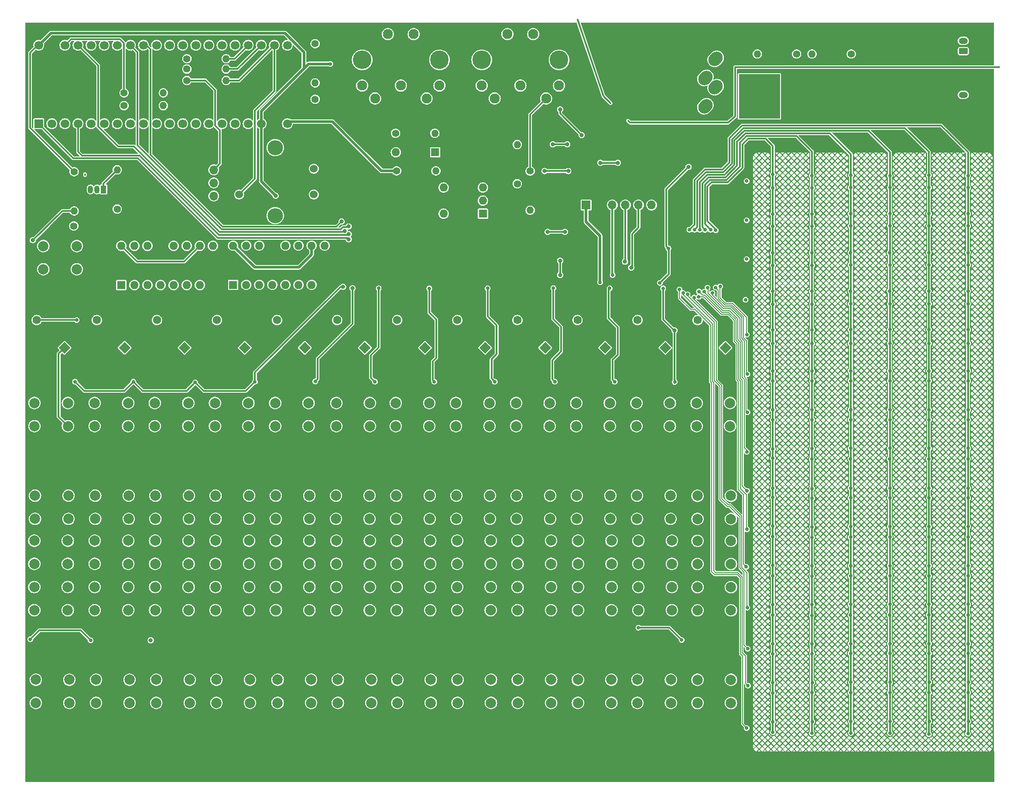
<source format=gbr>
%TF.GenerationSoftware,KiCad,Pcbnew,7.0.2*%
%TF.CreationDate,2023-04-18T17:14:37+09:00*%
%TF.ProjectId,autoharpie,6175746f-6861-4727-9069-652e6b696361,rev?*%
%TF.SameCoordinates,Original*%
%TF.FileFunction,Copper,L2,Bot*%
%TF.FilePolarity,Positive*%
%FSLAX46Y46*%
G04 Gerber Fmt 4.6, Leading zero omitted, Abs format (unit mm)*
G04 Created by KiCad (PCBNEW 7.0.2) date 2023-04-18 17:14:37*
%MOMM*%
%LPD*%
G01*
G04 APERTURE LIST*
G04 Aperture macros list*
%AMRoundRect*
0 Rectangle with rounded corners*
0 $1 Rounding radius*
0 $2 $3 $4 $5 $6 $7 $8 $9 X,Y pos of 4 corners*
0 Add a 4 corners polygon primitive as box body*
4,1,4,$2,$3,$4,$5,$6,$7,$8,$9,$2,$3,0*
0 Add four circle primitives for the rounded corners*
1,1,$1+$1,$2,$3*
1,1,$1+$1,$4,$5*
1,1,$1+$1,$6,$7*
1,1,$1+$1,$8,$9*
0 Add four rect primitives between the rounded corners*
20,1,$1+$1,$2,$3,$4,$5,0*
20,1,$1+$1,$4,$5,$6,$7,0*
20,1,$1+$1,$6,$7,$8,$9,0*
20,1,$1+$1,$8,$9,$2,$3,0*%
%AMHorizOval*
0 Thick line with rounded ends*
0 $1 width*
0 $2 $3 position (X,Y) of the first rounded end (center of the circle)*
0 $4 $5 position (X,Y) of the second rounded end (center of the circle)*
0 Add line between two ends*
20,1,$1,$2,$3,$4,$5,0*
0 Add two circle primitives to create the rounded ends*
1,1,$1,$2,$3*
1,1,$1,$4,$5*%
%AMRotRect*
0 Rectangle, with rotation*
0 The origin of the aperture is its center*
0 $1 length*
0 $2 width*
0 $3 Rotation angle, in degrees counterclockwise*
0 Add horizontal line*
21,1,$1,$2,0,0,$3*%
G04 Aperture macros list end*
%TA.AperFunction,NonConductor*%
%ADD10C,0.300000*%
%TD*%
%TA.AperFunction,ComponentPad*%
%ADD11RotRect,1.600000X1.600000X135.000000*%
%TD*%
%TA.AperFunction,ComponentPad*%
%ADD12HorizOval,1.600000X0.000000X0.000000X0.000000X0.000000X0*%
%TD*%
%TA.AperFunction,ComponentPad*%
%ADD13C,3.800000*%
%TD*%
%TA.AperFunction,ComponentPad*%
%ADD14C,2.000000*%
%TD*%
%TA.AperFunction,ComponentPad*%
%ADD15C,1.950000*%
%TD*%
%TA.AperFunction,ComponentPad*%
%ADD16C,3.600000*%
%TD*%
%TA.AperFunction,ComponentPad*%
%ADD17C,1.400000*%
%TD*%
%TA.AperFunction,ComponentPad*%
%ADD18O,1.400000X1.400000*%
%TD*%
%TA.AperFunction,ComponentPad*%
%ADD19C,1.524000*%
%TD*%
%TA.AperFunction,ComponentPad*%
%ADD20O,3.000000X2.900000*%
%TD*%
%TA.AperFunction,ComponentPad*%
%ADD21R,1.600000X1.600000*%
%TD*%
%TA.AperFunction,ComponentPad*%
%ADD22O,1.600000X1.600000*%
%TD*%
%TA.AperFunction,ComponentPad*%
%ADD23R,1.700000X1.700000*%
%TD*%
%TA.AperFunction,ComponentPad*%
%ADD24C,1.700000*%
%TD*%
%TA.AperFunction,ComponentPad*%
%ADD25O,1.700000X1.700000*%
%TD*%
%TA.AperFunction,ComponentPad*%
%ADD26HorizOval,2.400000X0.212132X0.212132X-0.212132X-0.212132X0*%
%TD*%
%TA.AperFunction,ComponentPad*%
%ADD27R,1.050000X1.500000*%
%TD*%
%TA.AperFunction,ComponentPad*%
%ADD28O,1.050000X1.500000*%
%TD*%
%TA.AperFunction,ComponentPad*%
%ADD29RoundRect,0.250000X0.625000X-0.350000X0.625000X0.350000X-0.625000X0.350000X-0.625000X-0.350000X0*%
%TD*%
%TA.AperFunction,ComponentPad*%
%ADD30O,1.750000X1.200000*%
%TD*%
%TA.AperFunction,ViaPad*%
%ADD31C,0.800000*%
%TD*%
%TA.AperFunction,ViaPad*%
%ADD32C,0.700000*%
%TD*%
%TA.AperFunction,Conductor*%
%ADD33C,0.300000*%
%TD*%
%TA.AperFunction,Conductor*%
%ADD34C,0.500000*%
%TD*%
%TA.AperFunction,Conductor*%
%ADD35C,0.150000*%
%TD*%
G04 APERTURE END LIST*
D10*
X149400000Y-32400000D02*
X150800000Y-31200000D01*
X130000000Y-32000000D02*
X130400000Y-32400000D01*
X130400000Y-32400000D02*
X134200000Y-32400000D01*
X150800000Y-21600000D02*
X202000000Y-21600000D01*
X125200000Y-27200000D02*
X126600000Y-28600000D01*
X120200000Y-12400000D02*
X125200000Y-27200000D01*
X150800000Y-31200000D02*
X150800000Y-21600000D01*
X134200000Y-32400000D02*
X149400000Y-32400000D01*
D11*
%TO.P,D4,1,K*%
%TO.N,/Chord & Sequencer/C3*%
X55613155Y-76123801D03*
D12*
%TO.P,D4,2,A*%
%TO.N,/Controller/A3*%
X50225001Y-70735647D03*
%TD*%
D13*
%TO.P,H8,1,1*%
%TO.N,GND*%
X106000000Y-100250000D03*
%TD*%
%TO.P,H7,1,1*%
%TO.N,GND*%
X109000000Y-52800000D03*
%TD*%
D14*
%TO.P,SW14,1,1*%
%TO.N,/Chord & Sequencer/R0*%
X143294913Y-86853800D03*
X149794913Y-86853800D03*
%TO.P,SW14,2,2*%
%TO.N,/Chord & Sequencer/C11*%
X143294913Y-91353800D03*
X149794913Y-91353800D03*
%TD*%
%TO.P,SW13,1,1*%
%TO.N,/Chord & Sequencer/R0*%
X131617633Y-86853800D03*
X138117633Y-86853800D03*
%TO.P,SW13,2,2*%
%TO.N,/Chord & Sequencer/C10*%
X131617633Y-91353800D03*
X138117633Y-91353800D03*
%TD*%
%TO.P,SW54,1,1*%
%TO.N,/Chord & Sequencer/R4*%
X50120454Y-140600000D03*
X56620454Y-140600000D03*
%TO.P,SW54,2,2*%
%TO.N,/Chord & Sequencer/C3*%
X50120454Y-145100000D03*
X56620454Y-145100000D03*
%TD*%
D15*
%TO.P,J2,1*%
%TO.N,unconnected-(J2-Pad1)*%
X78400000Y-25200000D03*
%TO.P,J2,2*%
%TO.N,unconnected-(J2-Pad2)*%
X85900000Y-25200000D03*
%TO.P,J2,3*%
%TO.N,unconnected-(J2-Pad3)*%
X93400000Y-25200000D03*
%TO.P,J2,4*%
%TO.N,Net-(J2-Pad4)*%
X80900000Y-27700000D03*
%TO.P,J2,5*%
%TO.N,Net-(D14-A)*%
X90900000Y-27700000D03*
%TO.P,J2,MH1*%
%TO.N,N/C*%
X83400000Y-15200000D03*
%TO.P,J2,MH2*%
X88400000Y-15200000D03*
D16*
%TO.P,J2,MH3*%
X78400000Y-20200000D03*
%TO.P,J2,MH4*%
X93400000Y-20200000D03*
%TD*%
D14*
%TO.P,SW62,1,1*%
%TO.N,/Chord & Sequencer/R4*%
X143475000Y-140625000D03*
X149975000Y-140625000D03*
%TO.P,SW62,2,2*%
%TO.N,/Chord & Sequencer/C11*%
X143475000Y-145125000D03*
X149975000Y-145125000D03*
%TD*%
D11*
%TO.P,D7,1,K*%
%TO.N,/Chord & Sequencer/C6*%
X90590425Y-76123801D03*
D12*
%TO.P,D7,2,A*%
%TO.N,/Controller/A6*%
X85202271Y-70735647D03*
%TD*%
D14*
%TO.P,SW34,1,1*%
%TO.N,/Chord & Sequencer/R2*%
X96834313Y-113600000D03*
X103334313Y-113600000D03*
%TO.P,SW34,2,2*%
%TO.N,/Chord & Sequencer/C7*%
X96834313Y-118100000D03*
X103334313Y-118100000D03*
%TD*%
%TO.P,SW6,1,1*%
%TO.N,/Chord & Sequencer/R0*%
X49831816Y-86853800D03*
X56331816Y-86853800D03*
%TO.P,SW6,2,2*%
%TO.N,/Chord & Sequencer/C3*%
X49831816Y-91353800D03*
X56331816Y-91353800D03*
%TD*%
%TO.P,SW22,1,1*%
%TO.N,/Chord & Sequencer/R1*%
X96688959Y-104850000D03*
X103188959Y-104850000D03*
%TO.P,SW22,2,2*%
%TO.N,/Chord & Sequencer/C7*%
X96688959Y-109350000D03*
X103188959Y-109350000D03*
%TD*%
D17*
%TO.P,R13,1*%
%TO.N,+3V3*%
X30850000Y-49185000D03*
D18*
%TO.P,R13,2*%
%TO.N,/Chord & Sequencer/LED_DIN*%
X30850000Y-41565000D03*
%TD*%
D17*
%TO.P,R6,1*%
%TO.N,+3V3*%
X85090000Y-41756600D03*
D18*
%TO.P,R6,2*%
%TO.N,/Controller/MIDI_RX*%
X92710000Y-41756600D03*
%TD*%
D13*
%TO.P,H9,1,1*%
%TO.N,GND*%
X22000000Y-99600000D03*
%TD*%
D14*
%TO.P,SW3,1,1*%
%TO.N,/Chord & Sequencer/R0*%
X14800000Y-86853800D03*
X21300000Y-86853800D03*
%TO.P,SW3,2,2*%
%TO.N,/Chord & Sequencer/C0*%
X14800000Y-91353800D03*
X21300000Y-91353800D03*
%TD*%
D17*
%TO.P,R5,1*%
%TO.N,+3V3*%
X22435000Y-52475000D03*
D18*
%TO.P,R5,2*%
%TO.N,GND*%
X14815000Y-52475000D03*
%TD*%
D13*
%TO.P,H2,1,1*%
%TO.N,GND*%
X151000000Y-158000000D03*
%TD*%
D19*
%TO.P,SW2,A,A*%
%TO.N,/Controller/FRONT_ROT_A*%
X69025000Y-46350000D03*
%TO.P,SW2,B,B*%
%TO.N,/Controller/FRONT_ROT_B*%
X69025000Y-41350000D03*
%TO.P,SW2,C,C*%
%TO.N,GND*%
X69025000Y-43850000D03*
%TO.P,SW2,S1,S1*%
%TO.N,/Controller/FRONT_ROT_SW*%
X54525000Y-46350000D03*
%TO.P,SW2,S2,S2*%
%TO.N,GND*%
X54525000Y-41350000D03*
D20*
%TO.P,SW2,SH*%
%TO.N,N/C*%
X61525000Y-50450000D03*
X61525000Y-37250000D03*
%TD*%
D14*
%TO.P,SW53,1,1*%
%TO.N,/Chord & Sequencer/R4*%
X38438636Y-140600000D03*
X44938636Y-140600000D03*
%TO.P,SW53,2,2*%
%TO.N,/Chord & Sequencer/C2*%
X38438636Y-145100000D03*
X44938636Y-145100000D03*
%TD*%
%TO.P,SW48,1,1*%
%TO.N,/Chord & Sequencer/R3*%
X120279865Y-122600000D03*
X126779865Y-122600000D03*
%TO.P,SW48,2,2*%
%TO.N,/Chord & Sequencer/C9*%
X120279865Y-127100000D03*
X126779865Y-127100000D03*
%TD*%
%TO.P,SW5,1,1*%
%TO.N,/Chord & Sequencer/R0*%
X38154544Y-86853800D03*
X44654544Y-86853800D03*
%TO.P,SW5,2,2*%
%TO.N,/Chord & Sequencer/C2*%
X38154544Y-91353800D03*
X44654544Y-91353800D03*
%TD*%
D11*
%TO.P,D1,1,K*%
%TO.N,/Chord & Sequencer/C0*%
X20635885Y-76123801D03*
D12*
%TO.P,D1,2,A*%
%TO.N,/Controller/A0*%
X15247731Y-70735647D03*
%TD*%
D14*
%TO.P,SW57,1,1*%
%TO.N,/Chord & Sequencer/R4*%
X85219355Y-140600000D03*
X91719355Y-140600000D03*
%TO.P,SW57,2,2*%
%TO.N,/Chord & Sequencer/C6*%
X85219355Y-145100000D03*
X91719355Y-145100000D03*
%TD*%
%TO.P,SW51,1,1*%
%TO.N,/Chord & Sequencer/R4*%
X15075000Y-140600000D03*
X21575000Y-140600000D03*
%TO.P,SW51,2,2*%
%TO.N,/Chord & Sequencer/C0*%
X15075000Y-145100000D03*
X21575000Y-145100000D03*
%TD*%
%TO.P,SW35,1,1*%
%TO.N,/Chord & Sequencer/R2*%
X108557072Y-113600000D03*
X115057072Y-113600000D03*
%TO.P,SW35,2,2*%
%TO.N,/Chord & Sequencer/C8*%
X108557072Y-118100000D03*
X115057072Y-118100000D03*
%TD*%
%TO.P,SW60,1,1*%
%TO.N,/Chord & Sequencer/R4*%
X120264809Y-140600000D03*
X126764809Y-140600000D03*
%TO.P,SW60,2,2*%
%TO.N,/Chord & Sequencer/C9*%
X120264809Y-145100000D03*
X126764809Y-145100000D03*
%TD*%
D11*
%TO.P,D6,1,K*%
%TO.N,/Chord & Sequencer/C5*%
X78931335Y-76123801D03*
D12*
%TO.P,D6,2,A*%
%TO.N,/Controller/A5*%
X73543181Y-70735647D03*
%TD*%
D21*
%TO.P,D14,1,K*%
%TO.N,Net-(D14-K)*%
X92560000Y-38156600D03*
D22*
%TO.P,D14,2,A*%
%TO.N,Net-(D14-A)*%
X84940000Y-38156600D03*
%TD*%
D11*
%TO.P,D9,1,K*%
%TO.N,/Chord & Sequencer/C8*%
X113908605Y-76123801D03*
D12*
%TO.P,D9,2,A*%
%TO.N,/Controller/A8*%
X108520451Y-70735647D03*
%TD*%
D14*
%TO.P,SW21,1,1*%
%TO.N,/Chord & Sequencer/R1*%
X85007141Y-104850000D03*
X91507141Y-104850000D03*
%TO.P,SW21,2,2*%
%TO.N,/Chord & Sequencer/C6*%
X85007141Y-109350000D03*
X91507141Y-109350000D03*
%TD*%
%TO.P,SW46,1,1*%
%TO.N,/Chord & Sequencer/R3*%
X96834411Y-122600000D03*
X103334411Y-122600000D03*
%TO.P,SW46,2,2*%
%TO.N,/Chord & Sequencer/C7*%
X96834411Y-127100000D03*
X103334411Y-127100000D03*
%TD*%
D13*
%TO.P,H3,1,1*%
%TO.N,GND*%
X196000000Y-158000000D03*
%TD*%
D14*
%TO.P,SW26,1,1*%
%TO.N,/Chord & Sequencer/R1*%
X143475000Y-104875000D03*
X149975000Y-104875000D03*
%TO.P,SW26,2,2*%
%TO.N,/Chord & Sequencer/C11*%
X143475000Y-109375000D03*
X149975000Y-109375000D03*
%TD*%
%TO.P,SW45,1,1*%
%TO.N,/Chord & Sequencer/R3*%
X85111684Y-122600000D03*
X91611684Y-122600000D03*
%TO.P,SW45,2,2*%
%TO.N,/Chord & Sequencer/C6*%
X85111684Y-127100000D03*
X91611684Y-127100000D03*
%TD*%
%TO.P,SW28,1,1*%
%TO.N,/Chord & Sequencer/R2*%
X26497759Y-113600000D03*
X32997759Y-113600000D03*
%TO.P,SW28,2,2*%
%TO.N,/Chord & Sequencer/C1*%
X26497759Y-118100000D03*
X32997759Y-118100000D03*
%TD*%
D17*
%TO.P,R9,1*%
%TO.N,Net-(J3-Pad5)*%
X111000000Y-41790000D03*
D18*
%TO.P,R9,2*%
%TO.N,/Controller/MIDI_TX*%
X111000000Y-49410000D03*
%TD*%
D23*
%TO.P,U2,1,PB12*%
%TO.N,/Audio Interface/I2S_LR_CLK*%
X15640000Y-32603800D03*
D24*
%TO.P,U2,2,PB13*%
%TO.N,/Chord & Sequencer/R0*%
X18180000Y-32603800D03*
%TO.P,U2,3,PB14*%
%TO.N,/Chord & Sequencer/R3*%
X20720000Y-32603800D03*
%TO.P,U2,4,PB15*%
%TO.N,/Audio Interface/I2S_DATA_IN*%
X23260000Y-32603800D03*
%TO.P,U2,5,PA8*%
%TO.N,/Controller/SERIAL*%
X25800000Y-32603800D03*
%TO.P,U2,6,PA9*%
%TO.N,/Controller/LATCH*%
X28340000Y-32603800D03*
%TO.P,U2,7,PA10*%
%TO.N,/Controller/DATA*%
X30880000Y-32603800D03*
%TO.P,U2,8,PA11*%
%TO.N,unconnected-(U2-PA11-Pad8)*%
X33420000Y-32603800D03*
%TO.P,U2,9,PA12*%
%TO.N,unconnected-(U2-PA12-Pad9)*%
X35960000Y-32603800D03*
%TO.P,U2,10,PA15*%
%TO.N,/Chord & Sequencer/LED_DIN*%
X38500000Y-32603800D03*
%TO.P,U2,11,PB3*%
%TO.N,unconnected-(U2-PB3-Pad11)*%
X41040000Y-32603800D03*
%TO.P,U2,12,PB4*%
%TO.N,unconnected-(U2-PB4-Pad12)*%
X43580000Y-32603800D03*
%TO.P,U2,13,PB5*%
%TO.N,unconnected-(U2-PB5-Pad13)*%
X46120000Y-32603800D03*
%TO.P,U2,14,PB6*%
%TO.N,/I2C_SDA*%
X48660000Y-32603800D03*
%TO.P,U2,15,PB7*%
%TO.N,/I2C_SCL*%
X51200000Y-32603800D03*
%TO.P,U2,16,PB8*%
%TO.N,/Controller/TOUCH_RESET*%
X53740000Y-32603800D03*
%TO.P,U2,17,PB9*%
%TO.N,/Controller/TOUCH_WAKE*%
X56280000Y-32603800D03*
%TO.P,U2,18,5V*%
%TO.N,+5V*%
X58820000Y-32603800D03*
%TO.P,U2,19,GND*%
%TO.N,GND*%
X61360000Y-32603800D03*
%TO.P,U2,20,3V3*%
%TO.N,+3V3*%
X63900000Y-32603800D03*
%TO.P,U2,21,VBat*%
%TO.N,unconnected-(U2-VBat-Pad21)*%
X63900000Y-17363800D03*
%TO.P,U2,22,PC13*%
%TO.N,/Controller/FRONT_ROT_SW*%
X61360000Y-17363800D03*
%TO.P,U2,23,PC14*%
%TO.N,/Controller/FRONT_ROT_A*%
X58820000Y-17363800D03*
%TO.P,U2,24,PC15*%
%TO.N,/Controller/FRONT_ROT_B*%
X56280000Y-17363800D03*
%TO.P,U2,25,RES*%
%TO.N,unconnected-(U2-RES-Pad25)*%
X53740000Y-17363800D03*
%TO.P,U2,26,PA0*%
%TO.N,/Controller/PWR*%
X51200000Y-17363800D03*
%TO.P,U2,27,PA1*%
%TO.N,/Controller/BAT_SENSE*%
X48660000Y-17363800D03*
%TO.P,U2,28,PA2*%
%TO.N,/Controller/MIDI_TX*%
X46120000Y-17363800D03*
%TO.P,U2,29,PA3*%
%TO.N,/Controller/MIDI_RX*%
X43580000Y-17363800D03*
%TO.P,U2,30,PA4*%
%TO.N,unconnected-(U2-PA4-Pad30)*%
X41040000Y-17363800D03*
%TO.P,U2,31,PA5*%
%TO.N,unconnected-(U2-PA5-Pad31)*%
X38500000Y-17363800D03*
%TO.P,U2,32,PA6*%
%TO.N,/Audio Interface/AUDIO_MASTER_CLK*%
X35960000Y-17363800D03*
%TO.P,U2,33,PA7*%
%TO.N,/Audio Interface/INT*%
X33420000Y-17363800D03*
%TO.P,U2,34,PB0*%
%TO.N,/Chord & Sequencer/R2*%
X30880000Y-17363800D03*
%TO.P,U2,35,PB1*%
%TO.N,/Chord & Sequencer/R4*%
X28340000Y-17363800D03*
%TO.P,U2,36,PB2*%
%TO.N,/Chord & Sequencer/R1*%
X25800000Y-17363800D03*
%TO.P,U2,37,PB10*%
%TO.N,/Audio Interface/I2S_SERIAL_CLK*%
X23260000Y-17363800D03*
%TO.P,U2,38,3V3*%
%TO.N,+3V3*%
X20720000Y-17363800D03*
%TO.P,U2,39,GND*%
%TO.N,GND*%
X18180000Y-17363800D03*
%TO.P,U2,40,5V*%
%TO.N,+5V*%
X15640000Y-17363800D03*
%TD*%
D17*
%TO.P,R3,1*%
%TO.N,+3V3*%
X32190000Y-26600000D03*
D18*
%TO.P,R3,2*%
%TO.N,/I2C_SCL*%
X39810000Y-26600000D03*
%TD*%
D14*
%TO.P,SW9,1,1*%
%TO.N,/Chord & Sequencer/R0*%
X84917079Y-86853800D03*
X91417079Y-86853800D03*
%TO.P,SW9,2,2*%
%TO.N,/Chord & Sequencer/C6*%
X84917079Y-91353800D03*
X91417079Y-91353800D03*
%TD*%
%TO.P,SW50,1,1*%
%TO.N,/Chord & Sequencer/R3*%
X143475000Y-122625000D03*
X149975000Y-122625000D03*
%TO.P,SW50,2,2*%
%TO.N,/Chord & Sequencer/C11*%
X143475000Y-127125000D03*
X149975000Y-127125000D03*
%TD*%
D17*
%TO.P,R11,1*%
%TO.N,+3V3*%
X44380000Y-19980000D03*
D18*
%TO.P,R11,2*%
%TO.N,/Controller/FRONT_ROT_B*%
X52000000Y-19980000D03*
%TD*%
D11*
%TO.P,D8,1,K*%
%TO.N,/Chord & Sequencer/C7*%
X102249515Y-76123801D03*
D12*
%TO.P,D8,2,A*%
%TO.N,/Controller/A7*%
X96861361Y-70735647D03*
%TD*%
D14*
%TO.P,SW41,1,1*%
%TO.N,/Chord & Sequencer/R3*%
X38220776Y-122600000D03*
X44720776Y-122600000D03*
%TO.P,SW41,2,2*%
%TO.N,/Chord & Sequencer/C2*%
X38220776Y-127100000D03*
X44720776Y-127100000D03*
%TD*%
%TO.P,SW47,1,1*%
%TO.N,/Chord & Sequencer/R3*%
X108557138Y-122600000D03*
X115057138Y-122600000D03*
%TO.P,SW47,2,2*%
%TO.N,/Chord & Sequencer/C8*%
X108557138Y-127100000D03*
X115057138Y-127100000D03*
%TD*%
%TO.P,SW59,1,1*%
%TO.N,/Chord & Sequencer/R4*%
X108582991Y-140600000D03*
X115082991Y-140600000D03*
%TO.P,SW59,2,2*%
%TO.N,/Chord & Sequencer/C8*%
X108582991Y-145100000D03*
X115082991Y-145100000D03*
%TD*%
%TO.P,SW27,1,1*%
%TO.N,/Chord & Sequencer/R2*%
X14775000Y-113600000D03*
X21275000Y-113600000D03*
%TO.P,SW27,2,2*%
%TO.N,/Chord & Sequencer/C0*%
X14775000Y-118100000D03*
X21275000Y-118100000D03*
%TD*%
%TO.P,SW17,1,1*%
%TO.N,/Chord & Sequencer/R1*%
X38279869Y-104850000D03*
X44779869Y-104850000D03*
%TO.P,SW17,2,2*%
%TO.N,/Chord & Sequencer/C2*%
X38279869Y-109350000D03*
X44779869Y-109350000D03*
%TD*%
D17*
%TO.P,R10,1*%
%TO.N,+3V3*%
X44380000Y-21980000D03*
D18*
%TO.P,R10,2*%
%TO.N,/Controller/FRONT_ROT_A*%
X52000000Y-21980000D03*
%TD*%
D23*
%TO.P,J4,1,Pin_1*%
%TO.N,GND*%
X49600000Y-39016600D03*
D25*
%TO.P,J4,2,Pin_2*%
%TO.N,+3V3*%
X49600000Y-41556600D03*
%TO.P,J4,3,Pin_3*%
%TO.N,/I2C_SCL*%
X49600000Y-44096600D03*
%TO.P,J4,4,Pin_4*%
%TO.N,/I2C_SDA*%
X49600000Y-46636600D03*
%TD*%
D14*
%TO.P,SW16,1,1*%
%TO.N,/Chord & Sequencer/R1*%
X26598051Y-104850000D03*
X33098051Y-104850000D03*
%TO.P,SW16,2,2*%
%TO.N,/Chord & Sequencer/C1*%
X26598051Y-109350000D03*
X33098051Y-109350000D03*
%TD*%
%TO.P,SW8,1,1*%
%TO.N,/Chord & Sequencer/R0*%
X73386714Y-86853800D03*
X79886714Y-86853800D03*
%TO.P,SW8,2,2*%
%TO.N,/Chord & Sequencer/C5*%
X73386714Y-91353800D03*
X79886714Y-91353800D03*
%TD*%
%TO.P,SW31,1,1*%
%TO.N,/Chord & Sequencer/R2*%
X61666036Y-113600000D03*
X68166036Y-113600000D03*
%TO.P,SW31,2,2*%
%TO.N,/Chord & Sequencer/C4*%
X61666036Y-118100000D03*
X68166036Y-118100000D03*
%TD*%
D26*
%TO.P,J6,R*%
%TO.N,Net-(C42-Pad1)*%
X147000000Y-25500000D03*
%TO.P,J6,RN*%
%TO.N,Net-(J6-PadRN)*%
X145000000Y-23700000D03*
%TO.P,J6,S*%
%TO.N,GND*%
X145000000Y-17600000D03*
%TO.P,J6,T*%
%TO.N,Net-(C43-Pad1)*%
X147000000Y-20000000D03*
%TO.P,J6,TN*%
%TO.N,Net-(J6-PadTN)*%
X145000000Y-29200000D03*
%TD*%
D11*
%TO.P,D3,1,K*%
%TO.N,/Chord & Sequencer/C2*%
X43954065Y-76123801D03*
D12*
%TO.P,D3,2,A*%
%TO.N,/Controller/A2*%
X38565911Y-70735647D03*
%TD*%
D14*
%TO.P,SW30,1,1*%
%TO.N,/Chord & Sequencer/R2*%
X49943277Y-113600000D03*
X56443277Y-113600000D03*
%TO.P,SW30,2,2*%
%TO.N,/Chord & Sequencer/C3*%
X49943277Y-118100000D03*
X56443277Y-118100000D03*
%TD*%
D17*
%TO.P,R16,1*%
%TO.N,Net-(J6-PadTN)*%
X162700000Y-19056600D03*
D18*
%TO.P,R16,2*%
%TO.N,Net-(J6-PadRN)*%
X155080000Y-19056600D03*
%TD*%
D14*
%TO.P,SW11,1,1*%
%TO.N,/Chord & Sequencer/R0*%
X108275000Y-86850000D03*
X114775000Y-86850000D03*
%TO.P,SW11,2,2*%
%TO.N,/Chord & Sequencer/C8*%
X108275000Y-91350000D03*
X114775000Y-91350000D03*
%TD*%
%TO.P,SW33,1,1*%
%TO.N,/Chord & Sequencer/R2*%
X85111554Y-113600000D03*
X91611554Y-113600000D03*
%TO.P,SW33,2,2*%
%TO.N,/Chord & Sequencer/C6*%
X85111554Y-118100000D03*
X91611554Y-118100000D03*
%TD*%
%TO.P,SW25,1,1*%
%TO.N,/Chord & Sequencer/R1*%
X131734415Y-104850000D03*
X138234415Y-104850000D03*
%TO.P,SW25,2,2*%
%TO.N,/Chord & Sequencer/C10*%
X131734415Y-109350000D03*
X138234415Y-109350000D03*
%TD*%
D17*
%TO.P,R2,1*%
%TO.N,+3V3*%
X32190000Y-29100000D03*
D18*
%TO.P,R2,2*%
%TO.N,/I2C_SDA*%
X39810000Y-29100000D03*
%TD*%
D14*
%TO.P,SW10,1,1*%
%TO.N,/Chord & Sequencer/R0*%
X96594351Y-86853800D03*
X103094351Y-86853800D03*
%TO.P,SW10,2,2*%
%TO.N,/Chord & Sequencer/C7*%
X96594351Y-91353800D03*
X103094351Y-91353800D03*
%TD*%
%TO.P,SW1,1,1*%
%TO.N,+3V3*%
X23025000Y-60875000D03*
X16525000Y-60875000D03*
%TO.P,SW1,2,2*%
%TO.N,/Controller/PWR*%
X23025000Y-56375000D03*
X16525000Y-56375000D03*
%TD*%
D27*
%TO.P,Q1,1,S*%
%TO.N,/Chord & Sequencer/LED_DIN*%
X28220000Y-45365000D03*
D28*
%TO.P,Q1,2,G*%
%TO.N,+3V3*%
X26950000Y-45365000D03*
%TO.P,Q1,3,D*%
%TO.N,/Chord & Sequencer/LEDs/DOUT_R0*%
X25680000Y-45365000D03*
%TD*%
D14*
%TO.P,SW36,1,1*%
%TO.N,/Chord & Sequencer/R2*%
X120279831Y-113600000D03*
X126779831Y-113600000D03*
%TO.P,SW36,2,2*%
%TO.N,/Chord & Sequencer/C9*%
X120279831Y-118100000D03*
X126779831Y-118100000D03*
%TD*%
D29*
%TO.P,J7,1,Pin_1*%
%TO.N,Net-(J7-Pin_1)*%
X195050000Y-18500000D03*
D30*
%TO.P,J7,2,Pin_2*%
%TO.N,Net-(J7-Pin_2)*%
X195050000Y-16500000D03*
%TD*%
D14*
%TO.P,SW20,1,1*%
%TO.N,/Chord & Sequencer/R1*%
X73325323Y-104850000D03*
X79825323Y-104850000D03*
%TO.P,SW20,2,2*%
%TO.N,/Chord & Sequencer/C5*%
X73325323Y-109350000D03*
X79825323Y-109350000D03*
%TD*%
%TO.P,SW56,1,1*%
%TO.N,/Chord & Sequencer/R4*%
X73684444Y-140600000D03*
X80184444Y-140600000D03*
%TO.P,SW56,2,2*%
%TO.N,/Chord & Sequencer/C5*%
X73684444Y-145100000D03*
X80184444Y-145100000D03*
%TD*%
%TO.P,SW58,1,1*%
%TO.N,/Chord & Sequencer/R4*%
X96901173Y-140600000D03*
X103401173Y-140600000D03*
%TO.P,SW58,2,2*%
%TO.N,/Chord & Sequencer/C7*%
X96901173Y-145100000D03*
X103401173Y-145100000D03*
%TD*%
D17*
%TO.P,R7,1*%
%TO.N,Net-(J2-Pad4)*%
X84890000Y-34456600D03*
D18*
%TO.P,R7,2*%
%TO.N,Net-(D14-K)*%
X92510000Y-34456600D03*
%TD*%
D17*
%TO.P,R12,1*%
%TO.N,+3V3*%
X44380000Y-24200000D03*
D18*
%TO.P,R12,2*%
%TO.N,/Controller/FRONT_ROT_SW*%
X52000000Y-24200000D03*
%TD*%
D17*
%TO.P,R1,1*%
%TO.N,BATT_SENSE*%
X69260000Y-17056600D03*
D18*
%TO.P,R1,2*%
%TO.N,/Controller/BAT_SENSE*%
X69260000Y-24676600D03*
%TD*%
D14*
%TO.P,SW18,1,1*%
%TO.N,/Chord & Sequencer/R1*%
X49961687Y-104850000D03*
X56461687Y-104850000D03*
%TO.P,SW18,2,2*%
%TO.N,/Chord & Sequencer/C3*%
X49961687Y-109350000D03*
X56461687Y-109350000D03*
%TD*%
%TO.P,SW19,1,1*%
%TO.N,/Chord & Sequencer/R1*%
X61643505Y-104850000D03*
X68143505Y-104850000D03*
%TO.P,SW19,2,2*%
%TO.N,/Chord & Sequencer/C4*%
X61643505Y-109350000D03*
X68143505Y-109350000D03*
%TD*%
%TO.P,SW23,1,1*%
%TO.N,/Chord & Sequencer/R1*%
X108370777Y-104850000D03*
X114870777Y-104850000D03*
%TO.P,SW23,2,2*%
%TO.N,/Chord & Sequencer/C8*%
X108370777Y-109350000D03*
X114870777Y-109350000D03*
%TD*%
D17*
%TO.P,R4,1*%
%TO.N,/Controller/BAT_SENSE*%
X69260000Y-27853800D03*
D18*
%TO.P,R4,2*%
%TO.N,GND*%
X69260000Y-35473800D03*
%TD*%
D11*
%TO.P,D5,1,K*%
%TO.N,/Chord & Sequencer/C4*%
X67272245Y-76123801D03*
D12*
%TO.P,D5,2,A*%
%TO.N,/Controller/A4*%
X61884091Y-70735647D03*
%TD*%
D14*
%TO.P,SW12,1,1*%
%TO.N,/Chord & Sequencer/R0*%
X119940361Y-86853800D03*
X126440361Y-86853800D03*
%TO.P,SW12,2,2*%
%TO.N,/Chord & Sequencer/C9*%
X119940361Y-91353800D03*
X126440361Y-91353800D03*
%TD*%
D23*
%TO.P,J5,1,Pin_1*%
%TO.N,+3V3*%
X121860000Y-48400000D03*
D25*
%TO.P,J5,2,Pin_2*%
%TO.N,GND*%
X124400000Y-48400000D03*
%TO.P,J5,3,Pin_3*%
%TO.N,/Keybed/PGRM*%
X126940000Y-48400000D03*
%TO.P,J5,4,Pin_4*%
%TO.N,/I2C_SCL*%
X129480000Y-48400000D03*
%TO.P,J5,5,Pin_5*%
%TO.N,/I2C_SDA*%
X132020000Y-48400000D03*
%TO.P,J5,6,Pin_6*%
%TO.N,/Keybed/RDY*%
X134560000Y-48400000D03*
%TD*%
D14*
%TO.P,SW39,1,1*%
%TO.N,/Chord & Sequencer/R3*%
X14775322Y-122600000D03*
X21275322Y-122600000D03*
%TO.P,SW39,2,2*%
%TO.N,/Chord & Sequencer/C0*%
X14775322Y-127100000D03*
X21275322Y-127100000D03*
%TD*%
%TO.P,SW29,1,1*%
%TO.N,/Chord & Sequencer/R2*%
X38220518Y-113600000D03*
X44720518Y-113600000D03*
%TO.P,SW29,2,2*%
%TO.N,/Chord & Sequencer/C2*%
X38220518Y-118100000D03*
X44720518Y-118100000D03*
%TD*%
D11*
%TO.P,D12,1,K*%
%TO.N,/Chord & Sequencer/C11*%
X148885885Y-76123801D03*
D12*
%TO.P,D12,2,A*%
%TO.N,/Controller/A11*%
X143497731Y-70735647D03*
%TD*%
D14*
%TO.P,SW32,1,1*%
%TO.N,/Chord & Sequencer/R2*%
X73388795Y-113600000D03*
X79888795Y-113600000D03*
%TO.P,SW32,2,2*%
%TO.N,/Chord & Sequencer/C5*%
X73388795Y-118100000D03*
X79888795Y-118100000D03*
%TD*%
D13*
%TO.P,H5,1,1*%
%TO.N,GND*%
X125400000Y-17800000D03*
%TD*%
D14*
%TO.P,SW7,1,1*%
%TO.N,/Chord & Sequencer/R0*%
X61509088Y-86853800D03*
X68009088Y-86853800D03*
%TO.P,SW7,2,2*%
%TO.N,/Chord & Sequencer/C4*%
X61509088Y-91353800D03*
X68009088Y-91353800D03*
%TD*%
D11*
%TO.P,D2,1,K*%
%TO.N,/Chord & Sequencer/C1*%
X32294975Y-76123801D03*
D12*
%TO.P,D2,2,A*%
%TO.N,/Controller/A1*%
X26906821Y-70735647D03*
%TD*%
D17*
%TO.P,R14,1*%
%TO.N,+5V*%
X22500000Y-41940000D03*
D18*
%TO.P,R14,2*%
%TO.N,/Chord & Sequencer/LEDs/DOUT_R0*%
X22500000Y-49560000D03*
%TD*%
D14*
%TO.P,SW42,1,1*%
%TO.N,/Chord & Sequencer/R3*%
X49943503Y-122600000D03*
X56443503Y-122600000D03*
%TO.P,SW42,2,2*%
%TO.N,/Chord & Sequencer/C3*%
X49943503Y-127100000D03*
X56443503Y-127100000D03*
%TD*%
D21*
%TO.P,U1,1,QB*%
%TO.N,/Controller/A0*%
X31660000Y-63953800D03*
D22*
%TO.P,U1,2,QC*%
%TO.N,/Controller/A1*%
X34200000Y-63953800D03*
%TO.P,U1,3,QD*%
%TO.N,/Controller/A2*%
X36740000Y-63953800D03*
%TO.P,U1,4,QE*%
%TO.N,/Controller/A3*%
X39280000Y-63953800D03*
%TO.P,U1,5,QF*%
%TO.N,/Controller/A4*%
X41820000Y-63953800D03*
%TO.P,U1,6,QG*%
%TO.N,/Controller/A5*%
X44360000Y-63953800D03*
%TO.P,U1,7,QH*%
%TO.N,/Controller/A6*%
X46900000Y-63953800D03*
%TO.P,U1,8,GND*%
%TO.N,GND*%
X49440000Y-63953800D03*
%TO.P,U1,9,QH'*%
%TO.N,/Controller/DOUT0*%
X49440000Y-56333800D03*
%TO.P,U1,10,~{SRCLR}*%
%TO.N,+3V3*%
X46900000Y-56333800D03*
%TO.P,U1,11,SRCLK*%
%TO.N,/Controller/DATA*%
X44360000Y-56333800D03*
%TO.P,U1,12,RCLK*%
%TO.N,/Controller/LATCH*%
X41820000Y-56333800D03*
%TO.P,U1,13,~{OE}*%
%TO.N,GND*%
X39280000Y-56333800D03*
%TO.P,U1,14,SER*%
%TO.N,/Controller/SERIAL*%
X36740000Y-56333800D03*
%TO.P,U1,15,QA*%
%TO.N,unconnected-(U1-QA-Pad15)*%
X34200000Y-56333800D03*
%TO.P,U1,16,VCC*%
%TO.N,+3V3*%
X31660000Y-56333800D03*
%TD*%
D14*
%TO.P,SW15,1,1*%
%TO.N,/Chord & Sequencer/R1*%
X14916233Y-104850000D03*
X21416233Y-104850000D03*
%TO.P,SW15,2,2*%
%TO.N,/Chord & Sequencer/C0*%
X14916233Y-109350000D03*
X21416233Y-109350000D03*
%TD*%
%TO.P,SW40,1,1*%
%TO.N,/Chord & Sequencer/R3*%
X26498049Y-122600000D03*
X32998049Y-122600000D03*
%TO.P,SW40,2,2*%
%TO.N,/Chord & Sequencer/C1*%
X26498049Y-127100000D03*
X32998049Y-127100000D03*
%TD*%
D13*
%TO.P,H4,1,1*%
%TO.N,GND*%
X181000000Y-15000000D03*
%TD*%
D14*
%TO.P,SW52,1,1*%
%TO.N,/Chord & Sequencer/R4*%
X26756818Y-140600000D03*
X33256818Y-140600000D03*
%TO.P,SW52,2,2*%
%TO.N,/Chord & Sequencer/C1*%
X26756818Y-145100000D03*
X33256818Y-145100000D03*
%TD*%
D29*
%TO.P,J1,1,Pin_1*%
%TO.N,GND*%
X195050000Y-29000000D03*
D30*
%TO.P,J1,2,Pin_2*%
%TO.N,BATT_SENSE*%
X195050000Y-27000000D03*
%TD*%
D21*
%TO.P,U3,1,QB*%
%TO.N,/Controller/A7*%
X53360000Y-63903800D03*
D22*
%TO.P,U3,2,QC*%
%TO.N,/Controller/A8*%
X55900000Y-63903800D03*
%TO.P,U3,3,QD*%
%TO.N,/Controller/A9*%
X58440000Y-63903800D03*
%TO.P,U3,4,QE*%
%TO.N,/Controller/A10*%
X60980000Y-63903800D03*
%TO.P,U3,5,QF*%
%TO.N,/Controller/A11*%
X63520000Y-63903800D03*
%TO.P,U3,6,QG*%
%TO.N,unconnected-(U3-QG-Pad6)*%
X66060000Y-63903800D03*
%TO.P,U3,7,QH*%
%TO.N,unconnected-(U3-QH-Pad7)*%
X68600000Y-63903800D03*
%TO.P,U3,8,GND*%
%TO.N,GND*%
X71140000Y-63903800D03*
%TO.P,U3,9,QH'*%
%TO.N,unconnected-(U3-QH'-Pad9)*%
X71140000Y-56283800D03*
%TO.P,U3,10,~{SRCLR}*%
%TO.N,+3V3*%
X68600000Y-56283800D03*
%TO.P,U3,11,SRCLK*%
%TO.N,unconnected-(U3-SRCLK-Pad11)*%
X66060000Y-56283800D03*
%TO.P,U3,12,RCLK*%
%TO.N,/Controller/LATCH*%
X63520000Y-56283800D03*
%TO.P,U3,13,~{OE}*%
%TO.N,GND*%
X60980000Y-56283800D03*
%TO.P,U3,14,SER*%
%TO.N,/Controller/DOUT0*%
X58440000Y-56283800D03*
%TO.P,U3,15,QA*%
%TO.N,unconnected-(U3-QA-Pad15)*%
X55900000Y-56283800D03*
%TO.P,U3,16,VCC*%
%TO.N,+3V3*%
X53360000Y-56283800D03*
%TD*%
D11*
%TO.P,D11,1,K*%
%TO.N,/Chord & Sequencer/C10*%
X137226785Y-76123801D03*
D12*
%TO.P,D11,2,A*%
%TO.N,/Controller/A10*%
X131838631Y-70735647D03*
%TD*%
D15*
%TO.P,J3,1*%
%TO.N,unconnected-(J3-Pad1)*%
X101600000Y-25200000D03*
%TO.P,J3,2*%
%TO.N,unconnected-(J3-Pad2)*%
X109100000Y-25200000D03*
%TO.P,J3,3*%
%TO.N,unconnected-(J3-Pad3)*%
X116600000Y-25200000D03*
%TO.P,J3,4*%
%TO.N,Net-(J3-Pad4)*%
X104100000Y-27700000D03*
%TO.P,J3,5*%
%TO.N,Net-(J3-Pad5)*%
X114100000Y-27700000D03*
%TO.P,J3,MH1*%
%TO.N,N/C*%
X106600000Y-15200000D03*
%TO.P,J3,MH2*%
X111600000Y-15200000D03*
D16*
%TO.P,J3,MH3*%
X101600000Y-20200000D03*
%TO.P,J3,MH4*%
X116600000Y-20200000D03*
%TD*%
D14*
%TO.P,SW43,1,1*%
%TO.N,/Chord & Sequencer/R3*%
X61666230Y-122600000D03*
X68166230Y-122600000D03*
%TO.P,SW43,2,2*%
%TO.N,/Chord & Sequencer/C4*%
X61666230Y-127100000D03*
X68166230Y-127100000D03*
%TD*%
%TO.P,SW44,1,1*%
%TO.N,/Chord & Sequencer/R3*%
X73388957Y-122600000D03*
X79888957Y-122600000D03*
%TO.P,SW44,2,2*%
%TO.N,/Chord & Sequencer/C5*%
X73388957Y-127100000D03*
X79888957Y-127100000D03*
%TD*%
%TO.P,SW38,1,1*%
%TO.N,/Chord & Sequencer/R2*%
X143475000Y-113625000D03*
X149975000Y-113625000D03*
%TO.P,SW38,2,2*%
%TO.N,/Chord & Sequencer/C11*%
X143475000Y-118125000D03*
X149975000Y-118125000D03*
%TD*%
D17*
%TO.P,R8,1*%
%TO.N,+3V3*%
X108500000Y-44266600D03*
D18*
%TO.P,R8,2*%
%TO.N,Net-(J3-Pad4)*%
X108500000Y-36646600D03*
%TD*%
D14*
%TO.P,SW4,1,1*%
%TO.N,/Chord & Sequencer/R0*%
X26477272Y-86853800D03*
X32977272Y-86853800D03*
%TO.P,SW4,2,2*%
%TO.N,/Chord & Sequencer/C1*%
X26477272Y-91353800D03*
X32977272Y-91353800D03*
%TD*%
D17*
%TO.P,R15,1*%
%TO.N,Net-(J7-Pin_2)*%
X173310000Y-19056600D03*
D18*
%TO.P,R15,2*%
%TO.N,Net-(J6-PadTN)*%
X165690000Y-19056600D03*
%TD*%
D21*
%TO.P,U6,1*%
%TO.N,Net-(D14-K)*%
X101820000Y-50080000D03*
D22*
%TO.P,U6,2*%
%TO.N,Net-(D14-A)*%
X101820000Y-47540000D03*
%TO.P,U6,3*%
%TO.N,unconnected-(U6-Pad3)*%
X101820000Y-45000000D03*
%TO.P,U6,4*%
%TO.N,/Controller/MIDI_RX*%
X94200000Y-45000000D03*
%TO.P,U6,5*%
%TO.N,GND*%
X94200000Y-47540000D03*
%TO.P,U6,6*%
%TO.N,+3V3*%
X94200000Y-50080000D03*
%TD*%
D14*
%TO.P,SW37,1,1*%
%TO.N,/Chord & Sequencer/R2*%
X132002595Y-113600000D03*
X138502595Y-113600000D03*
%TO.P,SW37,2,2*%
%TO.N,/Chord & Sequencer/C10*%
X132002595Y-118100000D03*
X138502595Y-118100000D03*
%TD*%
%TO.P,SW61,1,1*%
%TO.N,/Chord & Sequencer/R4*%
X131808536Y-140600000D03*
X138308536Y-140600000D03*
%TO.P,SW61,2,2*%
%TO.N,/Chord & Sequencer/C10*%
X131808536Y-145100000D03*
X138308536Y-145100000D03*
%TD*%
%TO.P,SW24,1,1*%
%TO.N,/Chord & Sequencer/R1*%
X120052595Y-104850000D03*
X126552595Y-104850000D03*
%TO.P,SW24,2,2*%
%TO.N,/Chord & Sequencer/C9*%
X120052595Y-109350000D03*
X126552595Y-109350000D03*
%TD*%
D13*
%TO.P,H1,1,1*%
%TO.N,GND*%
X16000000Y-158000000D03*
%TD*%
D14*
%TO.P,SW55,1,1*%
%TO.N,/Chord & Sequencer/R4*%
X62002626Y-140600000D03*
X68502626Y-140600000D03*
%TO.P,SW55,2,2*%
%TO.N,/Chord & Sequencer/C4*%
X62002626Y-145100000D03*
X68502626Y-145100000D03*
%TD*%
D13*
%TO.P,H6,1,1*%
%TO.N,GND*%
X16200000Y-25100000D03*
%TD*%
D11*
%TO.P,D10,1,K*%
%TO.N,/Chord & Sequencer/C9*%
X125567695Y-76123801D03*
D12*
%TO.P,D10,2,A*%
%TO.N,/Controller/A9*%
X120179541Y-70735647D03*
%TD*%
D14*
%TO.P,SW49,1,1*%
%TO.N,/Chord & Sequencer/R3*%
X132002595Y-122600000D03*
X138502595Y-122600000D03*
%TO.P,SW49,2,2*%
%TO.N,/Chord & Sequencer/C10*%
X132002595Y-127100000D03*
X138502595Y-127100000D03*
%TD*%
D31*
%TO.N,GND*%
X39000000Y-45500000D03*
X43000000Y-41500000D03*
X55000000Y-51500000D03*
D32*
%TO.N,+3V3*%
X124559200Y-63415800D03*
X136175000Y-63525000D03*
X137830681Y-56821349D03*
D31*
X141750000Y-41000000D03*
%TO.N,+1V8*%
X121000000Y-34800000D03*
X124600000Y-40200000D03*
X116800000Y-29800000D03*
X128000000Y-40200000D03*
%TO.N,/I2C_SDA*%
X130600000Y-60550500D03*
%TO.N,/I2C_SCL*%
X129400000Y-59400000D03*
%TO.N,/Audio Interface/I2S_DATA_IN*%
X75800000Y-54050500D03*
%TO.N,/Audio Interface/I2S_SERIAL_CLK*%
X75013510Y-53413510D03*
X115400000Y-36600000D03*
X118200000Y-36600000D03*
%TO.N,/Audio Interface/AUDIO_MASTER_CLK*%
X118400000Y-41800000D03*
X74400000Y-51600000D03*
X113800000Y-41800000D03*
%TO.N,/Audio Interface/I2S_LR_CLK*%
X75800000Y-55050003D03*
D32*
%TO.N,/Controller/A0*%
X23000000Y-70735647D03*
D31*
%TO.N,/Chord & Sequencer/LEDs/DOUT_R0*%
X14500000Y-55250000D03*
D32*
%TO.N,/Keybed/PGRM*%
X127000000Y-62000000D03*
D31*
%TO.N,/Controller/TOUCH_WAKE*%
X116800000Y-59200000D03*
X116800000Y-62000000D03*
D32*
%TO.N,/Keybed/TX13*%
X140683143Y-65493899D03*
X153250000Y-141750000D03*
%TO.N,/Keybed/TX12*%
X141543549Y-65756205D03*
X153200000Y-134575000D03*
%TO.N,/Keybed/TX11*%
X142813395Y-66376774D03*
X153124500Y-126600000D03*
%TO.N,/Keybed/TX10*%
X152925000Y-118675000D03*
X143700000Y-66225000D03*
%TO.N,/Keybed/TX9*%
X153074500Y-111400000D03*
X143750000Y-65200000D03*
%TO.N,/Keybed/TX8*%
X153100000Y-103900000D03*
X144750000Y-65250000D03*
%TO.N,/Keybed/TX7*%
X153050000Y-96350000D03*
X145414840Y-64454075D03*
%TO.N,/Keybed/TX6*%
X153150000Y-88650000D03*
X146368202Y-65500000D03*
%TO.N,/Keybed/TX5*%
X146993202Y-64429629D03*
X153149750Y-81250250D03*
%TO.N,/Keybed/TX4*%
X153025000Y-73575000D03*
X147859966Y-64189160D03*
%TO.N,/Keybed/TX3*%
X152800000Y-66800000D03*
%TO.N,/Keybed/TX2*%
X153000000Y-58900000D03*
%TO.N,/Keybed/TX1*%
X153000000Y-51350000D03*
%TO.N,/Keybed/TX0*%
X153000000Y-43750000D03*
%TO.N,/Keybed/RX5*%
X158100000Y-50150000D03*
X158100000Y-67650000D03*
X158100000Y-148800000D03*
X158100000Y-90150000D03*
X158100000Y-82600000D03*
X158100000Y-120400000D03*
X158100000Y-72650000D03*
X158100000Y-75300000D03*
X158100000Y-110800000D03*
X158100000Y-42450000D03*
X147000000Y-53300000D03*
X158100000Y-88200000D03*
X158050000Y-57700000D03*
X158100000Y-103400000D03*
X158100000Y-141200000D03*
X158100000Y-135600000D03*
X158100000Y-105200000D03*
X158100000Y-126000000D03*
X158100000Y-118400000D03*
X158050000Y-65150000D03*
X158100000Y-112800000D03*
X158100000Y-128000000D03*
X158100000Y-143200000D03*
X158100000Y-133600000D03*
X158100000Y-52500000D03*
X158100000Y-45050000D03*
X158100000Y-80650000D03*
X158100000Y-150800000D03*
X158100000Y-97600000D03*
X158100000Y-60100000D03*
X158100000Y-95800000D03*
%TO.N,/Keybed/RX4*%
X165700000Y-133650000D03*
X165700000Y-67650000D03*
X165700000Y-103450000D03*
X165700000Y-126000000D03*
X165700000Y-80650000D03*
X165650000Y-151000000D03*
X165700000Y-50150000D03*
X165700000Y-82600000D03*
X165700000Y-75300000D03*
X165700000Y-135550000D03*
X165700000Y-45050000D03*
X165700000Y-143150000D03*
X165700000Y-112950000D03*
X165650000Y-97750000D03*
X165750000Y-141150000D03*
X165700000Y-110900000D03*
X146000000Y-53200000D03*
X165700000Y-105350000D03*
X165650000Y-42700000D03*
X165650000Y-128100000D03*
X165700000Y-120500000D03*
X165700000Y-90150000D03*
X165700000Y-52500000D03*
X165650000Y-57700000D03*
X165700000Y-95700000D03*
X165750000Y-148750000D03*
X165700000Y-72650000D03*
X165700000Y-118500000D03*
X165700000Y-60100000D03*
X165650000Y-65150000D03*
X165700000Y-88200000D03*
%TO.N,/Keybed/RX3*%
X173150000Y-65100000D03*
X173200000Y-60050000D03*
X173200000Y-133600000D03*
X173200000Y-72600000D03*
X173200000Y-118450000D03*
X173250000Y-150950000D03*
X173200000Y-75250000D03*
X173200000Y-90100000D03*
X173200000Y-112900000D03*
X173200000Y-52450000D03*
X173200000Y-88150000D03*
X173200000Y-125950000D03*
X173250000Y-141100000D03*
X173250000Y-148700000D03*
X173200000Y-82550000D03*
X173200000Y-45000000D03*
X173250000Y-42600000D03*
X173200000Y-103400000D03*
X173200000Y-105300000D03*
X173150000Y-128050000D03*
X173150000Y-57650000D03*
X173200000Y-120450000D03*
X173200000Y-135500000D03*
X173200000Y-95650000D03*
X173200000Y-80600000D03*
X173200000Y-67600000D03*
X173200000Y-143100000D03*
X173200000Y-50100000D03*
X173150000Y-97700000D03*
X144915000Y-53225050D03*
X173200000Y-110850000D03*
%TO.N,/Keybed/RX2*%
X180800000Y-125950000D03*
X180800000Y-45000000D03*
X180800000Y-95650000D03*
X180800000Y-88150000D03*
X180800000Y-82550000D03*
X180750000Y-65100000D03*
X180800000Y-103400000D03*
X180800000Y-120450000D03*
X180800000Y-135500000D03*
X180800000Y-105300000D03*
X143900000Y-53200000D03*
X180800000Y-52450000D03*
X180800000Y-42700000D03*
X180800000Y-80600000D03*
X180800000Y-110850000D03*
X180800000Y-67600000D03*
X180800000Y-150950000D03*
X180850000Y-141100000D03*
X180800000Y-60050000D03*
X180750000Y-97700000D03*
X180800000Y-118450000D03*
X180800000Y-75250000D03*
X180800000Y-133600000D03*
X180750000Y-128050000D03*
X180800000Y-112900000D03*
X180750000Y-57650000D03*
X180800000Y-50100000D03*
X180800000Y-72600000D03*
X180800000Y-143100000D03*
X180850000Y-148700000D03*
X180800000Y-90100000D03*
%TO.N,/Keybed/RX1*%
X188400000Y-75250000D03*
X188400000Y-112900000D03*
X188400000Y-110850000D03*
X188350000Y-65100000D03*
X188400000Y-45000000D03*
X188400000Y-80600000D03*
X188400000Y-143100000D03*
X188350000Y-57650000D03*
X188400000Y-67600000D03*
X188400000Y-105300000D03*
X188375000Y-151175000D03*
X188400000Y-95650000D03*
X188400000Y-133600000D03*
X188400000Y-52450000D03*
X188400000Y-82550000D03*
X188400000Y-72600000D03*
X188400000Y-103400000D03*
X188400000Y-88150000D03*
X188400000Y-60050000D03*
X142900000Y-53200000D03*
X188400000Y-120450000D03*
X188350000Y-97700000D03*
X188450000Y-141100000D03*
X188400000Y-50100000D03*
X188450000Y-148700000D03*
X188400000Y-125950000D03*
X188375000Y-42625000D03*
X188400000Y-90100000D03*
X188400000Y-118450000D03*
X188350000Y-128050000D03*
X188400000Y-135500000D03*
%TO.N,/Keybed/RX0*%
X195950000Y-65100000D03*
X196000000Y-72600000D03*
X196000000Y-112900000D03*
X196000000Y-135500000D03*
X196000000Y-52450000D03*
X195950000Y-97700000D03*
X196000000Y-105300000D03*
X196000000Y-50100000D03*
X196000000Y-125950000D03*
X196000000Y-60050000D03*
X196000000Y-45000000D03*
X196050000Y-141100000D03*
X196000000Y-82550000D03*
X196000000Y-90100000D03*
X196000000Y-120450000D03*
X196050000Y-148700000D03*
X196000000Y-133600000D03*
X196000000Y-80600000D03*
X196000000Y-95650000D03*
X196000000Y-103400000D03*
X196000000Y-143100000D03*
X141900000Y-53200000D03*
X196000000Y-88150000D03*
X195950000Y-57650000D03*
X196000000Y-110850000D03*
X195950000Y-151075000D03*
X196000000Y-118450000D03*
X195950000Y-128050000D03*
X195950000Y-42700000D03*
X196000000Y-67600000D03*
X196000000Y-75250000D03*
%TO.N,/Keybed/TX14*%
X139983643Y-64794400D03*
X153000000Y-150000000D03*
D31*
%TO.N,+5V*%
X76500000Y-64575000D03*
D32*
X155400000Y-30456600D03*
X126425000Y-64575000D03*
D31*
X139000000Y-72750000D03*
D32*
X72205236Y-21000000D03*
X152800000Y-29056600D03*
X136800000Y-64600000D03*
X152800000Y-26456600D03*
X158200000Y-29056600D03*
X25695527Y-132953800D03*
X127417567Y-82726300D03*
X157600000Y-26456600D03*
X156800000Y-27656600D03*
X104130300Y-82726300D03*
X14000000Y-132750000D03*
X154400000Y-29056600D03*
X115500000Y-64550000D03*
X80872115Y-82726300D03*
X153400000Y-27656600D03*
X69308252Y-82653800D03*
X140383300Y-132883300D03*
X34000000Y-82726300D03*
D31*
X37368254Y-132953800D03*
D32*
X132000000Y-130500000D03*
X139053930Y-82726300D03*
X92400000Y-82726300D03*
X57599389Y-82726300D03*
X102750000Y-64575000D03*
X22690300Y-82726300D03*
X153000000Y-30656600D03*
X115781204Y-82726300D03*
X91425000Y-64600000D03*
X81600000Y-64575000D03*
X154400000Y-26456600D03*
X156000000Y-26456600D03*
D31*
X61600000Y-46600000D03*
D32*
X155200000Y-27656600D03*
D31*
X74700000Y-64300000D03*
D32*
X157400000Y-30656600D03*
X46000000Y-82856600D03*
X156400000Y-29056600D03*
D31*
%TO.N,/Audio Interface/INT*%
X117749500Y-53600000D03*
X114400000Y-53600000D03*
X75800000Y-52551000D03*
D32*
%TO.N,GND*%
X34600000Y-80456600D03*
X104200000Y-136456600D03*
X149005378Y-73694622D03*
D31*
X128200000Y-30200000D03*
D32*
X150750000Y-65000000D03*
D31*
X128600000Y-38800000D03*
D32*
X68800000Y-80456600D03*
X116000000Y-136456600D03*
X116000000Y-80456600D03*
X49000000Y-79456600D03*
X127400000Y-136256600D03*
X130600000Y-134856600D03*
X25600000Y-79256600D03*
X72200000Y-134656600D03*
X142400000Y-79456600D03*
X142300000Y-74100000D03*
X13750000Y-136500000D03*
D31*
X135400000Y-36200000D03*
X132000000Y-22000000D03*
X139925000Y-35050000D03*
X130000000Y-26600000D03*
D32*
X22800000Y-136856600D03*
X57400000Y-136256600D03*
X23000000Y-80456600D03*
X148000000Y-52500000D03*
X80800000Y-136256600D03*
D31*
X122400000Y-25600000D03*
D32*
X46200000Y-136656600D03*
D31*
X126200000Y-26600000D03*
D32*
X130600000Y-79256600D03*
X149500000Y-84650000D03*
X26000000Y-134656600D03*
D31*
X129200000Y-29200000D03*
D32*
X92800000Y-80456600D03*
X119000000Y-134856600D03*
X107400000Y-79456600D03*
X151000000Y-136256600D03*
D31*
X129200000Y-31200000D03*
X142750000Y-17500000D03*
D32*
X150250000Y-32750000D03*
X134800000Y-58056600D03*
D31*
X127200000Y-31200000D03*
X132000000Y-31400000D03*
X144640000Y-58230000D03*
D32*
X34400000Y-136456600D03*
X95600000Y-79456600D03*
X80800000Y-80456600D03*
D31*
X135600000Y-34000000D03*
X135000000Y-38400000D03*
D32*
X138099500Y-55962954D03*
X132300000Y-56100000D03*
X60244107Y-134684418D03*
D31*
X124000000Y-35600000D03*
X140000000Y-45000000D03*
D32*
X83800000Y-79456600D03*
X33800000Y-54300000D03*
X60600000Y-79456600D03*
X119000000Y-79256600D03*
X164000000Y-31056600D03*
X107600000Y-134656600D03*
X69400000Y-136456600D03*
X57250000Y-80125800D03*
D31*
X125800000Y-34000000D03*
D32*
X127800000Y-80656600D03*
D31*
X148425000Y-35550000D03*
D32*
X49200000Y-134856600D03*
D31*
X137800000Y-42600000D03*
D32*
X142400000Y-135056600D03*
X149700000Y-62500000D03*
X154000000Y-22400000D03*
X37600000Y-134656600D03*
X92400000Y-136256600D03*
X139200000Y-136456600D03*
X37200000Y-79256600D03*
D31*
X15720000Y-80960000D03*
D32*
X167800000Y-28056600D03*
D31*
X132200000Y-23800000D03*
D32*
X84000000Y-134856600D03*
X95800000Y-134656600D03*
X153250000Y-38500000D03*
D31*
X127200000Y-29200000D03*
D32*
X72000000Y-79456600D03*
X46200000Y-80456600D03*
D31*
X187400000Y-20400000D03*
D32*
X153250000Y-37000000D03*
X138250000Y-80750000D03*
X104200000Y-80856600D03*
%TD*%
D33*
%TO.N,/Keybed/RX0*%
X190750000Y-32950000D02*
X152150000Y-32950000D01*
%TO.N,*%
X24600000Y-42400000D02*
X24600000Y-42600000D01*
%TO.N,+3V3*%
X137900000Y-61800000D02*
X137900000Y-56890668D01*
X32190000Y-16976743D02*
X32190000Y-26600000D01*
X31377057Y-16163800D02*
X32190000Y-16976743D01*
X137400000Y-51056600D02*
X137400000Y-45350000D01*
D34*
X53360000Y-56283800D02*
X57576200Y-60500000D01*
D33*
X137830681Y-56821349D02*
X137400000Y-56390668D01*
D34*
X46900000Y-56333800D02*
X46722800Y-56333800D01*
D33*
X137900000Y-56890668D02*
X137830681Y-56821349D01*
X50800000Y-33900857D02*
X49860000Y-32960857D01*
X49860000Y-32960857D02*
X49860000Y-26060000D01*
D34*
X85090000Y-41756600D02*
X82156600Y-41756600D01*
D33*
X136175000Y-63525000D02*
X137900000Y-61800000D01*
D34*
X124559200Y-63415800D02*
X124559200Y-54359200D01*
X57576200Y-60500000D02*
X66100000Y-60500000D01*
D33*
X137400000Y-56390668D02*
X137400000Y-51056600D01*
D34*
X82156600Y-41756600D02*
X72600000Y-32200000D01*
D33*
X50800000Y-40356600D02*
X50800000Y-33900857D01*
D34*
X64303800Y-32200000D02*
X63900000Y-32603800D01*
X68600000Y-58000000D02*
X68600000Y-56283800D01*
D33*
X137400000Y-45350000D02*
X141750000Y-41000000D01*
X49600000Y-41556600D02*
X50800000Y-40356600D01*
X48000000Y-24200000D02*
X44380000Y-24200000D01*
X46900000Y-56333800D02*
X43833800Y-59400000D01*
D34*
X124559200Y-54359200D02*
X121860000Y-51660000D01*
D33*
X21920000Y-16163800D02*
X31377057Y-16163800D01*
D34*
X121860000Y-51660000D02*
X121860000Y-48400000D01*
X66100000Y-60500000D02*
X68600000Y-58000000D01*
D33*
X43833800Y-59400000D02*
X34726200Y-59400000D01*
D34*
X72600000Y-32200000D02*
X64303800Y-32200000D01*
D33*
X20720000Y-17363800D02*
X21920000Y-16163800D01*
X49860000Y-26060000D02*
X48000000Y-24200000D01*
X34726200Y-59400000D02*
X31660000Y-56333800D01*
%TO.N,+1V8*%
X116800000Y-30600000D02*
X116800000Y-29800000D01*
X121000000Y-34800000D02*
X116800000Y-30600000D01*
X128000000Y-40200000D02*
X124600000Y-40200000D01*
%TO.N,/Controller/FRONT_ROT_SW*%
X57600000Y-30056600D02*
X61360000Y-26296600D01*
X57600000Y-43275000D02*
X57600000Y-30056600D01*
X61360000Y-26296600D02*
X61360000Y-17363800D01*
X54523800Y-24200000D02*
X52000000Y-24200000D01*
X54525000Y-46350000D02*
X57600000Y-43275000D01*
X61360000Y-17363800D02*
X54523800Y-24200000D01*
%TO.N,/Controller/FRONT_ROT_A*%
X52000000Y-21980000D02*
X54203800Y-21980000D01*
X54203800Y-21980000D02*
X58820000Y-17363800D01*
%TO.N,/Controller/FRONT_ROT_B*%
X53663800Y-19980000D02*
X52000000Y-19980000D01*
X56280000Y-17363800D02*
X53663800Y-19980000D01*
%TO.N,Net-(J3-Pad5)*%
X114100000Y-27700000D02*
X111000000Y-30800000D01*
X111000000Y-30800000D02*
X111000000Y-41790000D01*
%TO.N,/I2C_SDA*%
X132020000Y-52780000D02*
X132020000Y-48400000D01*
X130800000Y-54000000D02*
X132020000Y-52780000D01*
X130800000Y-54000000D02*
X130800000Y-60350500D01*
X130800000Y-60350500D02*
X130600000Y-60550500D01*
%TO.N,/I2C_SCL*%
X129480000Y-59320000D02*
X129400000Y-59400000D01*
X49496600Y-44200000D02*
X49600000Y-44096600D01*
X129480000Y-48400000D02*
X129480000Y-59320000D01*
%TO.N,/Chord & Sequencer/C0*%
X20635885Y-76123801D02*
X19500000Y-77259686D01*
X19500000Y-89553800D02*
X21300000Y-91353800D01*
X19500000Y-77259686D02*
X19500000Y-89553800D01*
%TO.N,/Audio Interface/I2S_DATA_IN*%
X23603800Y-32603800D02*
X23260000Y-32603800D01*
X23260000Y-32685000D02*
X23260000Y-32603800D01*
X24000000Y-38800000D02*
X35192894Y-38800000D01*
X75850500Y-54000000D02*
X75800000Y-54050500D01*
X35192894Y-38800000D02*
X50592894Y-54200000D01*
X23260000Y-38060000D02*
X24000000Y-38800000D01*
X75800000Y-54200000D02*
X76000000Y-54000000D01*
X50592894Y-54200000D02*
X75800000Y-54200000D01*
X76000000Y-54000000D02*
X75850500Y-54000000D01*
X23260000Y-32603800D02*
X23260000Y-38060000D01*
%TO.N,/Audio Interface/I2S_SERIAL_CLK*%
X118200000Y-36600000D02*
X115400000Y-36600000D01*
X23260000Y-17363800D02*
X27140000Y-21243800D01*
X75000000Y-53400000D02*
X75013510Y-53413510D01*
X31039144Y-37000000D02*
X34100000Y-37000000D01*
X50700000Y-53600000D02*
X74600000Y-53600000D01*
X74600000Y-53600000D02*
X74800000Y-53400000D01*
X27140000Y-33100856D02*
X31039144Y-37000000D01*
X74800000Y-53400000D02*
X75000000Y-53400000D01*
X34100000Y-37000000D02*
X50700000Y-53600000D01*
X27140000Y-21243800D02*
X27140000Y-33100856D01*
%TO.N,/Audio Interface/AUDIO_MASTER_CLK*%
X37300000Y-38592894D02*
X37300000Y-18100000D01*
X113800000Y-41800000D02*
X118400000Y-41800000D01*
X74400000Y-51600000D02*
X73400000Y-52600000D01*
X36563800Y-17363800D02*
X35960000Y-17363800D01*
X37300000Y-18100000D02*
X36563800Y-17363800D01*
X73400000Y-52600000D02*
X51307106Y-52600000D01*
X51307106Y-52600000D02*
X37300000Y-38592894D01*
%TO.N,/Audio Interface/I2S_LR_CLK*%
X75549997Y-54800000D02*
X50400000Y-54800000D01*
X50400000Y-54800000D02*
X34900000Y-39300000D01*
X16840000Y-33840000D02*
X16840000Y-33803800D01*
X34900000Y-39300000D02*
X22300000Y-39300000D01*
X16840000Y-33803800D02*
X15640000Y-32603800D01*
X22300000Y-39300000D02*
X16840000Y-33840000D01*
X75800000Y-55050003D02*
X75549997Y-54800000D01*
%TO.N,/Controller/A0*%
X23000000Y-70735647D02*
X15247731Y-70735647D01*
%TO.N,/Chord & Sequencer/LED_DIN*%
X30850000Y-41565000D02*
X28220000Y-44195000D01*
X28220000Y-44195000D02*
X28220000Y-45365000D01*
%TO.N,/Chord & Sequencer/LEDs/DOUT_R0*%
X20190000Y-49560000D02*
X14500000Y-55250000D01*
X22500000Y-49560000D02*
X20190000Y-49560000D01*
%TO.N,/Keybed/PGRM*%
X126940000Y-61940000D02*
X126940000Y-48400000D01*
X127000000Y-62000000D02*
X126940000Y-61940000D01*
%TO.N,/Controller/TOUCH_WAKE*%
X116800000Y-62000000D02*
X116800000Y-59200000D01*
D35*
%TO.N,/Keybed/TX13*%
X152149500Y-135331975D02*
X152149500Y-120654526D01*
X152149500Y-120654526D02*
X151294974Y-119800000D01*
X146350000Y-82631317D02*
X146350000Y-71446540D01*
X147000000Y-119800000D02*
X146600000Y-119400000D01*
X151294974Y-119800000D02*
X147000000Y-119800000D01*
X152800000Y-141300000D02*
X152800000Y-135982475D01*
X140683143Y-65779683D02*
X140683143Y-65493899D01*
X146350000Y-71446540D02*
X140683143Y-65779683D01*
X152800000Y-135982475D02*
X152149500Y-135331975D01*
X153250000Y-141750000D02*
X152800000Y-141300000D01*
X146600000Y-82881317D02*
X146350000Y-82631317D01*
X146600000Y-119400000D02*
X146600000Y-82881317D01*
%TO.N,/Keybed/TX12*%
X151700000Y-108990659D02*
X149684341Y-106975000D01*
X149684341Y-106975000D02*
X149225000Y-106975000D01*
X141543549Y-65990812D02*
X141543549Y-65756205D01*
X147819913Y-83606255D02*
X146700000Y-82486342D01*
X152499500Y-133874500D02*
X152499500Y-119734424D01*
X149225000Y-106975000D02*
X147819913Y-105569913D01*
X151700000Y-118934924D02*
X151700000Y-108990659D01*
X152499500Y-119734424D02*
X151700000Y-118934924D01*
X147819913Y-105569913D02*
X147819913Y-83606255D01*
X153200000Y-134575000D02*
X152499500Y-133874500D01*
X146700000Y-82486342D02*
X146700000Y-71147263D01*
X146700000Y-71147263D02*
X141543549Y-65990812D01*
%TO.N,/Keybed/TX11*%
X153100000Y-119839950D02*
X152050000Y-118789950D01*
X149829315Y-106625000D02*
X149400000Y-106625000D01*
X152050000Y-108845685D02*
X149829315Y-106625000D01*
X153124500Y-126600000D02*
X153100000Y-126575500D01*
X147100000Y-71052289D02*
X142813395Y-66765684D01*
X149400000Y-106625000D02*
X148169913Y-105394913D01*
X148169913Y-83461281D02*
X147100000Y-82391368D01*
X142813395Y-66765684D02*
X142813395Y-66376774D01*
X147100000Y-82391368D02*
X147100000Y-71052289D01*
X153100000Y-126575500D02*
X153100000Y-119839950D01*
X148169913Y-105394913D02*
X148169913Y-83461281D01*
X152050000Y-118789950D02*
X152050000Y-108845685D01*
%TO.N,/Keybed/TX10*%
X151400000Y-103678858D02*
X152400000Y-104678858D01*
X150600000Y-74826952D02*
X151124750Y-75351702D01*
X149400000Y-69600000D02*
X150600000Y-70800000D01*
X150600000Y-70800000D02*
X150600000Y-74826952D01*
X152400000Y-104678858D02*
X152400000Y-118150000D01*
X152400000Y-118150000D02*
X152925000Y-118675000D01*
X144705156Y-66225000D02*
X148080156Y-69600000D01*
X151124750Y-82340865D02*
X151400000Y-82616115D01*
X151400000Y-82616115D02*
X151400000Y-103678858D01*
X151124750Y-75351702D02*
X151124750Y-82340865D01*
X148080156Y-69600000D02*
X149400000Y-69600000D01*
X143700000Y-66225000D02*
X144705156Y-66225000D01*
%TO.N,/Keybed/TX9*%
X151825000Y-103508884D02*
X151825000Y-82546140D01*
X151474750Y-75206728D02*
X150950000Y-74681978D01*
X153074500Y-111400000D02*
X153000000Y-111325500D01*
X148225130Y-69250000D02*
X144850130Y-65875000D01*
X149544974Y-69250000D02*
X148225130Y-69250000D01*
X153000000Y-104683884D02*
X151825000Y-103508884D01*
X153000000Y-111325500D02*
X153000000Y-104683884D01*
X150950000Y-70655025D02*
X149544974Y-69250000D01*
X151474750Y-82195890D02*
X151474750Y-75206728D01*
X151825000Y-82546140D02*
X151474750Y-82195890D01*
X150950000Y-74681978D02*
X150950000Y-70655025D01*
X144425000Y-65875000D02*
X143750000Y-65200000D01*
X144850130Y-65875000D02*
X144425000Y-65875000D01*
%TO.N,/Keybed/TX8*%
X151824750Y-75061752D02*
X151300000Y-74537002D01*
X152175000Y-102975000D02*
X152175000Y-82401165D01*
X148370104Y-68900000D02*
X144750000Y-65279896D01*
X152175000Y-82401165D02*
X151824750Y-82050915D01*
X153100000Y-103900000D02*
X152175000Y-102975000D01*
X149689949Y-68900000D02*
X148370104Y-68900000D01*
X144750000Y-65279896D02*
X144750000Y-65250000D01*
X151824750Y-82050915D02*
X151824750Y-75061752D01*
X151300000Y-70510051D02*
X149689949Y-68900000D01*
X151300000Y-74537002D02*
X151300000Y-70510051D01*
%TO.N,/Keybed/TX7*%
X151700000Y-74442026D02*
X151700000Y-70415077D01*
X145518415Y-65553337D02*
X145518415Y-64596635D01*
X152525000Y-82256190D02*
X152174750Y-81905941D01*
X148515078Y-68550000D02*
X145518415Y-65553337D01*
X153050000Y-96350000D02*
X153050000Y-96031193D01*
X151700000Y-70415077D02*
X149834923Y-68550000D01*
X152174750Y-81905941D02*
X152174750Y-74916776D01*
X152174750Y-74916776D02*
X151700000Y-74442026D01*
X152525000Y-95506193D02*
X152525000Y-82256190D01*
X149834923Y-68550000D02*
X148515078Y-68550000D01*
X153050000Y-96031193D02*
X152525000Y-95506193D01*
%TO.N,/Keybed/TX6*%
X146368202Y-65908150D02*
X146368202Y-65500000D01*
X152900000Y-82136216D02*
X152524750Y-81760966D01*
X148660052Y-68200000D02*
X146368202Y-65908150D01*
X152900000Y-88400000D02*
X152900000Y-82136216D01*
X152050000Y-74297051D02*
X152050000Y-70250000D01*
X152524750Y-74771801D02*
X152050000Y-74297051D01*
X153150000Y-88650000D02*
X152900000Y-88400000D01*
X152524750Y-81760966D02*
X152524750Y-74771801D01*
X150000000Y-68200000D02*
X148660052Y-68200000D01*
X152050000Y-70250000D02*
X150000000Y-68200000D01*
%TO.N,/Keybed/TX5*%
X153149750Y-81250250D02*
X153000000Y-81100500D01*
X152400000Y-70105026D02*
X150144974Y-67850000D01*
X148805026Y-67850000D02*
X147500000Y-66544974D01*
X153000000Y-74752077D02*
X152400000Y-74152077D01*
X147500000Y-66544974D02*
X147500000Y-64936427D01*
X153000000Y-81100500D02*
X153000000Y-74752077D01*
X147500000Y-64936427D02*
X146993202Y-64429629D01*
X150144974Y-67850000D02*
X148805026Y-67850000D01*
X152400000Y-74152077D02*
X152400000Y-70105026D01*
%TO.N,/Keybed/TX4*%
X147850000Y-66400000D02*
X147850000Y-64199126D01*
X153000000Y-73550000D02*
X153000000Y-70210051D01*
X147850000Y-64199126D02*
X147859966Y-64189160D01*
X153000000Y-70210051D02*
X150289948Y-67500000D01*
X150289948Y-67500000D02*
X148950000Y-67500000D01*
X148950000Y-67500000D02*
X147850000Y-66400000D01*
X153025000Y-73575000D02*
X153000000Y-73550000D01*
D33*
%TO.N,/Keybed/RX5*%
X158100000Y-118400000D02*
X158100000Y-120400000D01*
X158100000Y-67650000D02*
X158100000Y-72650000D01*
X158100000Y-91100000D02*
X158100000Y-88200000D01*
X149328425Y-44000000D02*
X146200000Y-44000000D01*
X146200000Y-44000000D02*
X145400000Y-44800000D01*
X158100000Y-103400000D02*
X158100000Y-105200000D01*
X158100000Y-110800000D02*
X158100000Y-112800000D01*
X158100000Y-133600000D02*
X158100000Y-135600000D01*
X152200000Y-41128424D02*
X149328425Y-44000000D01*
X156700000Y-35500000D02*
X153300000Y-35500000D01*
X158100000Y-128000000D02*
X158100000Y-133600000D01*
X158100000Y-36900000D02*
X156700000Y-35500000D01*
X158100000Y-45050000D02*
X158100000Y-50150000D01*
X158100000Y-60100000D02*
X158100000Y-65100000D01*
X158100000Y-52500000D02*
X158100000Y-57650000D01*
X158100000Y-141200000D02*
X158100000Y-143200000D01*
X158100000Y-148800000D02*
X158100000Y-143200000D01*
X153300000Y-35500000D02*
X152200000Y-36600000D01*
X158100000Y-42450000D02*
X158100000Y-36900000D01*
X158100000Y-65100000D02*
X158050000Y-65150000D01*
X158100000Y-112800000D02*
X158100000Y-118400000D01*
X158100000Y-128000000D02*
X158100000Y-126000000D01*
X158100000Y-72650000D02*
X158100000Y-75300000D01*
X158100000Y-120400000D02*
X158100000Y-126000000D01*
X145400000Y-51500000D02*
X147000000Y-53100000D01*
X147000000Y-53100000D02*
X147000000Y-53300000D01*
X158100000Y-148800000D02*
X158100000Y-150800000D01*
X158100000Y-42450000D02*
X158100000Y-45050000D01*
X158050000Y-57700000D02*
X158050000Y-60050000D01*
X158050000Y-67600000D02*
X158100000Y-67650000D01*
X158100000Y-105200000D02*
X158100000Y-110800000D01*
X158100000Y-95800000D02*
X158100000Y-91100000D01*
X158050000Y-65150000D02*
X158050000Y-67600000D01*
X158100000Y-97600000D02*
X158100000Y-95800000D01*
X158100000Y-141200000D02*
X158100000Y-135600000D01*
X152200000Y-36600000D02*
X152200000Y-41128424D01*
X158100000Y-75300000D02*
X158100000Y-80650000D01*
X158050000Y-60050000D02*
X158100000Y-60100000D01*
X158100000Y-80650000D02*
X158100000Y-82600000D01*
X158100000Y-97600000D02*
X158100000Y-103400000D01*
X145400000Y-44800000D02*
X145400000Y-51500000D01*
X158100000Y-57650000D02*
X158050000Y-57700000D01*
X158100000Y-82600000D02*
X158100000Y-88200000D01*
X158100000Y-50150000D02*
X158100000Y-52500000D01*
%TO.N,/Keybed/RX4*%
X144900000Y-44500000D02*
X144900000Y-52100000D01*
X165650000Y-42700000D02*
X165650000Y-151000000D01*
X151700000Y-36300000D02*
X151700000Y-40921318D01*
X162700000Y-35000000D02*
X153000000Y-35000000D01*
X153000000Y-35000000D02*
X151700000Y-36300000D01*
X144900000Y-52100000D02*
X146000000Y-53200000D01*
X165650000Y-42700000D02*
X165700000Y-42650000D01*
X165700000Y-42650000D02*
X165700000Y-38000000D01*
X145900000Y-43500000D02*
X144900000Y-44500000D01*
X151700000Y-40921318D02*
X149121318Y-43500000D01*
X165700000Y-38000000D02*
X162700000Y-35000000D01*
X149121318Y-43500000D02*
X145900000Y-43500000D01*
%TO.N,/Keybed/RX3*%
X148914213Y-43000000D02*
X145600000Y-43000000D01*
X144400000Y-44200000D02*
X144400000Y-52710050D01*
X152771318Y-34450000D02*
X151150000Y-36071318D01*
X144400000Y-52710050D02*
X144915000Y-53225050D01*
X173250000Y-42600000D02*
X173250000Y-38550000D01*
X145600000Y-43000000D02*
X144400000Y-44200000D01*
X151150000Y-36071318D02*
X151150000Y-40764212D01*
X173250000Y-38550000D02*
X169150000Y-34450000D01*
X169150000Y-34450000D02*
X152771318Y-34450000D01*
X173250000Y-42600000D02*
X173250000Y-150950000D01*
X151150000Y-40764212D02*
X148914213Y-43000000D01*
%TO.N,/Keybed/RX2*%
X150650000Y-35864212D02*
X150650000Y-40557106D01*
X150650000Y-40557106D02*
X148707106Y-42500000D01*
X143900000Y-43939212D02*
X143900000Y-53200000D01*
X180800000Y-42700000D02*
X180800000Y-150950000D01*
X152564212Y-33950000D02*
X150650000Y-35864212D01*
X148707106Y-42500000D02*
X145339212Y-42500000D01*
X176650000Y-33950000D02*
X152564212Y-33950000D01*
X180800000Y-38100000D02*
X176650000Y-33950000D01*
X145339212Y-42500000D02*
X143900000Y-43939212D01*
X180800000Y-42700000D02*
X180800000Y-38100000D01*
%TO.N,/Keybed/RX1*%
X150150000Y-35657106D02*
X150150000Y-40350000D01*
X148500000Y-42000000D02*
X145132106Y-42000000D01*
X188375000Y-42625000D02*
X188375000Y-151175000D01*
X150150000Y-40350000D02*
X148500000Y-42000000D01*
X143400000Y-52700000D02*
X142900000Y-53200000D01*
X188350000Y-38050000D02*
X183750000Y-33450000D01*
X188375000Y-42625000D02*
X188350000Y-42600000D01*
X183750000Y-33450000D02*
X152357106Y-33450000D01*
X143400000Y-43732106D02*
X143400000Y-52700000D01*
X145132106Y-42000000D02*
X143400000Y-43732106D01*
X152357106Y-33450000D02*
X150150000Y-35657106D01*
X188350000Y-42600000D02*
X188350000Y-38050000D01*
%TO.N,/Keybed/RX0*%
X144925000Y-41500000D02*
X142900000Y-43525000D01*
X149650000Y-40142894D02*
X148292894Y-41500000D01*
X195950000Y-42700000D02*
X195950000Y-151075000D01*
X148292894Y-41500000D02*
X144925000Y-41500000D01*
X142900000Y-52200000D02*
X141900000Y-53200000D01*
X152150000Y-32950000D02*
X149650000Y-35450000D01*
X149650000Y-35450000D02*
X149650000Y-40142894D01*
X195950000Y-38150000D02*
X190750000Y-32950000D01*
X195950000Y-42700000D02*
X195950000Y-38150000D01*
X142900000Y-43525000D02*
X142900000Y-52200000D01*
D35*
%TO.N,/Keybed/TX14*%
X152200000Y-149200000D02*
X152200000Y-136000000D01*
X142200000Y-68700000D02*
X139983643Y-66483643D01*
X152200000Y-136000000D02*
X151799500Y-135599500D01*
X146800000Y-120200000D02*
X146250000Y-119650000D01*
X142982364Y-68700000D02*
X142200000Y-68700000D01*
X146000000Y-82776292D02*
X146000000Y-71717636D01*
X146250000Y-119650000D02*
X146250000Y-83026292D01*
X151200000Y-120200000D02*
X146800000Y-120200000D01*
X151799500Y-135599500D02*
X151799500Y-120799500D01*
X146250000Y-83026292D02*
X146000000Y-82776292D01*
X146000000Y-71717636D02*
X142982364Y-68700000D01*
X151799500Y-120799500D02*
X151200000Y-120200000D01*
X153000000Y-150000000D02*
X152200000Y-149200000D01*
X139983643Y-66483643D02*
X139983643Y-64794400D01*
D33*
%TO.N,+5V*%
X115500000Y-64550000D02*
X115500000Y-70556600D01*
X127000000Y-78456600D02*
X127000000Y-82308733D01*
X136800000Y-70600000D02*
X138950000Y-72750000D01*
X126250000Y-70378300D02*
X128000000Y-72128300D01*
X92800000Y-78056600D02*
X92800000Y-70656600D01*
X136800000Y-64600000D02*
X136800000Y-64456600D01*
X47643400Y-84500000D02*
X55825689Y-84500000D01*
X57599389Y-80900611D02*
X74200000Y-64300000D01*
X104500000Y-77356600D02*
X103500000Y-78356600D01*
X138000000Y-130500000D02*
X132000000Y-130500000D01*
X80872115Y-82726300D02*
X80100000Y-81954185D01*
X139053930Y-82726300D02*
X139000000Y-82672370D01*
X102750000Y-64575000D02*
X102750000Y-70000000D01*
X32226300Y-84500000D02*
X34000000Y-82726300D01*
X13950000Y-18850000D02*
X13950000Y-33390000D01*
X138950000Y-72750000D02*
X139000000Y-72750000D01*
X81600000Y-76056600D02*
X81600000Y-64656600D01*
X117000000Y-76856600D02*
X115300000Y-78556600D01*
X44356600Y-84500000D02*
X46000000Y-82856600D01*
X126425000Y-64575000D02*
X126250000Y-64750000D01*
X115300000Y-82245096D02*
X115781204Y-82726300D01*
X69308252Y-82653800D02*
X69308252Y-82691748D01*
X128000000Y-77456600D02*
X127000000Y-78456600D01*
D34*
X67956600Y-21000000D02*
X67100000Y-21856600D01*
D33*
X57599389Y-82726300D02*
X57599389Y-80900611D01*
X80100000Y-77556600D02*
X81600000Y-76056600D01*
X92100000Y-82426300D02*
X92100000Y-78756600D01*
X91400000Y-69256600D02*
X91400000Y-64456600D01*
X92400000Y-82726300D02*
X92100000Y-82426300D01*
D34*
X67100000Y-21856600D02*
X58820000Y-30136600D01*
X67100000Y-18725322D02*
X63374678Y-15000000D01*
D33*
X69308252Y-82653800D02*
X69750000Y-82212052D01*
X13950000Y-33390000D02*
X22500000Y-41940000D01*
X33900000Y-82626300D02*
X34000000Y-82726300D01*
X55825689Y-84500000D02*
X57599389Y-82726300D01*
X57469700Y-82726300D02*
X57599389Y-82726300D01*
X127000000Y-82308733D02*
X127417567Y-82726300D01*
D34*
X63374678Y-15000000D02*
X18003800Y-15000000D01*
D33*
X103500000Y-78356600D02*
X103500000Y-82096000D01*
X80100000Y-81954185D02*
X80100000Y-77556600D01*
X14000000Y-132750000D02*
X15750000Y-131000000D01*
X15750000Y-131000000D02*
X23741727Y-131000000D01*
X92800000Y-70656600D02*
X91400000Y-69256600D01*
X140383300Y-132883300D02*
X138000000Y-130500000D01*
X126250000Y-64750000D02*
X126250000Y-70378300D01*
X139000000Y-72750000D02*
X139000000Y-83000000D01*
X115500000Y-70556600D02*
X117000000Y-72056600D01*
X22690300Y-82726300D02*
X24464000Y-84500000D01*
D34*
X58820000Y-32603800D02*
X58820000Y-43820000D01*
D33*
X76500000Y-71500000D02*
X76500000Y-64575000D01*
X74200000Y-64300000D02*
X74700000Y-64300000D01*
X24464000Y-84500000D02*
X32226300Y-84500000D01*
X117000000Y-72056600D02*
X117000000Y-76856600D01*
X15640000Y-17363800D02*
X15436200Y-17363800D01*
X104500000Y-71750000D02*
X104500000Y-77356600D01*
X136800000Y-64600000D02*
X136800000Y-70600000D01*
D34*
X72205236Y-21000000D02*
X67956600Y-21000000D01*
D33*
X128000000Y-72128300D02*
X128000000Y-77456600D01*
X115300000Y-78556600D02*
X115300000Y-82245096D01*
X69750000Y-82212052D02*
X69750000Y-78250000D01*
D34*
X18003800Y-15000000D02*
X15640000Y-17363800D01*
D33*
X69750000Y-78250000D02*
X76500000Y-71500000D01*
X102750000Y-70000000D02*
X104500000Y-71750000D01*
X23741727Y-131000000D02*
X25695527Y-132953800D01*
X115500000Y-64550000D02*
X115406600Y-64456600D01*
X15436200Y-17363800D02*
X13950000Y-18850000D01*
D34*
X58820000Y-43820000D02*
X61600000Y-46600000D01*
D33*
X46000000Y-82856600D02*
X47643400Y-84500000D01*
D34*
X67100000Y-21856600D02*
X67100000Y-18725322D01*
D33*
X34000000Y-82726300D02*
X35773700Y-84500000D01*
X103500000Y-82096000D02*
X104130300Y-82726300D01*
X92100000Y-78756600D02*
X92800000Y-78056600D01*
D34*
X58820000Y-30136600D02*
X58820000Y-32603800D01*
D33*
X35773700Y-84500000D02*
X44356600Y-84500000D01*
%TO.N,/Audio Interface/INT*%
X114400000Y-53600000D02*
X117749500Y-53600000D01*
X74702849Y-52663510D02*
X74266359Y-53100000D01*
X51100000Y-53100000D02*
X34760000Y-36760000D01*
X34760000Y-36760000D02*
X34760000Y-18703800D01*
X34760000Y-18703800D02*
X33420000Y-17363800D01*
X75800000Y-52551000D02*
X75687490Y-52663510D01*
X74266359Y-53100000D02*
X51100000Y-53100000D01*
X75687490Y-52663510D02*
X74702849Y-52663510D01*
%TD*%
%TA.AperFunction,Conductor*%
%TO.N,GND*%
G36*
X144605392Y-66514852D02*
G01*
X147862746Y-69772206D01*
X147868839Y-69779630D01*
X147881530Y-69798622D01*
X147881531Y-69798622D01*
X147881532Y-69798624D01*
X147893818Y-69806833D01*
X147900517Y-69811309D01*
X147900525Y-69811316D01*
X147930690Y-69831470D01*
X147930690Y-69831471D01*
X147972661Y-69859515D01*
X148021200Y-69869170D01*
X148057753Y-69876441D01*
X148057759Y-69876442D01*
X148080154Y-69880897D01*
X148080155Y-69880896D01*
X148080156Y-69880897D01*
X148102558Y-69876440D01*
X148112117Y-69875500D01*
X149265588Y-69875500D01*
X149300236Y-69889852D01*
X150310148Y-70899764D01*
X150324500Y-70934412D01*
X150324500Y-74794991D01*
X150323559Y-74804550D01*
X150319103Y-74826952D01*
X150323558Y-74849348D01*
X150323558Y-74849352D01*
X150340484Y-74934445D01*
X150340484Y-74934446D01*
X150340485Y-74934447D01*
X150359480Y-74962875D01*
X150385967Y-75002516D01*
X150401376Y-75025576D01*
X150420364Y-75038263D01*
X150427789Y-75044357D01*
X150834898Y-75451466D01*
X150849250Y-75486114D01*
X150849250Y-82308904D01*
X150848309Y-82318462D01*
X150845530Y-82332435D01*
X150843853Y-82340865D01*
X150848308Y-82363261D01*
X150848308Y-82363265D01*
X150865234Y-82448358D01*
X150865234Y-82448359D01*
X150865235Y-82448360D01*
X150889576Y-82484788D01*
X150910234Y-82515706D01*
X150918244Y-82527693D01*
X150926125Y-82539488D01*
X150945114Y-82552176D01*
X150952539Y-82558270D01*
X151032301Y-82638032D01*
X151110148Y-82715878D01*
X151124500Y-82750526D01*
X151124500Y-103646897D01*
X151123559Y-103656456D01*
X151119103Y-103678858D01*
X151123558Y-103701254D01*
X151123558Y-103701258D01*
X151140484Y-103786351D01*
X151140484Y-103786352D01*
X151140485Y-103786353D01*
X151146766Y-103795753D01*
X151201375Y-103877481D01*
X151220364Y-103890169D01*
X151227789Y-103896263D01*
X152110148Y-104778622D01*
X152124500Y-104813270D01*
X152124500Y-108412273D01*
X152110148Y-108446921D01*
X152075500Y-108461273D01*
X152040852Y-108446921D01*
X150046720Y-106452789D01*
X150040626Y-106445364D01*
X150027938Y-106426375D01*
X150008952Y-106413689D01*
X150008950Y-106413687D01*
X149978780Y-106393528D01*
X149936809Y-106365484D01*
X149851717Y-106348558D01*
X149851712Y-106348558D01*
X149829315Y-106344102D01*
X149806918Y-106348558D01*
X149797358Y-106349500D01*
X149534412Y-106349500D01*
X149499764Y-106335148D01*
X148459765Y-105295148D01*
X148445413Y-105260500D01*
X148445413Y-104875000D01*
X148769356Y-104875000D01*
X148789885Y-105096538D01*
X148850769Y-105310525D01*
X148949941Y-105509688D01*
X148949942Y-105509689D01*
X149076596Y-105677407D01*
X149084020Y-105687237D01*
X149248434Y-105837121D01*
X149248436Y-105837122D01*
X149248438Y-105837124D01*
X149437599Y-105954247D01*
X149645060Y-106034618D01*
X149863757Y-106075500D01*
X149863759Y-106075500D01*
X150086241Y-106075500D01*
X150086243Y-106075500D01*
X150304940Y-106034618D01*
X150512401Y-105954247D01*
X150701562Y-105837124D01*
X150865981Y-105687236D01*
X151000058Y-105509689D01*
X151099229Y-105310528D01*
X151102225Y-105300000D01*
X151160114Y-105096538D01*
X151160115Y-105096536D01*
X151180643Y-104875000D01*
X151160115Y-104653464D01*
X151138185Y-104576389D01*
X151099230Y-104439474D01*
X151000058Y-104240311D01*
X150865979Y-104062762D01*
X150701565Y-103912878D01*
X150674731Y-103896263D01*
X150512401Y-103795753D01*
X150512399Y-103795752D01*
X150405053Y-103754166D01*
X150304940Y-103715382D01*
X150086243Y-103674500D01*
X149863757Y-103674500D01*
X149645060Y-103715382D01*
X149645057Y-103715382D01*
X149645057Y-103715383D01*
X149437600Y-103795752D01*
X149248434Y-103912878D01*
X149084020Y-104062762D01*
X148949941Y-104240311D01*
X148850769Y-104439474D01*
X148789885Y-104653461D01*
X148769356Y-104875000D01*
X148445413Y-104875000D01*
X148445413Y-91353799D01*
X148589269Y-91353799D01*
X148609798Y-91575338D01*
X148670682Y-91789325D01*
X148769854Y-91988488D01*
X148769855Y-91988489D01*
X148901062Y-92162236D01*
X148903933Y-92166037D01*
X149068347Y-92315921D01*
X149068349Y-92315922D01*
X149068351Y-92315924D01*
X149257512Y-92433047D01*
X149464973Y-92513418D01*
X149683670Y-92554300D01*
X149683672Y-92554300D01*
X149906154Y-92554300D01*
X149906156Y-92554300D01*
X150124853Y-92513418D01*
X150332314Y-92433047D01*
X150521475Y-92315924D01*
X150685894Y-92166036D01*
X150819971Y-91988489D01*
X150919142Y-91789328D01*
X150980028Y-91575336D01*
X151000556Y-91353800D01*
X150980028Y-91132264D01*
X150919142Y-90918272D01*
X150819971Y-90719111D01*
X150685894Y-90541564D01*
X150681726Y-90537764D01*
X150521478Y-90391678D01*
X150363252Y-90293709D01*
X150332314Y-90274553D01*
X150332312Y-90274552D01*
X150228583Y-90234367D01*
X150124853Y-90194182D01*
X149906156Y-90153300D01*
X149683670Y-90153300D01*
X149464973Y-90194182D01*
X149464970Y-90194182D01*
X149464970Y-90194183D01*
X149257513Y-90274552D01*
X149068347Y-90391678D01*
X148903933Y-90541562D01*
X148769854Y-90719111D01*
X148670682Y-90918274D01*
X148609798Y-91132261D01*
X148589269Y-91353799D01*
X148445413Y-91353799D01*
X148445413Y-86853800D01*
X148589269Y-86853800D01*
X148609798Y-87075338D01*
X148670682Y-87289325D01*
X148769854Y-87488488D01*
X148769855Y-87488489D01*
X148901062Y-87662236D01*
X148903933Y-87666037D01*
X149068347Y-87815921D01*
X149068349Y-87815922D01*
X149068351Y-87815924D01*
X149257512Y-87933047D01*
X149464973Y-88013418D01*
X149683670Y-88054300D01*
X149683672Y-88054300D01*
X149906154Y-88054300D01*
X149906156Y-88054300D01*
X150124853Y-88013418D01*
X150332314Y-87933047D01*
X150521475Y-87815924D01*
X150685894Y-87666036D01*
X150819971Y-87488489D01*
X150919142Y-87289328D01*
X150980028Y-87075336D01*
X151000556Y-86853800D01*
X150980028Y-86632264D01*
X150919142Y-86418272D01*
X150819971Y-86219111D01*
X150685894Y-86041564D01*
X150681726Y-86037764D01*
X150521478Y-85891678D01*
X150332312Y-85774552D01*
X150228583Y-85734367D01*
X150124853Y-85694182D01*
X149906156Y-85653300D01*
X149683670Y-85653300D01*
X149464973Y-85694182D01*
X149464970Y-85694182D01*
X149464970Y-85694183D01*
X149257513Y-85774552D01*
X149068347Y-85891678D01*
X148903933Y-86041562D01*
X148769854Y-86219111D01*
X148670682Y-86418274D01*
X148609798Y-86632261D01*
X148589269Y-86853800D01*
X148445413Y-86853800D01*
X148445413Y-83493236D01*
X148446354Y-83483677D01*
X148450809Y-83461281D01*
X148445413Y-83434152D01*
X148445413Y-83434148D01*
X148429428Y-83353786D01*
X148391808Y-83297484D01*
X148383907Y-83285659D01*
X148383905Y-83285657D01*
X148368537Y-83262657D01*
X148368495Y-83262629D01*
X148349547Y-83249968D01*
X148342122Y-83243874D01*
X147389852Y-82291603D01*
X147375500Y-82256955D01*
X147375500Y-76123801D01*
X147550087Y-76123801D01*
X147565647Y-76202032D01*
X147572751Y-76212664D01*
X147598774Y-76251612D01*
X148758073Y-77410911D01*
X148764325Y-77415088D01*
X148807654Y-77444039D01*
X148885885Y-77459599D01*
X148964116Y-77444039D01*
X149013696Y-77410911D01*
X150172995Y-76251612D01*
X150206123Y-76202032D01*
X150221683Y-76123801D01*
X150206123Y-76045570D01*
X150189614Y-76020862D01*
X150172995Y-75995989D01*
X149013696Y-74836690D01*
X148976469Y-74811817D01*
X148964116Y-74803563D01*
X148885885Y-74788003D01*
X148807654Y-74803563D01*
X148807652Y-74803563D01*
X148807652Y-74803564D01*
X148758073Y-74836690D01*
X147598774Y-75995989D01*
X147565648Y-76045568D01*
X147565647Y-76045570D01*
X147550087Y-76123801D01*
X147375500Y-76123801D01*
X147375500Y-71084245D01*
X147376442Y-71074685D01*
X147380897Y-71052288D01*
X147373136Y-71013273D01*
X147373136Y-71013272D01*
X147359515Y-70944794D01*
X147321398Y-70887748D01*
X147313994Y-70876667D01*
X147311314Y-70872656D01*
X147311309Y-70872650D01*
X147298624Y-70853665D01*
X147297564Y-70852957D01*
X147279634Y-70840976D01*
X147272209Y-70834882D01*
X143236708Y-66799381D01*
X143222356Y-66764733D01*
X143232482Y-66734904D01*
X143287052Y-66663787D01*
X143319530Y-66645035D01*
X143355755Y-66654742D01*
X143422375Y-66705861D01*
X143556291Y-66761330D01*
X143700000Y-66780250D01*
X143843709Y-66761330D01*
X143977625Y-66705861D01*
X144092621Y-66617621D01*
X144167781Y-66519670D01*
X144200261Y-66500919D01*
X144206656Y-66500500D01*
X144570744Y-66500500D01*
X144605392Y-66514852D01*
G37*
%TD.AperFunction*%
%TA.AperFunction,Conductor*%
G36*
X120032223Y-13014352D02*
G01*
X120043996Y-13033315D01*
X121842517Y-18356939D01*
X124854993Y-27273869D01*
X124857194Y-27283489D01*
X124859426Y-27301392D01*
X124873787Y-27330768D01*
X124876186Y-27336598D01*
X124877232Y-27339694D01*
X124887494Y-27358882D01*
X124888306Y-27360469D01*
X124911054Y-27407000D01*
X124918095Y-27416490D01*
X124918518Y-27416883D01*
X124956036Y-27451762D01*
X124957292Y-27452975D01*
X126372693Y-28868375D01*
X126443934Y-28919240D01*
X126499990Y-28935928D01*
X126556045Y-28952617D01*
X126556045Y-28952616D01*
X126556046Y-28952617D01*
X126672923Y-28947783D01*
X126765287Y-28911743D01*
X126781895Y-28905263D01*
X126781895Y-28905262D01*
X126781897Y-28905262D01*
X126871158Y-28829660D01*
X126931037Y-28729171D01*
X126955043Y-28614685D01*
X126940573Y-28498607D01*
X126938967Y-28495322D01*
X126889198Y-28393516D01*
X125513923Y-27018241D01*
X125502149Y-26999276D01*
X125443004Y-26824207D01*
X124489414Y-24001580D01*
X143385153Y-24001580D01*
X143420446Y-24237352D01*
X143470187Y-24388256D01*
X143495078Y-24463769D01*
X143606901Y-24674317D01*
X143683599Y-24773543D01*
X143752700Y-24862941D01*
X143928275Y-25024207D01*
X144128577Y-25153481D01*
X144128579Y-25153482D01*
X144128581Y-25153483D01*
X144347854Y-25247046D01*
X144579785Y-25302208D01*
X144817702Y-25317379D01*
X145054761Y-25292124D01*
X145284141Y-25227170D01*
X145405716Y-25169075D01*
X145443162Y-25167087D01*
X145471051Y-25192161D01*
X145473040Y-25229611D01*
X145472683Y-25230588D01*
X145435482Y-25329164D01*
X145390213Y-25563233D01*
X145385153Y-25801580D01*
X145420446Y-26037352D01*
X145482456Y-26225477D01*
X145495078Y-26263769D01*
X145606901Y-26474317D01*
X145752698Y-26662939D01*
X145752700Y-26662941D01*
X145928275Y-26824207D01*
X146128577Y-26953481D01*
X146128579Y-26953482D01*
X146128581Y-26953483D01*
X146347854Y-27047046D01*
X146579785Y-27102208D01*
X146817702Y-27117379D01*
X147054761Y-27092124D01*
X147254135Y-27035666D01*
X147284138Y-27027171D01*
X147284138Y-27027170D01*
X147284141Y-27027170D01*
X147499246Y-26924383D01*
X147693884Y-26786722D01*
X148244506Y-26236100D01*
X148359686Y-26099489D01*
X148480345Y-25893877D01*
X148495577Y-25853516D01*
X148564517Y-25670833D01*
X148564518Y-25670831D01*
X148609787Y-25436768D01*
X148614847Y-25198421D01*
X148579554Y-24962647D01*
X148504922Y-24736231D01*
X148393099Y-24525682D01*
X148247302Y-24337061D01*
X148071725Y-24175793D01*
X148071724Y-24175792D01*
X147871422Y-24046518D01*
X147789923Y-24011743D01*
X147652146Y-23952954D01*
X147575073Y-23934623D01*
X147420217Y-23897792D01*
X147340909Y-23892735D01*
X147182299Y-23882621D01*
X147182297Y-23882621D01*
X147182295Y-23882621D01*
X146945239Y-23907876D01*
X146715861Y-23972828D01*
X146594286Y-24030922D01*
X146556836Y-24032911D01*
X146528948Y-24007836D01*
X146526959Y-23970386D01*
X146527316Y-23969409D01*
X146531120Y-23959331D01*
X146564518Y-23870831D01*
X146609787Y-23636768D01*
X146614847Y-23398421D01*
X146579554Y-23162647D01*
X146504922Y-22936231D01*
X146393099Y-22725682D01*
X146247302Y-22537061D01*
X146071725Y-22375793D01*
X146071724Y-22375792D01*
X145871422Y-22246518D01*
X145775550Y-22205610D01*
X145652146Y-22152954D01*
X145652142Y-22152953D01*
X145420217Y-22097792D01*
X145340909Y-22092735D01*
X145182299Y-22082621D01*
X145182297Y-22082621D01*
X145182295Y-22082621D01*
X144945239Y-22107876D01*
X144715861Y-22172828D01*
X144500751Y-22275618D01*
X144306116Y-22413277D01*
X143756229Y-22963164D01*
X143756217Y-22963176D01*
X143755494Y-22963900D01*
X143754838Y-22964677D01*
X143754827Y-22964690D01*
X143640314Y-23100509D01*
X143519653Y-23306124D01*
X143435482Y-23529166D01*
X143390213Y-23763233D01*
X143385153Y-24001580D01*
X124489414Y-24001580D01*
X123239414Y-20301580D01*
X145385153Y-20301580D01*
X145420446Y-20537352D01*
X145468544Y-20683271D01*
X145495078Y-20763769D01*
X145606901Y-20974317D01*
X145737835Y-21143710D01*
X145752700Y-21162941D01*
X145928275Y-21324207D01*
X146128577Y-21453481D01*
X146128579Y-21453482D01*
X146128581Y-21453483D01*
X146347854Y-21547046D01*
X146579785Y-21602208D01*
X146817702Y-21617379D01*
X147054761Y-21592124D01*
X147282923Y-21527515D01*
X147284138Y-21527171D01*
X147284138Y-21527170D01*
X147284141Y-21527170D01*
X147499246Y-21424383D01*
X147693884Y-21286722D01*
X148244506Y-20736100D01*
X148359686Y-20599489D01*
X148480345Y-20393877D01*
X148495017Y-20355000D01*
X148530710Y-20260417D01*
X148564518Y-20170831D01*
X148609787Y-19936768D01*
X148614847Y-19698421D01*
X148579554Y-19462647D01*
X148504922Y-19236231D01*
X148409520Y-19056600D01*
X154174540Y-19056600D01*
X154194326Y-19244856D01*
X154200770Y-19264690D01*
X154252822Y-19424886D01*
X154347467Y-19588816D01*
X154474128Y-19729487D01*
X154627268Y-19840750D01*
X154627269Y-19840750D01*
X154627270Y-19840751D01*
X154800197Y-19917744D01*
X154889689Y-19936766D01*
X154985353Y-19957100D01*
X154985354Y-19957100D01*
X155174647Y-19957100D01*
X155270301Y-19936768D01*
X155359803Y-19917744D01*
X155532730Y-19840751D01*
X155685871Y-19729488D01*
X155812533Y-19588816D01*
X155907179Y-19424884D01*
X155965674Y-19244856D01*
X155985460Y-19056600D01*
X161794540Y-19056600D01*
X161814326Y-19244856D01*
X161820770Y-19264690D01*
X161872822Y-19424886D01*
X161967467Y-19588816D01*
X162094128Y-19729487D01*
X162247268Y-19840750D01*
X162247269Y-19840750D01*
X162247270Y-19840751D01*
X162420197Y-19917744D01*
X162509689Y-19936766D01*
X162605353Y-19957100D01*
X162605354Y-19957100D01*
X162794647Y-19957100D01*
X162890301Y-19936768D01*
X162979803Y-19917744D01*
X163152730Y-19840751D01*
X163305871Y-19729488D01*
X163432533Y-19588816D01*
X163527179Y-19424884D01*
X163585674Y-19244856D01*
X163605460Y-19056600D01*
X164784540Y-19056600D01*
X164804326Y-19244856D01*
X164810770Y-19264690D01*
X164862822Y-19424886D01*
X164957467Y-19588816D01*
X165084128Y-19729487D01*
X165237268Y-19840750D01*
X165237269Y-19840750D01*
X165237270Y-19840751D01*
X165410197Y-19917744D01*
X165499689Y-19936766D01*
X165595353Y-19957100D01*
X165595354Y-19957100D01*
X165784647Y-19957100D01*
X165880301Y-19936768D01*
X165969803Y-19917744D01*
X166142730Y-19840751D01*
X166295871Y-19729488D01*
X166422533Y-19588816D01*
X166517179Y-19424884D01*
X166575674Y-19244856D01*
X166595460Y-19056600D01*
X172404540Y-19056600D01*
X172424326Y-19244856D01*
X172430770Y-19264690D01*
X172482822Y-19424886D01*
X172577467Y-19588816D01*
X172704128Y-19729487D01*
X172857268Y-19840750D01*
X172857269Y-19840750D01*
X172857270Y-19840751D01*
X173030197Y-19917744D01*
X173119689Y-19936766D01*
X173215353Y-19957100D01*
X173215354Y-19957100D01*
X173404647Y-19957100D01*
X173500301Y-19936768D01*
X173589803Y-19917744D01*
X173762730Y-19840751D01*
X173915871Y-19729488D01*
X174042533Y-19588816D01*
X174137179Y-19424884D01*
X174195674Y-19244856D01*
X174215460Y-19056600D01*
X174199449Y-18904266D01*
X193974500Y-18904266D01*
X193974604Y-18905376D01*
X193974605Y-18905395D01*
X193977354Y-18934699D01*
X194022207Y-19062883D01*
X194102849Y-19172150D01*
X194212116Y-19252792D01*
X194212117Y-19252792D01*
X194212118Y-19252793D01*
X194340301Y-19297646D01*
X194370734Y-19300500D01*
X194371870Y-19300500D01*
X195728130Y-19300500D01*
X195729266Y-19300500D01*
X195759699Y-19297646D01*
X195887882Y-19252793D01*
X195997150Y-19172150D01*
X196077793Y-19062882D01*
X196122646Y-18934699D01*
X196125500Y-18904266D01*
X196125500Y-18095734D01*
X196122646Y-18065301D01*
X196077793Y-17937118D01*
X196077792Y-17937116D01*
X195997150Y-17827849D01*
X195887883Y-17747207D01*
X195759699Y-17702354D01*
X195730395Y-17699605D01*
X195730376Y-17699604D01*
X195729266Y-17699500D01*
X194370734Y-17699500D01*
X194369624Y-17699604D01*
X194369604Y-17699605D01*
X194340300Y-17702354D01*
X194212116Y-17747207D01*
X194102849Y-17827849D01*
X194022207Y-17937116D01*
X193977354Y-18065300D01*
X193974605Y-18094604D01*
X193974604Y-18094624D01*
X193974500Y-18095734D01*
X193974500Y-18904266D01*
X174199449Y-18904266D01*
X174195674Y-18868344D01*
X174137179Y-18688316D01*
X174042533Y-18524384D01*
X173915871Y-18383712D01*
X173895798Y-18369128D01*
X173762731Y-18272449D01*
X173589801Y-18195455D01*
X173404647Y-18156100D01*
X173404646Y-18156100D01*
X173215354Y-18156100D01*
X173215353Y-18156100D01*
X173030198Y-18195455D01*
X172857268Y-18272449D01*
X172704128Y-18383712D01*
X172577467Y-18524383D01*
X172482822Y-18688313D01*
X172424326Y-18868343D01*
X172417612Y-18932221D01*
X172404540Y-19056600D01*
X166595460Y-19056600D01*
X166575674Y-18868344D01*
X166517179Y-18688316D01*
X166422533Y-18524384D01*
X166295871Y-18383712D01*
X166275798Y-18369128D01*
X166142731Y-18272449D01*
X165969801Y-18195455D01*
X165784647Y-18156100D01*
X165784646Y-18156100D01*
X165595354Y-18156100D01*
X165595353Y-18156100D01*
X165410198Y-18195455D01*
X165237268Y-18272449D01*
X165084128Y-18383712D01*
X164957467Y-18524383D01*
X164862822Y-18688313D01*
X164804326Y-18868343D01*
X164797612Y-18932221D01*
X164784540Y-19056600D01*
X163605460Y-19056600D01*
X163585674Y-18868344D01*
X163527179Y-18688316D01*
X163432533Y-18524384D01*
X163305871Y-18383712D01*
X163285798Y-18369128D01*
X163152731Y-18272449D01*
X162979801Y-18195455D01*
X162794647Y-18156100D01*
X162794646Y-18156100D01*
X162605354Y-18156100D01*
X162605353Y-18156100D01*
X162420198Y-18195455D01*
X162247268Y-18272449D01*
X162094128Y-18383712D01*
X161967467Y-18524383D01*
X161872822Y-18688313D01*
X161814326Y-18868343D01*
X161807612Y-18932221D01*
X161794540Y-19056600D01*
X155985460Y-19056600D01*
X155965674Y-18868344D01*
X155907179Y-18688316D01*
X155812533Y-18524384D01*
X155685871Y-18383712D01*
X155665798Y-18369128D01*
X155532731Y-18272449D01*
X155359801Y-18195455D01*
X155174647Y-18156100D01*
X155174646Y-18156100D01*
X154985354Y-18156100D01*
X154985353Y-18156100D01*
X154800198Y-18195455D01*
X154627268Y-18272449D01*
X154474128Y-18383712D01*
X154347467Y-18524383D01*
X154252822Y-18688313D01*
X154194326Y-18868343D01*
X154177790Y-19025682D01*
X154174540Y-19056600D01*
X148409520Y-19056600D01*
X148393099Y-19025682D01*
X148247302Y-18837061D01*
X148244655Y-18834630D01*
X148071724Y-18675792D01*
X147871422Y-18546518D01*
X147792339Y-18512774D01*
X147652146Y-18452954D01*
X147640243Y-18450123D01*
X147420217Y-18397792D01*
X147322906Y-18391587D01*
X147182299Y-18382621D01*
X147182297Y-18382621D01*
X147182295Y-18382621D01*
X146945239Y-18407876D01*
X146715861Y-18472828D01*
X146500751Y-18575618D01*
X146306116Y-18713277D01*
X145756229Y-19263164D01*
X145756217Y-19263176D01*
X145755494Y-19263900D01*
X145754838Y-19264677D01*
X145754827Y-19264690D01*
X145640314Y-19400509D01*
X145519653Y-19606124D01*
X145435482Y-19829166D01*
X145401530Y-20004716D01*
X145390213Y-20063232D01*
X145387310Y-20199999D01*
X145385153Y-20301580D01*
X123239414Y-20301580D01*
X121955096Y-16499999D01*
X193969435Y-16499999D01*
X193989631Y-16679255D01*
X194049210Y-16849522D01*
X194118531Y-16959844D01*
X194145184Y-17002262D01*
X194272738Y-17129816D01*
X194317378Y-17157865D01*
X194425477Y-17225789D01*
X194595743Y-17285368D01*
X194728679Y-17300346D01*
X194730046Y-17300500D01*
X194731421Y-17300500D01*
X195368579Y-17300500D01*
X195369954Y-17300500D01*
X195430229Y-17293708D01*
X195504256Y-17285368D01*
X195674522Y-17225789D01*
X195674521Y-17225788D01*
X195827262Y-17129816D01*
X195954816Y-17002262D01*
X196050789Y-16849522D01*
X196110368Y-16679255D01*
X196130565Y-16500000D01*
X196110368Y-16320745D01*
X196106861Y-16310721D01*
X196050789Y-16150477D01*
X195954815Y-15997737D01*
X195827262Y-15870184D01*
X195674522Y-15774210D01*
X195504256Y-15714631D01*
X195371320Y-15699653D01*
X195371303Y-15699652D01*
X195369954Y-15699500D01*
X194730046Y-15699500D01*
X194728696Y-15699651D01*
X194728679Y-15699653D01*
X194595743Y-15714631D01*
X194425477Y-15774210D01*
X194272737Y-15870184D01*
X194145184Y-15997737D01*
X194049210Y-16150477D01*
X193989631Y-16320744D01*
X193969435Y-16499999D01*
X121955096Y-16499999D01*
X120794516Y-13064682D01*
X120797023Y-13027264D01*
X120825255Y-13002578D01*
X120840938Y-13000000D01*
X200951000Y-13000000D01*
X200985648Y-13014352D01*
X201000000Y-13049000D01*
X201000000Y-21200500D01*
X200985648Y-21235148D01*
X200951000Y-21249500D01*
X150816521Y-21249500D01*
X150812475Y-21249333D01*
X150770656Y-21245868D01*
X150770655Y-21245868D01*
X150729978Y-21256168D01*
X150726017Y-21256998D01*
X150684620Y-21263907D01*
X150676973Y-21268045D01*
X150665687Y-21272449D01*
X150657258Y-21274584D01*
X150622122Y-21297538D01*
X150618645Y-21299610D01*
X150581741Y-21319582D01*
X150575855Y-21325976D01*
X150566607Y-21333809D01*
X150559329Y-21338563D01*
X150533552Y-21371681D01*
X150530936Y-21374770D01*
X150502516Y-21405642D01*
X150499022Y-21413608D01*
X150492820Y-21424015D01*
X150487483Y-21430872D01*
X150473854Y-21470567D01*
X150472384Y-21474335D01*
X150455526Y-21512770D01*
X150454808Y-21521432D01*
X150452322Y-21533290D01*
X150449500Y-21541511D01*
X150449500Y-21583477D01*
X150449333Y-21587523D01*
X150445868Y-21629343D01*
X150448001Y-21637766D01*
X150449500Y-21649795D01*
X150449500Y-31016254D01*
X150435148Y-31050902D01*
X150432389Y-31053458D01*
X149284104Y-32037704D01*
X149252215Y-32049500D01*
X130565478Y-32049500D01*
X130530830Y-32035148D01*
X130227310Y-31731628D01*
X130227310Y-31731627D01*
X130227307Y-31731625D01*
X130156066Y-31680760D01*
X130156064Y-31680759D01*
X130043954Y-31647382D01*
X129927076Y-31652217D01*
X129818104Y-31694736D01*
X129728843Y-31770339D01*
X129728842Y-31770340D01*
X129668963Y-31870829D01*
X129668962Y-31870831D01*
X129645441Y-31983006D01*
X129644957Y-31985315D01*
X129649195Y-32019312D01*
X129659427Y-32101395D01*
X129710801Y-32206483D01*
X130122860Y-32618542D01*
X130129233Y-32626389D01*
X130138563Y-32640669D01*
X130165142Y-32661356D01*
X130169694Y-32665376D01*
X130172693Y-32668375D01*
X130174340Y-32669551D01*
X130189626Y-32680466D01*
X130191247Y-32681675D01*
X130219625Y-32703762D01*
X130230874Y-32712517D01*
X130231138Y-32712607D01*
X130243704Y-32719075D01*
X130243933Y-32719239D01*
X130272894Y-32727861D01*
X130292066Y-32733569D01*
X130293995Y-32734187D01*
X130315276Y-32741493D01*
X130341512Y-32750500D01*
X130341796Y-32750500D01*
X130355776Y-32752536D01*
X130356046Y-32752617D01*
X130406216Y-32750542D01*
X130408241Y-32750500D01*
X134141512Y-32750500D01*
X149343000Y-32750500D01*
X149356702Y-32752455D01*
X149357259Y-32752617D01*
X149358128Y-32752870D01*
X149407095Y-32750555D01*
X149409410Y-32750500D01*
X149429038Y-32750500D01*
X149429040Y-32750500D01*
X149434403Y-32749604D01*
X149440146Y-32748992D01*
X149474973Y-32747346D01*
X149489719Y-32741490D01*
X149499729Y-32738702D01*
X149515381Y-32736092D01*
X149546048Y-32719494D01*
X149551274Y-32717053D01*
X149583695Y-32704183D01*
X149595744Y-32693854D01*
X149604307Y-32687967D01*
X149618258Y-32680418D01*
X149641872Y-32654764D01*
X149646022Y-32650758D01*
X150885321Y-31588500D01*
X151294500Y-31588500D01*
X151310140Y-31667134D01*
X151310141Y-31667136D01*
X151313508Y-31675266D01*
X151348922Y-31731628D01*
X151350144Y-31733572D01*
X151424734Y-31786492D01*
X151432866Y-31789860D01*
X151511500Y-31805500D01*
X151511502Y-31805500D01*
X159488498Y-31805500D01*
X159488500Y-31805500D01*
X159567134Y-31789860D01*
X159575266Y-31786492D01*
X159633572Y-31749856D01*
X159686492Y-31675266D01*
X159689860Y-31667134D01*
X159705500Y-31588500D01*
X159705500Y-26999999D01*
X193969435Y-26999999D01*
X193989631Y-27179255D01*
X194049210Y-27349522D01*
X194113818Y-27452344D01*
X194145184Y-27502262D01*
X194272738Y-27629816D01*
X194309560Y-27652953D01*
X194425477Y-27725789D01*
X194595743Y-27785368D01*
X194728679Y-27800346D01*
X194730046Y-27800500D01*
X194731421Y-27800500D01*
X195368579Y-27800500D01*
X195369954Y-27800500D01*
X195430229Y-27793708D01*
X195504256Y-27785368D01*
X195674522Y-27725789D01*
X195674521Y-27725788D01*
X195827262Y-27629816D01*
X195954816Y-27502262D01*
X196050789Y-27349522D01*
X196110368Y-27179255D01*
X196130565Y-27000000D01*
X196110368Y-26820745D01*
X196055150Y-26662939D01*
X196050789Y-26650477D01*
X195974495Y-26529057D01*
X195954816Y-26497738D01*
X195827262Y-26370184D01*
X195803234Y-26355086D01*
X195674522Y-26274210D01*
X195504256Y-26214631D01*
X195371320Y-26199653D01*
X195371303Y-26199652D01*
X195369954Y-26199500D01*
X194730046Y-26199500D01*
X194728696Y-26199651D01*
X194728679Y-26199653D01*
X194595743Y-26214631D01*
X194425477Y-26274210D01*
X194272737Y-26370184D01*
X194145184Y-26497737D01*
X194049210Y-26650477D01*
X193989631Y-26820744D01*
X193969435Y-26999999D01*
X159705500Y-26999999D01*
X159705500Y-23011500D01*
X159689860Y-22932866D01*
X159686492Y-22924734D01*
X159649856Y-22866428D01*
X159575266Y-22813508D01*
X159567134Y-22810140D01*
X159488500Y-22794500D01*
X151511500Y-22794500D01*
X151432866Y-22810140D01*
X151432864Y-22810140D01*
X151432863Y-22810141D01*
X151424733Y-22813508D01*
X151366428Y-22850143D01*
X151344891Y-22880500D01*
X151313508Y-22924734D01*
X151310140Y-22932866D01*
X151294500Y-23011500D01*
X151294500Y-31588500D01*
X150885321Y-31588500D01*
X151008387Y-31483015D01*
X151013445Y-31479221D01*
X151040669Y-31461437D01*
X151072275Y-31420827D01*
X151073311Y-31419544D01*
X151106330Y-31380091D01*
X151106331Y-31380087D01*
X151106809Y-31379517D01*
X151112273Y-31369833D01*
X151112514Y-31369128D01*
X151112517Y-31369126D01*
X151129217Y-31320479D01*
X151129781Y-31318926D01*
X151148208Y-31270869D01*
X151148208Y-31270865D01*
X151148476Y-31270167D01*
X151150500Y-31259239D01*
X151150500Y-31207072D01*
X151150531Y-31205336D01*
X151152378Y-31153222D01*
X151150500Y-31140589D01*
X151150500Y-21999500D01*
X151164852Y-21964852D01*
X151199500Y-21950500D01*
X200951000Y-21950500D01*
X200985648Y-21964852D01*
X201000000Y-21999499D01*
X201000000Y-38000000D01*
X196267357Y-38000000D01*
X196262181Y-37990435D01*
X196261264Y-37988653D01*
X196239199Y-37943517D01*
X196238998Y-37943316D01*
X196230551Y-37931988D01*
X196230417Y-37931741D01*
X196193466Y-37897725D01*
X196192005Y-37896323D01*
X191027136Y-32731454D01*
X191020762Y-32723605D01*
X191017803Y-32719076D01*
X191011437Y-32709331D01*
X190984856Y-32688642D01*
X190980306Y-32684623D01*
X190977308Y-32681625D01*
X190960396Y-32669551D01*
X190958772Y-32668340D01*
X190919126Y-32637483D01*
X190918858Y-32637391D01*
X190906299Y-32630926D01*
X190906066Y-32630760D01*
X190857916Y-32616424D01*
X190855988Y-32615806D01*
X190808488Y-32599500D01*
X190808204Y-32599500D01*
X190794223Y-32597463D01*
X190794159Y-32597444D01*
X190793953Y-32597382D01*
X190743784Y-32599458D01*
X190741759Y-32599500D01*
X152191433Y-32599500D01*
X152181377Y-32598457D01*
X152164686Y-32594957D01*
X152164685Y-32594957D01*
X152131256Y-32599124D01*
X152125197Y-32599500D01*
X152120958Y-32599500D01*
X152100466Y-32602918D01*
X152098467Y-32603209D01*
X152048607Y-32609426D01*
X152048345Y-32609555D01*
X152034905Y-32613859D01*
X152034620Y-32613906D01*
X151990454Y-32637808D01*
X151988654Y-32638735D01*
X151943513Y-32660803D01*
X151943307Y-32661010D01*
X151931998Y-32669442D01*
X151931745Y-32669578D01*
X151897725Y-32706533D01*
X151896323Y-32707993D01*
X149431454Y-35172862D01*
X149423608Y-35179234D01*
X149409330Y-35188562D01*
X149388643Y-35215141D01*
X149384633Y-35219683D01*
X149381628Y-35222689D01*
X149369544Y-35239612D01*
X149368336Y-35241232D01*
X149337481Y-35280875D01*
X149337387Y-35281151D01*
X149330930Y-35293695D01*
X149330759Y-35293933D01*
X149316423Y-35342083D01*
X149315806Y-35344009D01*
X149299500Y-35391510D01*
X149299500Y-35391796D01*
X149297463Y-35405778D01*
X149297382Y-35406046D01*
X149299458Y-35456215D01*
X149299500Y-35458240D01*
X149299500Y-39977416D01*
X149285148Y-40012064D01*
X148162064Y-41135148D01*
X148127416Y-41149500D01*
X144966428Y-41149500D01*
X144956373Y-41148457D01*
X144939685Y-41144958D01*
X144906262Y-41149124D01*
X144900203Y-41149500D01*
X144895957Y-41149500D01*
X144875449Y-41152921D01*
X144873450Y-41153212D01*
X144823607Y-41159426D01*
X144823345Y-41159555D01*
X144809905Y-41163859D01*
X144809620Y-41163906D01*
X144765454Y-41187808D01*
X144763654Y-41188735D01*
X144718513Y-41210803D01*
X144718307Y-41211010D01*
X144706998Y-41219442D01*
X144706745Y-41219578D01*
X144672725Y-41256533D01*
X144671323Y-41257993D01*
X142681454Y-43247862D01*
X142673608Y-43254234D01*
X142659330Y-43263562D01*
X142638643Y-43290141D01*
X142634633Y-43294683D01*
X142631628Y-43297689D01*
X142619544Y-43314612D01*
X142618336Y-43316232D01*
X142587481Y-43355875D01*
X142587387Y-43356151D01*
X142580930Y-43368695D01*
X142580759Y-43368933D01*
X142566423Y-43417083D01*
X142565806Y-43419009D01*
X142549500Y-43466510D01*
X142549500Y-43466796D01*
X142547463Y-43480778D01*
X142547382Y-43481046D01*
X142549458Y-43531215D01*
X142549500Y-43533240D01*
X142549500Y-52034522D01*
X142535148Y-52069170D01*
X141969725Y-52634592D01*
X141935077Y-52648944D01*
X141928683Y-52648525D01*
X141900001Y-52644749D01*
X141756289Y-52663670D01*
X141622374Y-52719139D01*
X141507378Y-52807378D01*
X141419139Y-52922374D01*
X141363670Y-53056289D01*
X141344750Y-53200000D01*
X141363670Y-53343710D01*
X141419139Y-53477625D01*
X141507378Y-53592621D01*
X141545950Y-53622218D01*
X141622375Y-53680861D01*
X141756291Y-53736330D01*
X141900000Y-53755250D01*
X142043709Y-53736330D01*
X142177625Y-53680861D01*
X142292621Y-53592621D01*
X142361126Y-53503343D01*
X142393604Y-53484592D01*
X142429829Y-53494299D01*
X142438874Y-53503344D01*
X142507378Y-53592621D01*
X142545950Y-53622218D01*
X142622375Y-53680861D01*
X142756291Y-53736330D01*
X142900000Y-53755250D01*
X143043709Y-53736330D01*
X143177625Y-53680861D01*
X143292621Y-53592621D01*
X143361126Y-53503343D01*
X143393604Y-53484592D01*
X143429829Y-53494299D01*
X143438874Y-53503344D01*
X143507378Y-53592621D01*
X143545950Y-53622218D01*
X143622375Y-53680861D01*
X143756291Y-53736330D01*
X143900000Y-53755250D01*
X144043709Y-53736330D01*
X144177625Y-53680861D01*
X144292621Y-53592621D01*
X144359015Y-53506094D01*
X144391493Y-53487343D01*
X144427718Y-53497050D01*
X144436763Y-53506095D01*
X144522378Y-53617671D01*
X144604728Y-53680860D01*
X144637375Y-53705911D01*
X144771291Y-53761380D01*
X144915000Y-53780300D01*
X145058709Y-53761380D01*
X145192625Y-53705911D01*
X145307621Y-53617671D01*
X145395861Y-53502675D01*
X145417419Y-53450627D01*
X145443935Y-53424111D01*
X145481438Y-53424111D01*
X145507957Y-53450629D01*
X145519139Y-53477625D01*
X145534044Y-53497050D01*
X145607378Y-53592621D01*
X145645950Y-53622218D01*
X145722375Y-53680861D01*
X145856291Y-53736330D01*
X146000000Y-53755250D01*
X146143709Y-53736330D01*
X146277625Y-53680861D01*
X146392621Y-53592621D01*
X146427154Y-53547615D01*
X146459630Y-53528864D01*
X146495855Y-53538570D01*
X146511297Y-53558692D01*
X146519140Y-53577627D01*
X146607378Y-53692621D01*
X146688997Y-53755249D01*
X146722375Y-53780861D01*
X146856291Y-53836330D01*
X147000000Y-53855250D01*
X147143709Y-53836330D01*
X147277625Y-53780861D01*
X147392621Y-53692621D01*
X147480861Y-53577625D01*
X147536330Y-53443709D01*
X147555250Y-53300000D01*
X147536330Y-53156291D01*
X147480861Y-53022375D01*
X147456322Y-52990395D01*
X147392621Y-52907378D01*
X147284252Y-52824224D01*
X147277625Y-52819139D01*
X147179414Y-52778459D01*
X147163518Y-52767837D01*
X145764852Y-51369170D01*
X145756911Y-51350000D01*
X152444750Y-51350000D01*
X152463670Y-51493710D01*
X152519139Y-51627625D01*
X152607378Y-51742621D01*
X152674711Y-51794287D01*
X152722375Y-51830861D01*
X152856291Y-51886330D01*
X153000000Y-51905250D01*
X153143709Y-51886330D01*
X153277625Y-51830861D01*
X153392621Y-51742621D01*
X153480861Y-51627625D01*
X153536330Y-51493709D01*
X153555250Y-51350000D01*
X153536330Y-51206291D01*
X153480861Y-51072375D01*
X153423876Y-50998111D01*
X153392621Y-50957378D01*
X153277625Y-50869139D01*
X153143710Y-50813670D01*
X153071854Y-50804210D01*
X153000000Y-50794750D01*
X152999999Y-50794750D01*
X152856289Y-50813670D01*
X152722374Y-50869139D01*
X152607378Y-50957378D01*
X152519139Y-51072374D01*
X152463670Y-51206289D01*
X152444750Y-51350000D01*
X145756911Y-51350000D01*
X145750500Y-51334522D01*
X145750500Y-44965477D01*
X145764852Y-44930829D01*
X146330829Y-44364852D01*
X146365477Y-44350500D01*
X149286992Y-44350500D01*
X149297048Y-44351543D01*
X149313740Y-44355043D01*
X149347168Y-44350875D01*
X149353228Y-44350500D01*
X149357463Y-44350500D01*
X149357465Y-44350500D01*
X149377986Y-44347075D01*
X149379956Y-44346788D01*
X149429818Y-44340573D01*
X149430070Y-44340449D01*
X149443531Y-44336137D01*
X149443806Y-44336092D01*
X149488005Y-44312171D01*
X149489735Y-44311280D01*
X149534909Y-44289198D01*
X149535106Y-44289000D01*
X149546440Y-44280549D01*
X149546683Y-44280418D01*
X149580721Y-44243441D01*
X149582077Y-44242028D01*
X150074105Y-43750000D01*
X152444750Y-43750000D01*
X152463670Y-43893710D01*
X152519139Y-44027625D01*
X152607378Y-44142621D01*
X152683740Y-44201215D01*
X152722375Y-44230861D01*
X152856291Y-44286330D01*
X153000000Y-44305250D01*
X153143709Y-44286330D01*
X153277625Y-44230861D01*
X153392621Y-44142621D01*
X153480861Y-44027625D01*
X153536330Y-43893709D01*
X153555250Y-43750000D01*
X153536330Y-43606291D01*
X153480861Y-43472375D01*
X153429512Y-43405456D01*
X153392621Y-43357378D01*
X153277625Y-43269139D01*
X153143710Y-43213670D01*
X153071854Y-43204210D01*
X153000000Y-43194750D01*
X152999999Y-43194750D01*
X152856289Y-43213670D01*
X152722374Y-43269139D01*
X152607378Y-43357378D01*
X152519139Y-43472374D01*
X152463670Y-43606289D01*
X152444750Y-43750000D01*
X150074105Y-43750000D01*
X152418548Y-41405556D01*
X152426384Y-41399192D01*
X152440669Y-41389861D01*
X152454790Y-41371718D01*
X152461356Y-41363282D01*
X152465379Y-41358727D01*
X152466480Y-41357624D01*
X152468375Y-41355731D01*
X152480461Y-41338802D01*
X152481646Y-41337211D01*
X152512517Y-41297550D01*
X152512608Y-41297282D01*
X152519076Y-41284719D01*
X152519240Y-41284490D01*
X152533585Y-41236303D01*
X152534166Y-41234489D01*
X152550500Y-41186912D01*
X152550500Y-41186627D01*
X152552538Y-41172642D01*
X152552617Y-41172378D01*
X152550542Y-41122207D01*
X152550500Y-41120182D01*
X152550500Y-36765476D01*
X152564851Y-36730829D01*
X153430829Y-35864851D01*
X153465477Y-35850500D01*
X156534522Y-35850500D01*
X156569170Y-35864852D01*
X157735148Y-37030829D01*
X157749500Y-37065477D01*
X157749500Y-38000000D01*
X154000000Y-38000000D01*
X154000000Y-154750000D01*
X201000000Y-154750000D01*
X201000000Y-154500000D01*
X201051000Y-154500000D01*
X201085648Y-154514352D01*
X201100000Y-154549000D01*
X201100000Y-160451000D01*
X201085648Y-160485648D01*
X201051000Y-160500000D01*
X13049000Y-160500000D01*
X13014352Y-160485648D01*
X13000000Y-160451000D01*
X13000000Y-145100000D01*
X13869356Y-145100000D01*
X13889885Y-145321538D01*
X13950769Y-145535525D01*
X14049941Y-145734688D01*
X14184020Y-145912237D01*
X14348434Y-146062121D01*
X14348436Y-146062122D01*
X14348438Y-146062124D01*
X14537599Y-146179247D01*
X14745060Y-146259618D01*
X14963757Y-146300500D01*
X14963759Y-146300500D01*
X15186241Y-146300500D01*
X15186243Y-146300500D01*
X15404940Y-146259618D01*
X15612401Y-146179247D01*
X15801562Y-146062124D01*
X15965981Y-145912236D01*
X16100058Y-145734689D01*
X16199229Y-145535528D01*
X16260115Y-145321536D01*
X16280643Y-145100000D01*
X20369356Y-145100000D01*
X20389885Y-145321538D01*
X20450769Y-145535525D01*
X20549941Y-145734688D01*
X20684020Y-145912237D01*
X20848434Y-146062121D01*
X20848436Y-146062122D01*
X20848438Y-146062124D01*
X21037599Y-146179247D01*
X21245060Y-146259618D01*
X21463757Y-146300500D01*
X21463759Y-146300500D01*
X21686241Y-146300500D01*
X21686243Y-146300500D01*
X21904940Y-146259618D01*
X22112401Y-146179247D01*
X22301562Y-146062124D01*
X22465981Y-145912236D01*
X22600058Y-145734689D01*
X22699229Y-145535528D01*
X22760115Y-145321536D01*
X22780643Y-145100000D01*
X25551174Y-145100000D01*
X25571703Y-145321538D01*
X25632587Y-145535525D01*
X25731759Y-145734688D01*
X25865838Y-145912237D01*
X26030252Y-146062121D01*
X26030254Y-146062122D01*
X26030256Y-146062124D01*
X26219417Y-146179247D01*
X26426878Y-146259618D01*
X26645575Y-146300500D01*
X26645577Y-146300500D01*
X26868059Y-146300500D01*
X26868061Y-146300500D01*
X27086758Y-146259618D01*
X27294219Y-146179247D01*
X27483380Y-146062124D01*
X27647799Y-145912236D01*
X27781876Y-145734689D01*
X27881047Y-145535528D01*
X27941933Y-145321536D01*
X27962461Y-145100000D01*
X27962461Y-145099999D01*
X32051174Y-145099999D01*
X32071703Y-145321538D01*
X32132587Y-145535525D01*
X32231759Y-145734688D01*
X32365838Y-145912237D01*
X32530252Y-146062121D01*
X32530254Y-146062122D01*
X32530256Y-146062124D01*
X32719417Y-146179247D01*
X32926878Y-146259618D01*
X33145575Y-146300500D01*
X33145577Y-146300500D01*
X33368059Y-146300500D01*
X33368061Y-146300500D01*
X33586758Y-146259618D01*
X33794219Y-146179247D01*
X33983380Y-146062124D01*
X34147799Y-145912236D01*
X34281876Y-145734689D01*
X34381047Y-145535528D01*
X34441933Y-145321536D01*
X34462461Y-145100000D01*
X37232992Y-145100000D01*
X37253521Y-145321538D01*
X37314405Y-145535525D01*
X37413577Y-145734688D01*
X37547656Y-145912237D01*
X37712070Y-146062121D01*
X37712072Y-146062122D01*
X37712074Y-146062124D01*
X37901235Y-146179247D01*
X38108696Y-146259618D01*
X38327393Y-146300500D01*
X38327395Y-146300500D01*
X38549877Y-146300500D01*
X38549879Y-146300500D01*
X38768576Y-146259618D01*
X38976037Y-146179247D01*
X39165198Y-146062124D01*
X39329617Y-145912236D01*
X39463694Y-145734689D01*
X39562865Y-145535528D01*
X39623751Y-145321536D01*
X39644279Y-145100000D01*
X43732992Y-145100000D01*
X43753521Y-145321538D01*
X43814405Y-145535525D01*
X43913577Y-145734688D01*
X44047656Y-145912237D01*
X44212070Y-146062121D01*
X44212072Y-146062122D01*
X44212074Y-146062124D01*
X44401235Y-146179247D01*
X44608696Y-146259618D01*
X44827393Y-146300500D01*
X44827395Y-146300500D01*
X45049877Y-146300500D01*
X45049879Y-146300500D01*
X45268576Y-146259618D01*
X45476037Y-146179247D01*
X45665198Y-146062124D01*
X45829617Y-145912236D01*
X45963694Y-145734689D01*
X46062865Y-145535528D01*
X46123751Y-145321536D01*
X46144279Y-145100000D01*
X48914810Y-145100000D01*
X48935339Y-145321538D01*
X48996223Y-145535525D01*
X49095395Y-145734688D01*
X49229474Y-145912237D01*
X49393888Y-146062121D01*
X49393890Y-146062122D01*
X49393892Y-146062124D01*
X49583053Y-146179247D01*
X49790514Y-146259618D01*
X50009211Y-146300500D01*
X50009213Y-146300500D01*
X50231695Y-146300500D01*
X50231697Y-146300500D01*
X50450394Y-146259618D01*
X50657855Y-146179247D01*
X50847016Y-146062124D01*
X51011435Y-145912236D01*
X51145512Y-145734689D01*
X51244683Y-145535528D01*
X51305569Y-145321536D01*
X51326097Y-145100000D01*
X55414810Y-145100000D01*
X55435339Y-145321538D01*
X55496223Y-145535525D01*
X55595395Y-145734688D01*
X55729474Y-145912237D01*
X55893888Y-146062121D01*
X55893890Y-146062122D01*
X55893892Y-146062124D01*
X56083053Y-146179247D01*
X56290514Y-146259618D01*
X56509211Y-146300500D01*
X56509213Y-146300500D01*
X56731695Y-146300500D01*
X56731697Y-146300500D01*
X56950394Y-146259618D01*
X57157855Y-146179247D01*
X57347016Y-146062124D01*
X57511435Y-145912236D01*
X57645512Y-145734689D01*
X57744683Y-145535528D01*
X57805569Y-145321536D01*
X57826097Y-145100000D01*
X60796982Y-145100000D01*
X60817511Y-145321538D01*
X60878395Y-145535525D01*
X60977567Y-145734688D01*
X61111646Y-145912237D01*
X61276060Y-146062121D01*
X61276062Y-146062122D01*
X61276064Y-146062124D01*
X61465225Y-146179247D01*
X61672686Y-146259618D01*
X61891383Y-146300500D01*
X61891385Y-146300500D01*
X62113867Y-146300500D01*
X62113869Y-146300500D01*
X62332566Y-146259618D01*
X62540027Y-146179247D01*
X62729188Y-146062124D01*
X62893607Y-145912236D01*
X63027684Y-145734689D01*
X63126855Y-145535528D01*
X63187741Y-145321536D01*
X63208269Y-145100000D01*
X63208269Y-145099999D01*
X67296982Y-145099999D01*
X67317511Y-145321538D01*
X67378395Y-145535525D01*
X67477567Y-145734688D01*
X67611646Y-145912237D01*
X67776060Y-146062121D01*
X67776062Y-146062122D01*
X67776064Y-146062124D01*
X67965225Y-146179247D01*
X68172686Y-146259618D01*
X68391383Y-146300500D01*
X68391385Y-146300500D01*
X68613867Y-146300500D01*
X68613869Y-146300500D01*
X68832566Y-146259618D01*
X69040027Y-146179247D01*
X69229188Y-146062124D01*
X69393607Y-145912236D01*
X69527684Y-145734689D01*
X69626855Y-145535528D01*
X69687741Y-145321536D01*
X69708269Y-145100000D01*
X72478800Y-145100000D01*
X72499329Y-145321538D01*
X72560213Y-145535525D01*
X72659385Y-145734688D01*
X72793464Y-145912237D01*
X72957878Y-146062121D01*
X72957880Y-146062122D01*
X72957882Y-146062124D01*
X73147043Y-146179247D01*
X73354504Y-146259618D01*
X73573201Y-146300500D01*
X73573203Y-146300500D01*
X73795685Y-146300500D01*
X73795687Y-146300500D01*
X74014384Y-146259618D01*
X74221845Y-146179247D01*
X74411006Y-146062124D01*
X74575425Y-145912236D01*
X74709502Y-145734689D01*
X74808673Y-145535528D01*
X74869559Y-145321536D01*
X74890087Y-145100000D01*
X74890087Y-145099999D01*
X78978800Y-145099999D01*
X78999329Y-145321538D01*
X79060213Y-145535525D01*
X79159385Y-145734688D01*
X79293464Y-145912237D01*
X79457878Y-146062121D01*
X79457880Y-146062122D01*
X79457882Y-146062124D01*
X79647043Y-146179247D01*
X79854504Y-146259618D01*
X80073201Y-146300500D01*
X80073203Y-146300500D01*
X80295685Y-146300500D01*
X80295687Y-146300500D01*
X80514384Y-146259618D01*
X80721845Y-146179247D01*
X80911006Y-146062124D01*
X81075425Y-145912236D01*
X81209502Y-145734689D01*
X81308673Y-145535528D01*
X81369559Y-145321536D01*
X81390087Y-145100000D01*
X84013711Y-145100000D01*
X84034240Y-145321538D01*
X84095124Y-145535525D01*
X84194296Y-145734688D01*
X84328375Y-145912237D01*
X84492789Y-146062121D01*
X84492791Y-146062122D01*
X84492793Y-146062124D01*
X84681954Y-146179247D01*
X84889415Y-146259618D01*
X85108112Y-146300500D01*
X85108114Y-146300500D01*
X85330596Y-146300500D01*
X85330598Y-146300500D01*
X85549295Y-146259618D01*
X85756756Y-146179247D01*
X85945917Y-146062124D01*
X86110336Y-145912236D01*
X86244413Y-145734689D01*
X86343584Y-145535528D01*
X86404470Y-145321536D01*
X86424998Y-145100000D01*
X86424998Y-145099999D01*
X90513711Y-145099999D01*
X90534240Y-145321538D01*
X90595124Y-145535525D01*
X90694296Y-145734688D01*
X90828375Y-145912237D01*
X90992789Y-146062121D01*
X90992791Y-146062122D01*
X90992793Y-146062124D01*
X91181954Y-146179247D01*
X91389415Y-146259618D01*
X91608112Y-146300500D01*
X91608114Y-146300500D01*
X91830596Y-146300500D01*
X91830598Y-146300500D01*
X92049295Y-146259618D01*
X92256756Y-146179247D01*
X92445917Y-146062124D01*
X92610336Y-145912236D01*
X92744413Y-145734689D01*
X92843584Y-145535528D01*
X92904470Y-145321536D01*
X92924998Y-145100000D01*
X92924998Y-145099999D01*
X95695529Y-145099999D01*
X95716058Y-145321538D01*
X95776942Y-145535525D01*
X95876114Y-145734688D01*
X96010193Y-145912237D01*
X96174607Y-146062121D01*
X96174609Y-146062122D01*
X96174611Y-146062124D01*
X96363772Y-146179247D01*
X96571233Y-146259618D01*
X96789930Y-146300500D01*
X96789932Y-146300500D01*
X97012414Y-146300500D01*
X97012416Y-146300500D01*
X97231113Y-146259618D01*
X97438574Y-146179247D01*
X97627735Y-146062124D01*
X97792154Y-145912236D01*
X97926231Y-145734689D01*
X98025402Y-145535528D01*
X98086288Y-145321536D01*
X98106816Y-145100000D01*
X98106816Y-145099999D01*
X102195529Y-145099999D01*
X102216058Y-145321538D01*
X102276942Y-145535525D01*
X102376114Y-145734688D01*
X102510193Y-145912237D01*
X102674607Y-146062121D01*
X102674609Y-146062122D01*
X102674611Y-146062124D01*
X102863772Y-146179247D01*
X103071233Y-146259618D01*
X103289930Y-146300500D01*
X103289932Y-146300500D01*
X103512414Y-146300500D01*
X103512416Y-146300500D01*
X103731113Y-146259618D01*
X103938574Y-146179247D01*
X104127735Y-146062124D01*
X104292154Y-145912236D01*
X104426231Y-145734689D01*
X104525402Y-145535528D01*
X104586288Y-145321536D01*
X104606816Y-145100000D01*
X107377347Y-145100000D01*
X107397876Y-145321538D01*
X107458760Y-145535525D01*
X107557932Y-145734688D01*
X107692011Y-145912237D01*
X107856425Y-146062121D01*
X107856427Y-146062122D01*
X107856429Y-146062124D01*
X108045590Y-146179247D01*
X108253051Y-146259618D01*
X108471748Y-146300500D01*
X108471750Y-146300500D01*
X108694232Y-146300500D01*
X108694234Y-146300500D01*
X108912931Y-146259618D01*
X109120392Y-146179247D01*
X109309553Y-146062124D01*
X109473972Y-145912236D01*
X109608049Y-145734689D01*
X109707220Y-145535528D01*
X109768106Y-145321536D01*
X109788634Y-145100000D01*
X109788634Y-145099999D01*
X113877347Y-145099999D01*
X113897876Y-145321538D01*
X113958760Y-145535525D01*
X114057932Y-145734688D01*
X114192011Y-145912237D01*
X114356425Y-146062121D01*
X114356427Y-146062122D01*
X114356429Y-146062124D01*
X114545590Y-146179247D01*
X114753051Y-146259618D01*
X114971748Y-146300500D01*
X114971750Y-146300500D01*
X115194232Y-146300500D01*
X115194234Y-146300500D01*
X115412931Y-146259618D01*
X115620392Y-146179247D01*
X115809553Y-146062124D01*
X115973972Y-145912236D01*
X116108049Y-145734689D01*
X116207220Y-145535528D01*
X116268106Y-145321536D01*
X116288634Y-145100000D01*
X116288634Y-145099999D01*
X119059165Y-145099999D01*
X119079694Y-145321538D01*
X119140578Y-145535525D01*
X119239750Y-145734688D01*
X119373829Y-145912237D01*
X119538243Y-146062121D01*
X119538245Y-146062122D01*
X119538247Y-146062124D01*
X119727408Y-146179247D01*
X119934869Y-146259618D01*
X120153566Y-146300500D01*
X120153568Y-146300500D01*
X120376050Y-146300500D01*
X120376052Y-146300500D01*
X120594749Y-146259618D01*
X120802210Y-146179247D01*
X120991371Y-146062124D01*
X121155790Y-145912236D01*
X121289867Y-145734689D01*
X121389038Y-145535528D01*
X121449924Y-145321536D01*
X121470452Y-145100000D01*
X121470452Y-145099999D01*
X125559165Y-145099999D01*
X125579694Y-145321538D01*
X125640578Y-145535525D01*
X125739750Y-145734688D01*
X125873829Y-145912237D01*
X126038243Y-146062121D01*
X126038245Y-146062122D01*
X126038247Y-146062124D01*
X126227408Y-146179247D01*
X126434869Y-146259618D01*
X126653566Y-146300500D01*
X126653568Y-146300500D01*
X126876050Y-146300500D01*
X126876052Y-146300500D01*
X127094749Y-146259618D01*
X127302210Y-146179247D01*
X127491371Y-146062124D01*
X127655790Y-145912236D01*
X127789867Y-145734689D01*
X127889038Y-145535528D01*
X127949924Y-145321536D01*
X127970452Y-145100000D01*
X127970452Y-145099999D01*
X130602892Y-145099999D01*
X130623421Y-145321538D01*
X130684305Y-145535525D01*
X130783477Y-145734688D01*
X130917556Y-145912237D01*
X131081970Y-146062121D01*
X131081972Y-146062122D01*
X131081974Y-146062124D01*
X131271135Y-146179247D01*
X131478596Y-146259618D01*
X131697293Y-146300500D01*
X131697295Y-146300500D01*
X131919777Y-146300500D01*
X131919779Y-146300500D01*
X132138476Y-146259618D01*
X132345937Y-146179247D01*
X132535098Y-146062124D01*
X132699517Y-145912236D01*
X132833594Y-145734689D01*
X132932765Y-145535528D01*
X132993651Y-145321536D01*
X133014179Y-145100000D01*
X137102892Y-145100000D01*
X137123421Y-145321538D01*
X137184305Y-145535525D01*
X137283477Y-145734688D01*
X137417556Y-145912237D01*
X137581970Y-146062121D01*
X137581972Y-146062122D01*
X137581974Y-146062124D01*
X137771135Y-146179247D01*
X137978596Y-146259618D01*
X138197293Y-146300500D01*
X138197295Y-146300500D01*
X138419777Y-146300500D01*
X138419779Y-146300500D01*
X138638476Y-146259618D01*
X138845937Y-146179247D01*
X139035098Y-146062124D01*
X139199517Y-145912236D01*
X139333594Y-145734689D01*
X139432765Y-145535528D01*
X139493651Y-145321536D01*
X139511863Y-145124999D01*
X142269356Y-145124999D01*
X142289885Y-145346538D01*
X142350769Y-145560525D01*
X142449941Y-145759688D01*
X142584020Y-145937237D01*
X142748434Y-146087121D01*
X142748436Y-146087122D01*
X142748438Y-146087124D01*
X142937599Y-146204247D01*
X143145060Y-146284618D01*
X143363757Y-146325500D01*
X143363759Y-146325500D01*
X143586241Y-146325500D01*
X143586243Y-146325500D01*
X143804940Y-146284618D01*
X144012401Y-146204247D01*
X144201562Y-146087124D01*
X144365981Y-145937236D01*
X144500058Y-145759689D01*
X144599229Y-145560528D01*
X144660115Y-145346536D01*
X144680643Y-145125000D01*
X148769356Y-145125000D01*
X148789885Y-145346538D01*
X148850769Y-145560525D01*
X148949941Y-145759688D01*
X149084020Y-145937237D01*
X149248434Y-146087121D01*
X149248436Y-146087122D01*
X149248438Y-146087124D01*
X149437599Y-146204247D01*
X149645060Y-146284618D01*
X149863757Y-146325500D01*
X149863759Y-146325500D01*
X150086241Y-146325500D01*
X150086243Y-146325500D01*
X150304940Y-146284618D01*
X150512401Y-146204247D01*
X150701562Y-146087124D01*
X150865981Y-145937236D01*
X151000058Y-145759689D01*
X151099229Y-145560528D01*
X151160115Y-145346536D01*
X151180643Y-145125000D01*
X151160115Y-144903464D01*
X151099229Y-144689472D01*
X151000058Y-144490311D01*
X150865981Y-144312764D01*
X150865979Y-144312762D01*
X150701565Y-144162878D01*
X150701562Y-144162876D01*
X150512401Y-144045753D01*
X150512399Y-144045752D01*
X150408670Y-144005567D01*
X150304940Y-143965382D01*
X150086243Y-143924500D01*
X149863757Y-143924500D01*
X149645060Y-143965382D01*
X149645057Y-143965382D01*
X149645057Y-143965383D01*
X149437600Y-144045752D01*
X149248434Y-144162878D01*
X149084020Y-144312762D01*
X148949941Y-144490311D01*
X148850769Y-144689474D01*
X148789885Y-144903461D01*
X148769356Y-145125000D01*
X144680643Y-145125000D01*
X144660115Y-144903464D01*
X144599229Y-144689472D01*
X144500058Y-144490311D01*
X144365981Y-144312764D01*
X144365979Y-144312762D01*
X144201565Y-144162878D01*
X144201562Y-144162876D01*
X144012401Y-144045753D01*
X144012399Y-144045752D01*
X143908670Y-144005567D01*
X143804940Y-143965382D01*
X143586243Y-143924500D01*
X143363757Y-143924500D01*
X143145060Y-143965382D01*
X143145057Y-143965382D01*
X143145057Y-143965383D01*
X142937600Y-144045752D01*
X142748434Y-144162878D01*
X142584020Y-144312762D01*
X142449941Y-144490311D01*
X142350769Y-144689474D01*
X142289885Y-144903461D01*
X142269356Y-145124999D01*
X139511863Y-145124999D01*
X139514179Y-145100000D01*
X139493651Y-144878464D01*
X139432765Y-144664472D01*
X139333594Y-144465311D01*
X139199517Y-144287764D01*
X139199515Y-144287762D01*
X139035101Y-144137878D01*
X139035098Y-144137876D01*
X138845937Y-144020753D01*
X138845935Y-144020752D01*
X138703008Y-143965382D01*
X138638476Y-143940382D01*
X138419779Y-143899500D01*
X138197293Y-143899500D01*
X137978596Y-143940382D01*
X137978593Y-143940382D01*
X137978593Y-143940383D01*
X137771136Y-144020752D01*
X137581970Y-144137878D01*
X137417556Y-144287762D01*
X137283477Y-144465311D01*
X137184305Y-144664474D01*
X137123421Y-144878461D01*
X137102892Y-145100000D01*
X133014179Y-145100000D01*
X132993651Y-144878464D01*
X132932765Y-144664472D01*
X132833594Y-144465311D01*
X132699517Y-144287764D01*
X132699515Y-144287762D01*
X132535101Y-144137878D01*
X132535098Y-144137876D01*
X132345937Y-144020753D01*
X132345935Y-144020752D01*
X132203008Y-143965382D01*
X132138476Y-143940382D01*
X131919779Y-143899500D01*
X131697293Y-143899500D01*
X131478596Y-143940382D01*
X131478593Y-143940382D01*
X131478593Y-143940383D01*
X131271136Y-144020752D01*
X131081970Y-144137878D01*
X130917556Y-144287762D01*
X130783477Y-144465311D01*
X130684305Y-144664474D01*
X130623421Y-144878461D01*
X130602892Y-145099999D01*
X127970452Y-145099999D01*
X127949924Y-144878464D01*
X127889038Y-144664472D01*
X127789867Y-144465311D01*
X127655790Y-144287764D01*
X127655788Y-144287762D01*
X127491374Y-144137878D01*
X127491371Y-144137876D01*
X127302210Y-144020753D01*
X127302208Y-144020752D01*
X127159281Y-143965382D01*
X127094749Y-143940382D01*
X126876052Y-143899500D01*
X126653566Y-143899500D01*
X126434869Y-143940382D01*
X126434866Y-143940382D01*
X126434866Y-143940383D01*
X126227409Y-144020752D01*
X126038243Y-144137878D01*
X125873829Y-144287762D01*
X125739750Y-144465311D01*
X125640578Y-144664474D01*
X125579694Y-144878461D01*
X125559165Y-145099999D01*
X121470452Y-145099999D01*
X121449924Y-144878464D01*
X121389038Y-144664472D01*
X121289867Y-144465311D01*
X121155790Y-144287764D01*
X121155788Y-144287762D01*
X120991374Y-144137878D01*
X120991371Y-144137876D01*
X120802210Y-144020753D01*
X120802208Y-144020752D01*
X120659281Y-143965382D01*
X120594749Y-143940382D01*
X120376052Y-143899500D01*
X120153566Y-143899500D01*
X119934869Y-143940382D01*
X119934866Y-143940382D01*
X119934866Y-143940383D01*
X119727409Y-144020752D01*
X119538243Y-144137878D01*
X119373829Y-144287762D01*
X119239750Y-144465311D01*
X119140578Y-144664474D01*
X119079694Y-144878461D01*
X119059165Y-145099999D01*
X116288634Y-145099999D01*
X116268106Y-144878464D01*
X116207220Y-144664472D01*
X116108049Y-144465311D01*
X115973972Y-144287764D01*
X115973970Y-144287762D01*
X115809556Y-144137878D01*
X115809553Y-144137876D01*
X115620392Y-144020753D01*
X115620390Y-144020752D01*
X115477463Y-143965382D01*
X115412931Y-143940382D01*
X115194234Y-143899500D01*
X114971748Y-143899500D01*
X114753051Y-143940382D01*
X114753048Y-143940382D01*
X114753048Y-143940383D01*
X114545591Y-144020752D01*
X114356425Y-144137878D01*
X114192011Y-144287762D01*
X114057932Y-144465311D01*
X113958760Y-144664474D01*
X113897876Y-144878461D01*
X113877347Y-145099999D01*
X109788634Y-145099999D01*
X109768106Y-144878464D01*
X109707220Y-144664472D01*
X109608049Y-144465311D01*
X109473972Y-144287764D01*
X109473970Y-144287762D01*
X109309556Y-144137878D01*
X109309553Y-144137876D01*
X109120392Y-144020753D01*
X109120390Y-144020752D01*
X108977463Y-143965382D01*
X108912931Y-143940382D01*
X108694234Y-143899500D01*
X108471748Y-143899500D01*
X108253051Y-143940382D01*
X108253048Y-143940382D01*
X108253048Y-143940383D01*
X108045591Y-144020752D01*
X107856425Y-144137878D01*
X107692011Y-144287762D01*
X107557932Y-144465311D01*
X107458760Y-144664474D01*
X107397876Y-144878461D01*
X107377347Y-145100000D01*
X104606816Y-145100000D01*
X104586288Y-144878464D01*
X104525402Y-144664472D01*
X104426231Y-144465311D01*
X104292154Y-144287764D01*
X104292152Y-144287762D01*
X104127738Y-144137878D01*
X104127735Y-144137876D01*
X103938574Y-144020753D01*
X103938572Y-144020752D01*
X103795645Y-143965382D01*
X103731113Y-143940382D01*
X103512416Y-143899500D01*
X103289930Y-143899500D01*
X103071233Y-143940382D01*
X103071230Y-143940382D01*
X103071230Y-143940383D01*
X102863773Y-144020752D01*
X102674607Y-144137878D01*
X102510193Y-144287762D01*
X102376114Y-144465311D01*
X102276942Y-144664474D01*
X102216058Y-144878461D01*
X102195529Y-145099999D01*
X98106816Y-145099999D01*
X98086288Y-144878464D01*
X98025402Y-144664472D01*
X97926231Y-144465311D01*
X97792154Y-144287764D01*
X97792152Y-144287762D01*
X97627738Y-144137878D01*
X97627735Y-144137876D01*
X97438574Y-144020753D01*
X97438572Y-144020752D01*
X97295645Y-143965382D01*
X97231113Y-143940382D01*
X97012416Y-143899500D01*
X96789930Y-143899500D01*
X96571233Y-143940382D01*
X96571230Y-143940382D01*
X96571230Y-143940383D01*
X96363773Y-144020752D01*
X96174607Y-144137878D01*
X96010193Y-144287762D01*
X95876114Y-144465311D01*
X95776942Y-144664474D01*
X95716058Y-144878461D01*
X95695529Y-145099999D01*
X92924998Y-145099999D01*
X92904470Y-144878464D01*
X92843584Y-144664472D01*
X92744413Y-144465311D01*
X92610336Y-144287764D01*
X92610334Y-144287762D01*
X92445920Y-144137878D01*
X92445917Y-144137876D01*
X92256756Y-144020753D01*
X92256754Y-144020752D01*
X92113827Y-143965382D01*
X92049295Y-143940382D01*
X91830598Y-143899500D01*
X91608112Y-143899500D01*
X91389415Y-143940382D01*
X91389412Y-143940382D01*
X91389412Y-143940383D01*
X91181955Y-144020752D01*
X90992789Y-144137878D01*
X90828375Y-144287762D01*
X90694296Y-144465311D01*
X90595124Y-144664474D01*
X90534240Y-144878461D01*
X90513711Y-145099999D01*
X86424998Y-145099999D01*
X86404470Y-144878464D01*
X86343584Y-144664472D01*
X86244413Y-144465311D01*
X86110336Y-144287764D01*
X86110334Y-144287762D01*
X85945920Y-144137878D01*
X85945917Y-144137876D01*
X85756756Y-144020753D01*
X85756754Y-144020752D01*
X85613827Y-143965382D01*
X85549295Y-143940382D01*
X85330598Y-143899500D01*
X85108112Y-143899500D01*
X84889415Y-143940382D01*
X84889412Y-143940382D01*
X84889412Y-143940383D01*
X84681955Y-144020752D01*
X84492789Y-144137878D01*
X84328375Y-144287762D01*
X84194296Y-144465311D01*
X84095124Y-144664474D01*
X84034240Y-144878461D01*
X84013711Y-145100000D01*
X81390087Y-145100000D01*
X81369559Y-144878464D01*
X81308673Y-144664472D01*
X81209502Y-144465311D01*
X81075425Y-144287764D01*
X81075423Y-144287762D01*
X80911009Y-144137878D01*
X80911006Y-144137876D01*
X80721845Y-144020753D01*
X80721843Y-144020752D01*
X80578916Y-143965382D01*
X80514384Y-143940382D01*
X80295687Y-143899500D01*
X80073201Y-143899500D01*
X79854504Y-143940382D01*
X79854501Y-143940382D01*
X79854501Y-143940383D01*
X79647044Y-144020752D01*
X79457878Y-144137878D01*
X79293464Y-144287762D01*
X79159385Y-144465311D01*
X79060213Y-144664474D01*
X78999329Y-144878461D01*
X78978800Y-145099999D01*
X74890087Y-145099999D01*
X74869559Y-144878464D01*
X74808673Y-144664472D01*
X74709502Y-144465311D01*
X74575425Y-144287764D01*
X74575423Y-144287762D01*
X74411009Y-144137878D01*
X74411006Y-144137876D01*
X74221845Y-144020753D01*
X74221843Y-144020752D01*
X74078916Y-143965382D01*
X74014384Y-143940382D01*
X73795687Y-143899500D01*
X73573201Y-143899500D01*
X73354504Y-143940382D01*
X73354501Y-143940382D01*
X73354501Y-143940383D01*
X73147044Y-144020752D01*
X72957878Y-144137878D01*
X72793464Y-144287762D01*
X72659385Y-144465311D01*
X72560213Y-144664474D01*
X72499329Y-144878461D01*
X72478800Y-145100000D01*
X69708269Y-145100000D01*
X69687741Y-144878464D01*
X69626855Y-144664472D01*
X69527684Y-144465311D01*
X69393607Y-144287764D01*
X69393605Y-144287762D01*
X69229191Y-144137878D01*
X69229188Y-144137876D01*
X69040027Y-144020753D01*
X69040025Y-144020752D01*
X68897098Y-143965382D01*
X68832566Y-143940382D01*
X68613869Y-143899500D01*
X68391383Y-143899500D01*
X68172686Y-143940382D01*
X68172683Y-143940382D01*
X68172683Y-143940383D01*
X67965226Y-144020752D01*
X67776060Y-144137878D01*
X67611646Y-144287762D01*
X67477567Y-144465311D01*
X67378395Y-144664474D01*
X67317511Y-144878461D01*
X67296982Y-145099999D01*
X63208269Y-145099999D01*
X63187741Y-144878464D01*
X63126855Y-144664472D01*
X63027684Y-144465311D01*
X62893607Y-144287764D01*
X62893605Y-144287762D01*
X62729191Y-144137878D01*
X62729188Y-144137876D01*
X62540027Y-144020753D01*
X62540025Y-144020752D01*
X62397098Y-143965382D01*
X62332566Y-143940382D01*
X62113869Y-143899500D01*
X61891383Y-143899500D01*
X61672686Y-143940382D01*
X61672683Y-143940382D01*
X61672683Y-143940383D01*
X61465226Y-144020752D01*
X61276060Y-144137878D01*
X61111646Y-144287762D01*
X60977567Y-144465311D01*
X60878395Y-144664474D01*
X60817511Y-144878461D01*
X60796982Y-145100000D01*
X57826097Y-145100000D01*
X57805569Y-144878464D01*
X57744683Y-144664472D01*
X57645512Y-144465311D01*
X57511435Y-144287764D01*
X57511433Y-144287762D01*
X57347019Y-144137878D01*
X57347016Y-144137876D01*
X57157855Y-144020753D01*
X57157853Y-144020752D01*
X57014926Y-143965382D01*
X56950394Y-143940382D01*
X56731697Y-143899500D01*
X56509211Y-143899500D01*
X56290514Y-143940382D01*
X56290511Y-143940382D01*
X56290511Y-143940383D01*
X56083054Y-144020752D01*
X55893888Y-144137878D01*
X55729474Y-144287762D01*
X55595395Y-144465311D01*
X55496223Y-144664474D01*
X55435339Y-144878461D01*
X55414810Y-145100000D01*
X51326097Y-145100000D01*
X51305569Y-144878464D01*
X51244683Y-144664472D01*
X51145512Y-144465311D01*
X51011435Y-144287764D01*
X51011433Y-144287762D01*
X50847019Y-144137878D01*
X50847016Y-144137876D01*
X50657855Y-144020753D01*
X50657853Y-144020752D01*
X50514926Y-143965382D01*
X50450394Y-143940382D01*
X50231697Y-143899500D01*
X50009211Y-143899500D01*
X49790514Y-143940382D01*
X49790511Y-143940382D01*
X49790511Y-143940383D01*
X49583054Y-144020752D01*
X49393888Y-144137878D01*
X49229474Y-144287762D01*
X49095395Y-144465311D01*
X48996223Y-144664474D01*
X48935339Y-144878461D01*
X48914810Y-145100000D01*
X46144279Y-145100000D01*
X46123751Y-144878464D01*
X46062865Y-144664472D01*
X45963694Y-144465311D01*
X45829617Y-144287764D01*
X45829615Y-144287762D01*
X45665201Y-144137878D01*
X45665198Y-144137876D01*
X45476037Y-144020753D01*
X45476035Y-144020752D01*
X45333108Y-143965382D01*
X45268576Y-143940382D01*
X45049879Y-143899500D01*
X44827393Y-143899500D01*
X44608696Y-143940382D01*
X44608693Y-143940382D01*
X44608693Y-143940383D01*
X44401236Y-144020752D01*
X44212070Y-144137878D01*
X44047656Y-144287762D01*
X43913577Y-144465311D01*
X43814405Y-144664474D01*
X43753521Y-144878461D01*
X43732992Y-145100000D01*
X39644279Y-145100000D01*
X39623751Y-144878464D01*
X39562865Y-144664472D01*
X39463694Y-144465311D01*
X39329617Y-144287764D01*
X39329615Y-144287762D01*
X39165201Y-144137878D01*
X39165198Y-144137876D01*
X38976037Y-144020753D01*
X38976035Y-144020752D01*
X38833108Y-143965382D01*
X38768576Y-143940382D01*
X38549879Y-143899500D01*
X38327393Y-143899500D01*
X38108696Y-143940382D01*
X38108693Y-143940382D01*
X38108693Y-143940383D01*
X37901236Y-144020752D01*
X37712070Y-144137878D01*
X37547656Y-144287762D01*
X37413577Y-144465311D01*
X37314405Y-144664474D01*
X37253521Y-144878461D01*
X37232992Y-145100000D01*
X34462461Y-145100000D01*
X34441933Y-144878464D01*
X34381047Y-144664472D01*
X34281876Y-144465311D01*
X34147799Y-144287764D01*
X34147797Y-144287762D01*
X33983383Y-144137878D01*
X33983380Y-144137876D01*
X33794219Y-144020753D01*
X33794217Y-144020752D01*
X33651290Y-143965382D01*
X33586758Y-143940382D01*
X33368061Y-143899500D01*
X33145575Y-143899500D01*
X32926878Y-143940382D01*
X32926875Y-143940382D01*
X32926875Y-143940383D01*
X32719418Y-144020752D01*
X32530252Y-144137878D01*
X32365838Y-144287762D01*
X32231759Y-144465311D01*
X32132587Y-144664474D01*
X32071703Y-144878461D01*
X32051174Y-145099999D01*
X27962461Y-145099999D01*
X27941933Y-144878464D01*
X27881047Y-144664472D01*
X27781876Y-144465311D01*
X27647799Y-144287764D01*
X27647797Y-144287762D01*
X27483383Y-144137878D01*
X27483380Y-144137876D01*
X27294219Y-144020753D01*
X27294217Y-144020752D01*
X27151290Y-143965382D01*
X27086758Y-143940382D01*
X26868061Y-143899500D01*
X26645575Y-143899500D01*
X26426878Y-143940382D01*
X26426875Y-143940382D01*
X26426875Y-143940383D01*
X26219418Y-144020752D01*
X26030252Y-144137878D01*
X25865838Y-144287762D01*
X25731759Y-144465311D01*
X25632587Y-144664474D01*
X25571703Y-144878461D01*
X25551174Y-145100000D01*
X22780643Y-145100000D01*
X22760115Y-144878464D01*
X22699229Y-144664472D01*
X22600058Y-144465311D01*
X22465981Y-144287764D01*
X22465979Y-144287762D01*
X22301565Y-144137878D01*
X22301562Y-144137876D01*
X22112401Y-144020753D01*
X22112399Y-144020752D01*
X21969472Y-143965382D01*
X21904940Y-143940382D01*
X21686243Y-143899500D01*
X21463757Y-143899500D01*
X21245060Y-143940382D01*
X21245057Y-143940382D01*
X21245057Y-143940383D01*
X21037600Y-144020752D01*
X20848434Y-144137878D01*
X20684020Y-144287762D01*
X20549941Y-144465311D01*
X20450769Y-144664474D01*
X20389885Y-144878461D01*
X20369356Y-145100000D01*
X16280643Y-145100000D01*
X16260115Y-144878464D01*
X16199229Y-144664472D01*
X16100058Y-144465311D01*
X15965981Y-144287764D01*
X15965979Y-144287762D01*
X15801565Y-144137878D01*
X15801562Y-144137876D01*
X15612401Y-144020753D01*
X15612399Y-144020752D01*
X15469472Y-143965382D01*
X15404940Y-143940382D01*
X15186243Y-143899500D01*
X14963757Y-143899500D01*
X14745060Y-143940382D01*
X14745057Y-143940382D01*
X14745057Y-143940383D01*
X14537600Y-144020752D01*
X14348434Y-144137878D01*
X14184020Y-144287762D01*
X14049941Y-144465311D01*
X13950769Y-144664474D01*
X13889885Y-144878461D01*
X13869356Y-145100000D01*
X13000000Y-145100000D01*
X13000000Y-140600000D01*
X13869356Y-140600000D01*
X13889885Y-140821538D01*
X13950769Y-141035525D01*
X14049941Y-141234688D01*
X14184020Y-141412237D01*
X14348434Y-141562121D01*
X14348436Y-141562122D01*
X14348438Y-141562124D01*
X14537599Y-141679247D01*
X14745060Y-141759618D01*
X14963757Y-141800500D01*
X14963759Y-141800500D01*
X15186241Y-141800500D01*
X15186243Y-141800500D01*
X15404940Y-141759618D01*
X15612401Y-141679247D01*
X15801562Y-141562124D01*
X15965981Y-141412236D01*
X16100058Y-141234689D01*
X16199229Y-141035528D01*
X16260115Y-140821536D01*
X16280643Y-140600000D01*
X20369356Y-140600000D01*
X20389885Y-140821538D01*
X20450769Y-141035525D01*
X20549941Y-141234688D01*
X20684020Y-141412237D01*
X20848434Y-141562121D01*
X20848436Y-141562122D01*
X20848438Y-141562124D01*
X21037599Y-141679247D01*
X21245060Y-141759618D01*
X21463757Y-141800500D01*
X21463759Y-141800500D01*
X21686241Y-141800500D01*
X21686243Y-141800500D01*
X21904940Y-141759618D01*
X22112401Y-141679247D01*
X22301562Y-141562124D01*
X22465981Y-141412236D01*
X22600058Y-141234689D01*
X22699229Y-141035528D01*
X22760115Y-140821536D01*
X22780643Y-140600000D01*
X25551174Y-140600000D01*
X25571703Y-140821538D01*
X25632587Y-141035525D01*
X25731759Y-141234688D01*
X25865838Y-141412237D01*
X26030252Y-141562121D01*
X26030254Y-141562122D01*
X26030256Y-141562124D01*
X26219417Y-141679247D01*
X26426878Y-141759618D01*
X26645575Y-141800500D01*
X26645577Y-141800500D01*
X26868059Y-141800500D01*
X26868061Y-141800500D01*
X27086758Y-141759618D01*
X27294219Y-141679247D01*
X27483380Y-141562124D01*
X27647799Y-141412236D01*
X27781876Y-141234689D01*
X27881047Y-141035528D01*
X27941933Y-140821536D01*
X27962461Y-140600000D01*
X27962461Y-140599999D01*
X32051174Y-140599999D01*
X32071703Y-140821538D01*
X32132587Y-141035525D01*
X32231759Y-141234688D01*
X32365838Y-141412237D01*
X32530252Y-141562121D01*
X32530254Y-141562122D01*
X32530256Y-141562124D01*
X32719417Y-141679247D01*
X32926878Y-141759618D01*
X33145575Y-141800500D01*
X33145577Y-141800500D01*
X33368059Y-141800500D01*
X33368061Y-141800500D01*
X33586758Y-141759618D01*
X33794219Y-141679247D01*
X33983380Y-141562124D01*
X34147799Y-141412236D01*
X34281876Y-141234689D01*
X34381047Y-141035528D01*
X34441933Y-140821536D01*
X34462461Y-140600000D01*
X37232992Y-140600000D01*
X37253521Y-140821538D01*
X37314405Y-141035525D01*
X37413577Y-141234688D01*
X37547656Y-141412237D01*
X37712070Y-141562121D01*
X37712072Y-141562122D01*
X37712074Y-141562124D01*
X37901235Y-141679247D01*
X38108696Y-141759618D01*
X38327393Y-141800500D01*
X38327395Y-141800500D01*
X38549877Y-141800500D01*
X38549879Y-141800500D01*
X38768576Y-141759618D01*
X38976037Y-141679247D01*
X39165198Y-141562124D01*
X39329617Y-141412236D01*
X39463694Y-141234689D01*
X39562865Y-141035528D01*
X39623751Y-140821536D01*
X39644279Y-140600000D01*
X39644279Y-140599999D01*
X43732992Y-140599999D01*
X43753521Y-140821538D01*
X43814405Y-141035525D01*
X43913577Y-141234688D01*
X44047656Y-141412237D01*
X44212070Y-141562121D01*
X44212072Y-141562122D01*
X44212074Y-141562124D01*
X44401235Y-141679247D01*
X44608696Y-141759618D01*
X44827393Y-141800500D01*
X44827395Y-141800500D01*
X45049877Y-141800500D01*
X45049879Y-141800500D01*
X45268576Y-141759618D01*
X45476037Y-141679247D01*
X45665198Y-141562124D01*
X45829617Y-141412236D01*
X45963694Y-141234689D01*
X46062865Y-141035528D01*
X46123751Y-140821536D01*
X46144279Y-140600000D01*
X48914810Y-140600000D01*
X48935339Y-140821538D01*
X48996223Y-141035525D01*
X49095395Y-141234688D01*
X49229474Y-141412237D01*
X49393888Y-141562121D01*
X49393890Y-141562122D01*
X49393892Y-141562124D01*
X49583053Y-141679247D01*
X49790514Y-141759618D01*
X50009211Y-141800500D01*
X50009213Y-141800500D01*
X50231695Y-141800500D01*
X50231697Y-141800500D01*
X50450394Y-141759618D01*
X50657855Y-141679247D01*
X50847016Y-141562124D01*
X51011435Y-141412236D01*
X51145512Y-141234689D01*
X51244683Y-141035528D01*
X51305569Y-140821536D01*
X51326097Y-140600000D01*
X51326097Y-140599999D01*
X55414810Y-140599999D01*
X55435339Y-140821538D01*
X55496223Y-141035525D01*
X55595395Y-141234688D01*
X55729474Y-141412237D01*
X55893888Y-141562121D01*
X55893890Y-141562122D01*
X55893892Y-141562124D01*
X56083053Y-141679247D01*
X56290514Y-141759618D01*
X56509211Y-141800500D01*
X56509213Y-141800500D01*
X56731695Y-141800500D01*
X56731697Y-141800500D01*
X56950394Y-141759618D01*
X57157855Y-141679247D01*
X57347016Y-141562124D01*
X57511435Y-141412236D01*
X57645512Y-141234689D01*
X57744683Y-141035528D01*
X57805569Y-140821536D01*
X57826097Y-140600000D01*
X60796982Y-140600000D01*
X60817511Y-140821538D01*
X60878395Y-141035525D01*
X60977567Y-141234688D01*
X61111646Y-141412237D01*
X61276060Y-141562121D01*
X61276062Y-141562122D01*
X61276064Y-141562124D01*
X61465225Y-141679247D01*
X61672686Y-141759618D01*
X61891383Y-141800500D01*
X61891385Y-141800500D01*
X62113867Y-141800500D01*
X62113869Y-141800500D01*
X62332566Y-141759618D01*
X62540027Y-141679247D01*
X62729188Y-141562124D01*
X62893607Y-141412236D01*
X63027684Y-141234689D01*
X63126855Y-141035528D01*
X63187741Y-140821536D01*
X63208269Y-140600000D01*
X67296982Y-140600000D01*
X67317511Y-140821538D01*
X67378395Y-141035525D01*
X67477567Y-141234688D01*
X67611646Y-141412237D01*
X67776060Y-141562121D01*
X67776062Y-141562122D01*
X67776064Y-141562124D01*
X67965225Y-141679247D01*
X68172686Y-141759618D01*
X68391383Y-141800500D01*
X68391385Y-141800500D01*
X68613867Y-141800500D01*
X68613869Y-141800500D01*
X68832566Y-141759618D01*
X69040027Y-141679247D01*
X69229188Y-141562124D01*
X69393607Y-141412236D01*
X69527684Y-141234689D01*
X69626855Y-141035528D01*
X69687741Y-140821536D01*
X69708269Y-140600000D01*
X72478800Y-140600000D01*
X72499329Y-140821538D01*
X72560213Y-141035525D01*
X72659385Y-141234688D01*
X72793464Y-141412237D01*
X72957878Y-141562121D01*
X72957880Y-141562122D01*
X72957882Y-141562124D01*
X73147043Y-141679247D01*
X73354504Y-141759618D01*
X73573201Y-141800500D01*
X73573203Y-141800500D01*
X73795685Y-141800500D01*
X73795687Y-141800500D01*
X74014384Y-141759618D01*
X74221845Y-141679247D01*
X74411006Y-141562124D01*
X74575425Y-141412236D01*
X74709502Y-141234689D01*
X74808673Y-141035528D01*
X74869559Y-140821536D01*
X74890087Y-140600000D01*
X78978800Y-140600000D01*
X78999329Y-140821538D01*
X79060213Y-141035525D01*
X79159385Y-141234688D01*
X79293464Y-141412237D01*
X79457878Y-141562121D01*
X79457880Y-141562122D01*
X79457882Y-141562124D01*
X79647043Y-141679247D01*
X79854504Y-141759618D01*
X80073201Y-141800500D01*
X80073203Y-141800500D01*
X80295685Y-141800500D01*
X80295687Y-141800500D01*
X80514384Y-141759618D01*
X80721845Y-141679247D01*
X80911006Y-141562124D01*
X81075425Y-141412236D01*
X81209502Y-141234689D01*
X81308673Y-141035528D01*
X81369559Y-140821536D01*
X81390087Y-140600000D01*
X81390087Y-140599999D01*
X84013711Y-140599999D01*
X84034240Y-140821538D01*
X84095124Y-141035525D01*
X84194296Y-141234688D01*
X84328375Y-141412237D01*
X84492789Y-141562121D01*
X84492791Y-141562122D01*
X84492793Y-141562124D01*
X84681954Y-141679247D01*
X84889415Y-141759618D01*
X85108112Y-141800500D01*
X85108114Y-141800500D01*
X85330596Y-141800500D01*
X85330598Y-141800500D01*
X85549295Y-141759618D01*
X85756756Y-141679247D01*
X85945917Y-141562124D01*
X86110336Y-141412236D01*
X86244413Y-141234689D01*
X86343584Y-141035528D01*
X86404470Y-140821536D01*
X86424998Y-140600000D01*
X90513711Y-140600000D01*
X90534240Y-140821538D01*
X90595124Y-141035525D01*
X90694296Y-141234688D01*
X90828375Y-141412237D01*
X90992789Y-141562121D01*
X90992791Y-141562122D01*
X90992793Y-141562124D01*
X91181954Y-141679247D01*
X91389415Y-141759618D01*
X91608112Y-141800500D01*
X91608114Y-141800500D01*
X91830596Y-141800500D01*
X91830598Y-141800500D01*
X92049295Y-141759618D01*
X92256756Y-141679247D01*
X92445917Y-141562124D01*
X92610336Y-141412236D01*
X92744413Y-141234689D01*
X92843584Y-141035528D01*
X92904470Y-140821536D01*
X92924998Y-140600000D01*
X95695529Y-140600000D01*
X95716058Y-140821538D01*
X95776942Y-141035525D01*
X95876114Y-141234688D01*
X96010193Y-141412237D01*
X96174607Y-141562121D01*
X96174609Y-141562122D01*
X96174611Y-141562124D01*
X96363772Y-141679247D01*
X96571233Y-141759618D01*
X96789930Y-141800500D01*
X96789932Y-141800500D01*
X97012414Y-141800500D01*
X97012416Y-141800500D01*
X97231113Y-141759618D01*
X97438574Y-141679247D01*
X97627735Y-141562124D01*
X97792154Y-141412236D01*
X97926231Y-141234689D01*
X98025402Y-141035528D01*
X98086288Y-140821536D01*
X98106816Y-140600000D01*
X98106816Y-140599999D01*
X102195529Y-140599999D01*
X102216058Y-140821538D01*
X102276942Y-141035525D01*
X102376114Y-141234688D01*
X102510193Y-141412237D01*
X102674607Y-141562121D01*
X102674609Y-141562122D01*
X102674611Y-141562124D01*
X102863772Y-141679247D01*
X103071233Y-141759618D01*
X103289930Y-141800500D01*
X103289932Y-141800500D01*
X103512414Y-141800500D01*
X103512416Y-141800500D01*
X103731113Y-141759618D01*
X103938574Y-141679247D01*
X104127735Y-141562124D01*
X104292154Y-141412236D01*
X104426231Y-141234689D01*
X104525402Y-141035528D01*
X104586288Y-140821536D01*
X104606816Y-140600000D01*
X104606816Y-140599999D01*
X107377347Y-140599999D01*
X107397876Y-140821538D01*
X107458760Y-141035525D01*
X107557932Y-141234688D01*
X107692011Y-141412237D01*
X107856425Y-141562121D01*
X107856427Y-141562122D01*
X107856429Y-141562124D01*
X108045590Y-141679247D01*
X108253051Y-141759618D01*
X108471748Y-141800500D01*
X108471750Y-141800500D01*
X108694232Y-141800500D01*
X108694234Y-141800500D01*
X108912931Y-141759618D01*
X109120392Y-141679247D01*
X109309553Y-141562124D01*
X109473972Y-141412236D01*
X109608049Y-141234689D01*
X109707220Y-141035528D01*
X109768106Y-140821536D01*
X109788634Y-140600000D01*
X113877347Y-140600000D01*
X113897876Y-140821538D01*
X113958760Y-141035525D01*
X114057932Y-141234688D01*
X114192011Y-141412237D01*
X114356425Y-141562121D01*
X114356427Y-141562122D01*
X114356429Y-141562124D01*
X114545590Y-141679247D01*
X114753051Y-141759618D01*
X114971748Y-141800500D01*
X114971750Y-141800500D01*
X115194232Y-141800500D01*
X115194234Y-141800500D01*
X115412931Y-141759618D01*
X115620392Y-141679247D01*
X115809553Y-141562124D01*
X115973972Y-141412236D01*
X116108049Y-141234689D01*
X116207220Y-141035528D01*
X116268106Y-140821536D01*
X116288634Y-140600000D01*
X119059165Y-140600000D01*
X119079694Y-140821538D01*
X119140578Y-141035525D01*
X119239750Y-141234688D01*
X119373829Y-141412237D01*
X119538243Y-141562121D01*
X119538245Y-141562122D01*
X119538247Y-141562124D01*
X119727408Y-141679247D01*
X119934869Y-141759618D01*
X120153566Y-141800500D01*
X120153568Y-141800500D01*
X120376050Y-141800500D01*
X120376052Y-141800500D01*
X120594749Y-141759618D01*
X120802210Y-141679247D01*
X120991371Y-141562124D01*
X121155790Y-141412236D01*
X121289867Y-141234689D01*
X121389038Y-141035528D01*
X121449924Y-140821536D01*
X121470452Y-140600000D01*
X121470452Y-140599999D01*
X125559165Y-140599999D01*
X125579694Y-140821538D01*
X125640578Y-141035525D01*
X125739750Y-141234688D01*
X125873829Y-141412237D01*
X126038243Y-141562121D01*
X126038245Y-141562122D01*
X126038247Y-141562124D01*
X126227408Y-141679247D01*
X126434869Y-141759618D01*
X126653566Y-141800500D01*
X126653568Y-141800500D01*
X126876050Y-141800500D01*
X126876052Y-141800500D01*
X127094749Y-141759618D01*
X127302210Y-141679247D01*
X127491371Y-141562124D01*
X127655790Y-141412236D01*
X127789867Y-141234689D01*
X127889038Y-141035528D01*
X127949924Y-140821536D01*
X127970452Y-140600000D01*
X130602892Y-140600000D01*
X130623421Y-140821538D01*
X130684305Y-141035525D01*
X130783477Y-141234688D01*
X130917556Y-141412237D01*
X131081970Y-141562121D01*
X131081972Y-141562122D01*
X131081974Y-141562124D01*
X131271135Y-141679247D01*
X131478596Y-141759618D01*
X131697293Y-141800500D01*
X131697295Y-141800500D01*
X131919777Y-141800500D01*
X131919779Y-141800500D01*
X132138476Y-141759618D01*
X132345937Y-141679247D01*
X132535098Y-141562124D01*
X132699517Y-141412236D01*
X132833594Y-141234689D01*
X132932765Y-141035528D01*
X132993651Y-140821536D01*
X133014179Y-140600000D01*
X133014179Y-140599999D01*
X137102892Y-140599999D01*
X137123421Y-140821538D01*
X137184305Y-141035525D01*
X137283477Y-141234688D01*
X137417556Y-141412237D01*
X137581970Y-141562121D01*
X137581972Y-141562122D01*
X137581974Y-141562124D01*
X137771135Y-141679247D01*
X137978596Y-141759618D01*
X138197293Y-141800500D01*
X138197295Y-141800500D01*
X138419777Y-141800500D01*
X138419779Y-141800500D01*
X138638476Y-141759618D01*
X138845937Y-141679247D01*
X139035098Y-141562124D01*
X139199517Y-141412236D01*
X139333594Y-141234689D01*
X139432765Y-141035528D01*
X139493651Y-140821536D01*
X139511862Y-140625000D01*
X142269356Y-140625000D01*
X142289885Y-140846538D01*
X142350769Y-141060525D01*
X142449941Y-141259688D01*
X142584020Y-141437237D01*
X142748434Y-141587121D01*
X142748436Y-141587122D01*
X142748438Y-141587124D01*
X142937599Y-141704247D01*
X143145060Y-141784618D01*
X143363757Y-141825500D01*
X143363759Y-141825500D01*
X143586241Y-141825500D01*
X143586243Y-141825500D01*
X143804940Y-141784618D01*
X144012401Y-141704247D01*
X144201562Y-141587124D01*
X144365981Y-141437236D01*
X144500058Y-141259689D01*
X144599229Y-141060528D01*
X144660115Y-140846536D01*
X144680643Y-140625000D01*
X144680643Y-140624999D01*
X148769356Y-140624999D01*
X148789885Y-140846538D01*
X148850769Y-141060525D01*
X148949941Y-141259688D01*
X149084020Y-141437237D01*
X149248434Y-141587121D01*
X149248436Y-141587122D01*
X149248438Y-141587124D01*
X149437599Y-141704247D01*
X149645060Y-141784618D01*
X149863757Y-141825500D01*
X149863759Y-141825500D01*
X150086241Y-141825500D01*
X150086243Y-141825500D01*
X150304940Y-141784618D01*
X150512401Y-141704247D01*
X150701562Y-141587124D01*
X150865981Y-141437236D01*
X151000058Y-141259689D01*
X151099229Y-141060528D01*
X151160115Y-140846536D01*
X151180643Y-140625000D01*
X151160115Y-140403464D01*
X151099229Y-140189472D01*
X151000058Y-139990311D01*
X150865981Y-139812764D01*
X150865979Y-139812762D01*
X150701565Y-139662878D01*
X150701562Y-139662876D01*
X150512401Y-139545753D01*
X150512399Y-139545752D01*
X150408670Y-139505567D01*
X150304940Y-139465382D01*
X150086243Y-139424500D01*
X149863757Y-139424500D01*
X149645060Y-139465382D01*
X149645057Y-139465382D01*
X149645057Y-139465383D01*
X149437600Y-139545752D01*
X149248434Y-139662878D01*
X149084020Y-139812762D01*
X148949941Y-139990311D01*
X148850769Y-140189474D01*
X148789885Y-140403461D01*
X148769356Y-140624999D01*
X144680643Y-140624999D01*
X144660115Y-140403464D01*
X144599229Y-140189472D01*
X144500058Y-139990311D01*
X144365981Y-139812764D01*
X144365979Y-139812762D01*
X144201565Y-139662878D01*
X144201562Y-139662876D01*
X144012401Y-139545753D01*
X144012399Y-139545752D01*
X143908670Y-139505567D01*
X143804940Y-139465382D01*
X143586243Y-139424500D01*
X143363757Y-139424500D01*
X143145060Y-139465382D01*
X143145057Y-139465382D01*
X143145057Y-139465383D01*
X142937600Y-139545752D01*
X142748434Y-139662878D01*
X142584020Y-139812762D01*
X142449941Y-139990311D01*
X142350769Y-140189474D01*
X142289885Y-140403461D01*
X142269356Y-140625000D01*
X139511862Y-140625000D01*
X139514179Y-140600000D01*
X139493651Y-140378464D01*
X139432765Y-140164472D01*
X139333594Y-139965311D01*
X139199517Y-139787764D01*
X139199515Y-139787762D01*
X139035101Y-139637878D01*
X139035098Y-139637876D01*
X138845937Y-139520753D01*
X138845935Y-139520752D01*
X138703008Y-139465382D01*
X138638476Y-139440382D01*
X138419779Y-139399500D01*
X138197293Y-139399500D01*
X137978596Y-139440382D01*
X137978593Y-139440382D01*
X137978593Y-139440383D01*
X137771136Y-139520752D01*
X137581970Y-139637878D01*
X137417556Y-139787762D01*
X137283477Y-139965311D01*
X137184305Y-140164474D01*
X137123421Y-140378461D01*
X137102892Y-140599999D01*
X133014179Y-140599999D01*
X132993651Y-140378464D01*
X132932765Y-140164472D01*
X132833594Y-139965311D01*
X132699517Y-139787764D01*
X132699515Y-139787762D01*
X132535101Y-139637878D01*
X132535098Y-139637876D01*
X132345937Y-139520753D01*
X132345935Y-139520752D01*
X132203008Y-139465382D01*
X132138476Y-139440382D01*
X131919779Y-139399500D01*
X131697293Y-139399500D01*
X131478596Y-139440382D01*
X131478593Y-139440382D01*
X131478593Y-139440383D01*
X131271136Y-139520752D01*
X131081970Y-139637878D01*
X130917556Y-139787762D01*
X130783477Y-139965311D01*
X130684305Y-140164474D01*
X130623421Y-140378461D01*
X130602892Y-140600000D01*
X127970452Y-140600000D01*
X127949924Y-140378464D01*
X127889038Y-140164472D01*
X127789867Y-139965311D01*
X127655790Y-139787764D01*
X127655788Y-139787762D01*
X127491374Y-139637878D01*
X127491371Y-139637876D01*
X127302210Y-139520753D01*
X127302208Y-139520752D01*
X127159281Y-139465382D01*
X127094749Y-139440382D01*
X126876052Y-139399500D01*
X126653566Y-139399500D01*
X126434869Y-139440382D01*
X126434866Y-139440382D01*
X126434866Y-139440383D01*
X126227409Y-139520752D01*
X126038243Y-139637878D01*
X125873829Y-139787762D01*
X125739750Y-139965311D01*
X125640578Y-140164474D01*
X125579694Y-140378461D01*
X125559165Y-140599999D01*
X121470452Y-140599999D01*
X121449924Y-140378464D01*
X121389038Y-140164472D01*
X121289867Y-139965311D01*
X121155790Y-139787764D01*
X121155788Y-139787762D01*
X120991374Y-139637878D01*
X120991371Y-139637876D01*
X120802210Y-139520753D01*
X120802208Y-139520752D01*
X120659281Y-139465382D01*
X120594749Y-139440382D01*
X120376052Y-139399500D01*
X120153566Y-139399500D01*
X119934869Y-139440382D01*
X119934866Y-139440382D01*
X119934866Y-139440383D01*
X119727409Y-139520752D01*
X119538243Y-139637878D01*
X119373829Y-139787762D01*
X119239750Y-139965311D01*
X119140578Y-140164474D01*
X119079694Y-140378461D01*
X119059165Y-140600000D01*
X116288634Y-140600000D01*
X116268106Y-140378464D01*
X116207220Y-140164472D01*
X116108049Y-139965311D01*
X115973972Y-139787764D01*
X115973970Y-139787762D01*
X115809556Y-139637878D01*
X115809553Y-139637876D01*
X115620392Y-139520753D01*
X115620390Y-139520752D01*
X115477463Y-139465382D01*
X115412931Y-139440382D01*
X115194234Y-139399500D01*
X114971748Y-139399500D01*
X114753051Y-139440382D01*
X114753048Y-139440382D01*
X114753048Y-139440383D01*
X114545591Y-139520752D01*
X114356425Y-139637878D01*
X114192011Y-139787762D01*
X114057932Y-139965311D01*
X113958760Y-140164474D01*
X113897876Y-140378461D01*
X113877347Y-140600000D01*
X109788634Y-140600000D01*
X109768106Y-140378464D01*
X109707220Y-140164472D01*
X109608049Y-139965311D01*
X109473972Y-139787764D01*
X109473970Y-139787762D01*
X109309556Y-139637878D01*
X109309553Y-139637876D01*
X109120392Y-139520753D01*
X109120390Y-139520752D01*
X108977463Y-139465382D01*
X108912931Y-139440382D01*
X108694234Y-139399500D01*
X108471748Y-139399500D01*
X108253051Y-139440382D01*
X108253048Y-139440382D01*
X108253048Y-139440383D01*
X108045591Y-139520752D01*
X107856425Y-139637878D01*
X107692011Y-139787762D01*
X107557932Y-139965311D01*
X107458760Y-140164474D01*
X107397876Y-140378461D01*
X107377347Y-140599999D01*
X104606816Y-140599999D01*
X104586288Y-140378464D01*
X104525402Y-140164472D01*
X104426231Y-139965311D01*
X104292154Y-139787764D01*
X104292152Y-139787762D01*
X104127738Y-139637878D01*
X104127735Y-139637876D01*
X103938574Y-139520753D01*
X103938572Y-139520752D01*
X103795645Y-139465382D01*
X103731113Y-139440382D01*
X103512416Y-139399500D01*
X103289930Y-139399500D01*
X103071233Y-139440382D01*
X103071230Y-139440382D01*
X103071230Y-139440383D01*
X102863773Y-139520752D01*
X102674607Y-139637878D01*
X102510193Y-139787762D01*
X102376114Y-139965311D01*
X102276942Y-140164474D01*
X102216058Y-140378461D01*
X102195529Y-140599999D01*
X98106816Y-140599999D01*
X98086288Y-140378464D01*
X98025402Y-140164472D01*
X97926231Y-139965311D01*
X97792154Y-139787764D01*
X97792152Y-139787762D01*
X97627738Y-139637878D01*
X97627735Y-139637876D01*
X97438574Y-139520753D01*
X97438572Y-139520752D01*
X97295645Y-139465382D01*
X97231113Y-139440382D01*
X97012416Y-139399500D01*
X96789930Y-139399500D01*
X96571233Y-139440382D01*
X96571230Y-139440382D01*
X96571230Y-139440383D01*
X96363773Y-139520752D01*
X96174607Y-139637878D01*
X96010193Y-139787762D01*
X95876114Y-139965311D01*
X95776942Y-140164474D01*
X95716058Y-140378461D01*
X95695529Y-140600000D01*
X92924998Y-140600000D01*
X92904470Y-140378464D01*
X92843584Y-140164472D01*
X92744413Y-139965311D01*
X92610336Y-139787764D01*
X92610334Y-139787762D01*
X92445920Y-139637878D01*
X92445917Y-139637876D01*
X92256756Y-139520753D01*
X92256754Y-139520752D01*
X92113827Y-139465382D01*
X92049295Y-139440382D01*
X91830598Y-139399500D01*
X91608112Y-139399500D01*
X91389415Y-139440382D01*
X91389412Y-139440382D01*
X91389412Y-139440383D01*
X91181955Y-139520752D01*
X90992789Y-139637878D01*
X90828375Y-139787762D01*
X90694296Y-139965311D01*
X90595124Y-140164474D01*
X90534240Y-140378461D01*
X90513711Y-140600000D01*
X86424998Y-140600000D01*
X86404470Y-140378464D01*
X86343584Y-140164472D01*
X86244413Y-139965311D01*
X86110336Y-139787764D01*
X86110334Y-139787762D01*
X85945920Y-139637878D01*
X85945917Y-139637876D01*
X85756756Y-139520753D01*
X85756754Y-139520752D01*
X85613827Y-139465382D01*
X85549295Y-139440382D01*
X85330598Y-139399500D01*
X85108112Y-139399500D01*
X84889415Y-139440382D01*
X84889412Y-139440382D01*
X84889412Y-139440383D01*
X84681955Y-139520752D01*
X84492789Y-139637878D01*
X84328375Y-139787762D01*
X84194296Y-139965311D01*
X84095124Y-140164474D01*
X84034240Y-140378461D01*
X84013711Y-140599999D01*
X81390087Y-140599999D01*
X81369559Y-140378464D01*
X81308673Y-140164472D01*
X81209502Y-139965311D01*
X81075425Y-139787764D01*
X81075423Y-139787762D01*
X80911009Y-139637878D01*
X80911006Y-139637876D01*
X80721845Y-139520753D01*
X80721843Y-139520752D01*
X80578916Y-139465382D01*
X80514384Y-139440382D01*
X80295687Y-139399500D01*
X80073201Y-139399500D01*
X79854504Y-139440382D01*
X79854501Y-139440382D01*
X79854501Y-139440383D01*
X79647044Y-139520752D01*
X79457878Y-139637878D01*
X79293464Y-139787762D01*
X79159385Y-139965311D01*
X79060213Y-140164474D01*
X78999329Y-140378461D01*
X78978800Y-140600000D01*
X74890087Y-140600000D01*
X74869559Y-140378464D01*
X74808673Y-140164472D01*
X74709502Y-139965311D01*
X74575425Y-139787764D01*
X74575423Y-139787762D01*
X74411009Y-139637878D01*
X74411006Y-139637876D01*
X74221845Y-139520753D01*
X74221843Y-139520752D01*
X74078916Y-139465382D01*
X74014384Y-139440382D01*
X73795687Y-139399500D01*
X73573201Y-139399500D01*
X73354504Y-139440382D01*
X73354501Y-139440382D01*
X73354501Y-139440383D01*
X73147044Y-139520752D01*
X72957878Y-139637878D01*
X72793464Y-139787762D01*
X72659385Y-139965311D01*
X72560213Y-140164474D01*
X72499329Y-140378461D01*
X72478800Y-140600000D01*
X69708269Y-140600000D01*
X69687741Y-140378464D01*
X69626855Y-140164472D01*
X69527684Y-139965311D01*
X69393607Y-139787764D01*
X69393605Y-139787762D01*
X69229191Y-139637878D01*
X69229188Y-139637876D01*
X69040027Y-139520753D01*
X69040025Y-139520752D01*
X68897098Y-139465382D01*
X68832566Y-139440382D01*
X68613869Y-139399500D01*
X68391383Y-139399500D01*
X68172686Y-139440382D01*
X68172683Y-139440382D01*
X68172683Y-139440383D01*
X67965226Y-139520752D01*
X67776060Y-139637878D01*
X67611646Y-139787762D01*
X67477567Y-139965311D01*
X67378395Y-140164474D01*
X67317511Y-140378461D01*
X67296982Y-140600000D01*
X63208269Y-140600000D01*
X63187741Y-140378464D01*
X63126855Y-140164472D01*
X63027684Y-139965311D01*
X62893607Y-139787764D01*
X62893605Y-139787762D01*
X62729191Y-139637878D01*
X62729188Y-139637876D01*
X62540027Y-139520753D01*
X62540025Y-139520752D01*
X62397098Y-139465382D01*
X62332566Y-139440382D01*
X62113869Y-139399500D01*
X61891383Y-139399500D01*
X61672686Y-139440382D01*
X61672683Y-139440382D01*
X61672683Y-139440383D01*
X61465226Y-139520752D01*
X61276060Y-139637878D01*
X61111646Y-139787762D01*
X60977567Y-139965311D01*
X60878395Y-140164474D01*
X60817511Y-140378461D01*
X60796982Y-140600000D01*
X57826097Y-140600000D01*
X57805569Y-140378464D01*
X57744683Y-140164472D01*
X57645512Y-139965311D01*
X57511435Y-139787764D01*
X57511433Y-139787762D01*
X57347019Y-139637878D01*
X57347016Y-139637876D01*
X57157855Y-139520753D01*
X57157853Y-139520752D01*
X57014926Y-139465382D01*
X56950394Y-139440382D01*
X56731697Y-139399500D01*
X56509211Y-139399500D01*
X56290514Y-139440382D01*
X56290511Y-139440382D01*
X56290511Y-139440383D01*
X56083054Y-139520752D01*
X55893888Y-139637878D01*
X55729474Y-139787762D01*
X55595395Y-139965311D01*
X55496223Y-140164474D01*
X55435339Y-140378461D01*
X55414810Y-140599999D01*
X51326097Y-140599999D01*
X51305569Y-140378464D01*
X51244683Y-140164472D01*
X51145512Y-139965311D01*
X51011435Y-139787764D01*
X51011433Y-139787762D01*
X50847019Y-139637878D01*
X50847016Y-139637876D01*
X50657855Y-139520753D01*
X50657853Y-139520752D01*
X50514926Y-139465382D01*
X50450394Y-139440382D01*
X50231697Y-139399500D01*
X50009211Y-139399500D01*
X49790514Y-139440382D01*
X49790511Y-139440382D01*
X49790511Y-139440383D01*
X49583054Y-139520752D01*
X49393888Y-139637878D01*
X49229474Y-139787762D01*
X49095395Y-139965311D01*
X48996223Y-140164474D01*
X48935339Y-140378461D01*
X48914810Y-140600000D01*
X46144279Y-140600000D01*
X46123751Y-140378464D01*
X46062865Y-140164472D01*
X45963694Y-139965311D01*
X45829617Y-139787764D01*
X45829615Y-139787762D01*
X45665201Y-139637878D01*
X45665198Y-139637876D01*
X45476037Y-139520753D01*
X45476035Y-139520752D01*
X45333108Y-139465382D01*
X45268576Y-139440382D01*
X45049879Y-139399500D01*
X44827393Y-139399500D01*
X44608696Y-139440382D01*
X44608693Y-139440382D01*
X44608693Y-139440383D01*
X44401236Y-139520752D01*
X44212070Y-139637878D01*
X44047656Y-139787762D01*
X43913577Y-139965311D01*
X43814405Y-140164474D01*
X43753521Y-140378461D01*
X43732992Y-140599999D01*
X39644279Y-140599999D01*
X39623751Y-140378464D01*
X39562865Y-140164472D01*
X39463694Y-139965311D01*
X39329617Y-139787764D01*
X39329615Y-139787762D01*
X39165201Y-139637878D01*
X39165198Y-139637876D01*
X38976037Y-139520753D01*
X38976035Y-139520752D01*
X38833108Y-139465382D01*
X38768576Y-139440382D01*
X38549879Y-139399500D01*
X38327393Y-139399500D01*
X38108696Y-139440382D01*
X38108693Y-139440382D01*
X38108693Y-139440383D01*
X37901236Y-139520752D01*
X37712070Y-139637878D01*
X37547656Y-139787762D01*
X37413577Y-139965311D01*
X37314405Y-140164474D01*
X37253521Y-140378461D01*
X37232992Y-140600000D01*
X34462461Y-140600000D01*
X34441933Y-140378464D01*
X34381047Y-140164472D01*
X34281876Y-139965311D01*
X34147799Y-139787764D01*
X34147797Y-139787762D01*
X33983383Y-139637878D01*
X33983380Y-139637876D01*
X33794219Y-139520753D01*
X33794217Y-139520752D01*
X33651290Y-139465382D01*
X33586758Y-139440382D01*
X33368061Y-139399500D01*
X33145575Y-139399500D01*
X32926878Y-139440382D01*
X32926875Y-139440382D01*
X32926875Y-139440383D01*
X32719418Y-139520752D01*
X32530252Y-139637878D01*
X32365838Y-139787762D01*
X32231759Y-139965311D01*
X32132587Y-140164474D01*
X32071703Y-140378461D01*
X32051174Y-140599999D01*
X27962461Y-140599999D01*
X27941933Y-140378464D01*
X27881047Y-140164472D01*
X27781876Y-139965311D01*
X27647799Y-139787764D01*
X27647797Y-139787762D01*
X27483383Y-139637878D01*
X27483380Y-139637876D01*
X27294219Y-139520753D01*
X27294217Y-139520752D01*
X27151290Y-139465382D01*
X27086758Y-139440382D01*
X26868061Y-139399500D01*
X26645575Y-139399500D01*
X26426878Y-139440382D01*
X26426875Y-139440382D01*
X26426875Y-139440383D01*
X26219418Y-139520752D01*
X26030252Y-139637878D01*
X25865838Y-139787762D01*
X25731759Y-139965311D01*
X25632587Y-140164474D01*
X25571703Y-140378461D01*
X25551174Y-140600000D01*
X22780643Y-140600000D01*
X22760115Y-140378464D01*
X22699229Y-140164472D01*
X22600058Y-139965311D01*
X22465981Y-139787764D01*
X22465979Y-139787762D01*
X22301565Y-139637878D01*
X22301562Y-139637876D01*
X22112401Y-139520753D01*
X22112399Y-139520752D01*
X21969472Y-139465382D01*
X21904940Y-139440382D01*
X21686243Y-139399500D01*
X21463757Y-139399500D01*
X21245060Y-139440382D01*
X21245057Y-139440382D01*
X21245057Y-139440383D01*
X21037600Y-139520752D01*
X20848434Y-139637878D01*
X20684020Y-139787762D01*
X20549941Y-139965311D01*
X20450769Y-140164474D01*
X20389885Y-140378461D01*
X20369356Y-140600000D01*
X16280643Y-140600000D01*
X16260115Y-140378464D01*
X16199229Y-140164472D01*
X16100058Y-139965311D01*
X15965981Y-139787764D01*
X15965979Y-139787762D01*
X15801565Y-139637878D01*
X15801562Y-139637876D01*
X15612401Y-139520753D01*
X15612399Y-139520752D01*
X15469472Y-139465382D01*
X15404940Y-139440382D01*
X15186243Y-139399500D01*
X14963757Y-139399500D01*
X14745060Y-139440382D01*
X14745057Y-139440382D01*
X14745057Y-139440383D01*
X14537600Y-139520752D01*
X14348434Y-139637878D01*
X14184020Y-139787762D01*
X14049941Y-139965311D01*
X13950769Y-140164474D01*
X13889885Y-140378461D01*
X13869356Y-140600000D01*
X13000000Y-140600000D01*
X13000000Y-132750000D01*
X13444750Y-132750000D01*
X13463670Y-132893710D01*
X13519139Y-133027625D01*
X13607378Y-133142621D01*
X13674651Y-133194241D01*
X13722375Y-133230861D01*
X13856291Y-133286330D01*
X14000000Y-133305250D01*
X14143709Y-133286330D01*
X14277625Y-133230861D01*
X14392621Y-133142621D01*
X14480861Y-133027625D01*
X14536330Y-132893709D01*
X14555250Y-132750000D01*
X14551473Y-132721316D01*
X14561179Y-132685093D01*
X14565398Y-132680281D01*
X15880828Y-131364852D01*
X15915477Y-131350500D01*
X23576249Y-131350500D01*
X23610897Y-131364852D01*
X25130119Y-132884074D01*
X25144471Y-132918722D01*
X25144052Y-132925116D01*
X25140276Y-132953798D01*
X25159197Y-133097510D01*
X25214666Y-133231425D01*
X25302905Y-133346421D01*
X25349380Y-133382082D01*
X25417902Y-133434661D01*
X25551818Y-133490130D01*
X25695527Y-133509050D01*
X25839236Y-133490130D01*
X25973152Y-133434661D01*
X26088148Y-133346421D01*
X26176388Y-133231425D01*
X26231857Y-133097509D01*
X26250777Y-132953800D01*
X36762572Y-132953800D01*
X36783210Y-133110562D01*
X36843718Y-133256641D01*
X36852163Y-133267647D01*
X36939971Y-133382082D01*
X37008493Y-133434660D01*
X37065413Y-133478336D01*
X37211492Y-133538844D01*
X37368254Y-133559482D01*
X37525016Y-133538844D01*
X37671095Y-133478336D01*
X37796536Y-133382082D01*
X37892790Y-133256641D01*
X37953298Y-133110562D01*
X37973936Y-132953800D01*
X37953298Y-132797038D01*
X37892790Y-132650959D01*
X37823899Y-132561178D01*
X37796536Y-132525517D01*
X37671096Y-132429265D01*
X37671095Y-132429264D01*
X37525016Y-132368756D01*
X37368254Y-132348118D01*
X37211491Y-132368756D01*
X37065411Y-132429265D01*
X36939971Y-132525517D01*
X36843719Y-132650957D01*
X36783210Y-132797037D01*
X36770483Y-132893709D01*
X36762572Y-132953800D01*
X26250777Y-132953800D01*
X26231857Y-132810091D01*
X26176388Y-132676175D01*
X26122764Y-132606291D01*
X26088148Y-132561178D01*
X25973152Y-132472939D01*
X25839237Y-132417470D01*
X25695525Y-132398549D01*
X25666843Y-132402325D01*
X25630618Y-132392617D01*
X25625801Y-132388392D01*
X24018863Y-130781454D01*
X24012489Y-130773605D01*
X24003164Y-130759331D01*
X23976584Y-130738643D01*
X23972033Y-130734623D01*
X23969035Y-130731625D01*
X23952123Y-130719551D01*
X23950499Y-130718340D01*
X23910853Y-130687483D01*
X23910585Y-130687391D01*
X23898026Y-130680926D01*
X23897793Y-130680760D01*
X23849643Y-130666424D01*
X23847715Y-130665806D01*
X23800215Y-130649500D01*
X23799931Y-130649500D01*
X23785950Y-130647463D01*
X23785886Y-130647444D01*
X23785680Y-130647382D01*
X23735511Y-130649458D01*
X23733486Y-130649500D01*
X15791433Y-130649500D01*
X15781377Y-130648457D01*
X15764686Y-130644957D01*
X15764685Y-130644957D01*
X15731256Y-130649124D01*
X15725197Y-130649500D01*
X15720958Y-130649500D01*
X15700466Y-130652918D01*
X15698467Y-130653209D01*
X15648607Y-130659426D01*
X15648345Y-130659555D01*
X15634906Y-130663859D01*
X15634622Y-130663906D01*
X15590429Y-130687820D01*
X15588631Y-130688746D01*
X15543513Y-130710803D01*
X15543309Y-130711008D01*
X15531994Y-130719445D01*
X15531743Y-130719580D01*
X15497714Y-130756545D01*
X15496312Y-130758005D01*
X14069725Y-132184592D01*
X14035077Y-132198944D01*
X14028683Y-132198525D01*
X14000001Y-132194749D01*
X13856289Y-132213670D01*
X13722374Y-132269139D01*
X13607378Y-132357378D01*
X13519139Y-132472374D01*
X13463670Y-132606289D01*
X13444750Y-132750000D01*
X13000000Y-132750000D01*
X13000000Y-130500000D01*
X131444750Y-130500000D01*
X131463670Y-130643710D01*
X131519139Y-130777625D01*
X131607378Y-130892621D01*
X131695618Y-130960329D01*
X131722375Y-130980861D01*
X131856291Y-131036330D01*
X132000000Y-131055250D01*
X132143709Y-131036330D01*
X132277625Y-130980861D01*
X132392621Y-130892621D01*
X132410232Y-130869669D01*
X132442711Y-130850919D01*
X132449106Y-130850500D01*
X137834522Y-130850500D01*
X137869170Y-130864852D01*
X139817892Y-132813574D01*
X139832244Y-132848222D01*
X139831825Y-132854616D01*
X139828049Y-132883298D01*
X139846970Y-133027010D01*
X139902439Y-133160925D01*
X139990678Y-133275921D01*
X140078918Y-133343629D01*
X140105675Y-133364161D01*
X140239591Y-133419630D01*
X140383300Y-133438550D01*
X140527009Y-133419630D01*
X140660925Y-133364161D01*
X140775921Y-133275921D01*
X140864161Y-133160925D01*
X140919630Y-133027009D01*
X140938550Y-132883300D01*
X140919630Y-132739591D01*
X140864161Y-132605675D01*
X140830017Y-132561178D01*
X140775921Y-132490678D01*
X140660925Y-132402439D01*
X140527010Y-132346970D01*
X140383298Y-132328049D01*
X140354616Y-132331825D01*
X140318391Y-132322117D01*
X140313574Y-132317892D01*
X138277136Y-130281454D01*
X138270762Y-130273605D01*
X138261437Y-130259331D01*
X138234857Y-130238643D01*
X138230306Y-130234623D01*
X138227308Y-130231625D01*
X138210396Y-130219551D01*
X138208772Y-130218340D01*
X138169126Y-130187483D01*
X138168858Y-130187391D01*
X138156299Y-130180926D01*
X138156066Y-130180760D01*
X138107916Y-130166424D01*
X138105988Y-130165806D01*
X138058488Y-130149500D01*
X138058204Y-130149500D01*
X138044223Y-130147463D01*
X138044159Y-130147444D01*
X138043953Y-130147382D01*
X137993784Y-130149458D01*
X137991759Y-130149500D01*
X132449106Y-130149500D01*
X132414458Y-130135148D01*
X132410232Y-130130330D01*
X132392619Y-130107377D01*
X132277625Y-130019139D01*
X132143710Y-129963670D01*
X132000000Y-129944750D01*
X131856289Y-129963670D01*
X131722374Y-130019139D01*
X131607378Y-130107378D01*
X131519139Y-130222374D01*
X131463670Y-130356289D01*
X131444750Y-130500000D01*
X13000000Y-130500000D01*
X13000000Y-127100000D01*
X13569678Y-127100000D01*
X13590207Y-127321538D01*
X13651091Y-127535525D01*
X13750263Y-127734688D01*
X13884342Y-127912237D01*
X14048756Y-128062121D01*
X14048758Y-128062122D01*
X14048760Y-128062124D01*
X14237921Y-128179247D01*
X14445382Y-128259618D01*
X14664079Y-128300500D01*
X14664081Y-128300500D01*
X14886563Y-128300500D01*
X14886565Y-128300500D01*
X15105262Y-128259618D01*
X15312723Y-128179247D01*
X15501884Y-128062124D01*
X15666303Y-127912236D01*
X15800380Y-127734689D01*
X15899551Y-127535528D01*
X15960437Y-127321536D01*
X15980965Y-127100000D01*
X20069678Y-127100000D01*
X20090207Y-127321538D01*
X20151091Y-127535525D01*
X20250263Y-127734688D01*
X20384342Y-127912237D01*
X20548756Y-128062121D01*
X20548758Y-128062122D01*
X20548760Y-128062124D01*
X20737921Y-128179247D01*
X20945382Y-128259618D01*
X21164079Y-128300500D01*
X21164081Y-128300500D01*
X21386563Y-128300500D01*
X21386565Y-128300500D01*
X21605262Y-128259618D01*
X21812723Y-128179247D01*
X22001884Y-128062124D01*
X22166303Y-127912236D01*
X22300380Y-127734689D01*
X22399551Y-127535528D01*
X22460437Y-127321536D01*
X22480965Y-127100000D01*
X25292405Y-127100000D01*
X25312934Y-127321538D01*
X25373818Y-127535525D01*
X25472990Y-127734688D01*
X25607069Y-127912237D01*
X25771483Y-128062121D01*
X25771485Y-128062122D01*
X25771487Y-128062124D01*
X25960648Y-128179247D01*
X26168109Y-128259618D01*
X26386806Y-128300500D01*
X26386808Y-128300500D01*
X26609290Y-128300500D01*
X26609292Y-128300500D01*
X26827989Y-128259618D01*
X27035450Y-128179247D01*
X27224611Y-128062124D01*
X27389030Y-127912236D01*
X27523107Y-127734689D01*
X27622278Y-127535528D01*
X27683164Y-127321536D01*
X27703692Y-127100000D01*
X31792405Y-127100000D01*
X31812934Y-127321538D01*
X31873818Y-127535525D01*
X31972990Y-127734688D01*
X32107069Y-127912237D01*
X32271483Y-128062121D01*
X32271485Y-128062122D01*
X32271487Y-128062124D01*
X32460648Y-128179247D01*
X32668109Y-128259618D01*
X32886806Y-128300500D01*
X32886808Y-128300500D01*
X33109290Y-128300500D01*
X33109292Y-128300500D01*
X33327989Y-128259618D01*
X33535450Y-128179247D01*
X33724611Y-128062124D01*
X33889030Y-127912236D01*
X34023107Y-127734689D01*
X34122278Y-127535528D01*
X34183164Y-127321536D01*
X34203692Y-127100000D01*
X34203692Y-127099999D01*
X37015132Y-127099999D01*
X37035661Y-127321538D01*
X37096545Y-127535525D01*
X37195717Y-127734688D01*
X37329796Y-127912237D01*
X37494210Y-128062121D01*
X37494212Y-128062122D01*
X37494214Y-128062124D01*
X37683375Y-128179247D01*
X37890836Y-128259618D01*
X38109533Y-128300500D01*
X38109535Y-128300500D01*
X38332017Y-128300500D01*
X38332019Y-128300500D01*
X38550716Y-128259618D01*
X38758177Y-128179247D01*
X38947338Y-128062124D01*
X39111757Y-127912236D01*
X39245834Y-127734689D01*
X39345005Y-127535528D01*
X39405891Y-127321536D01*
X39426419Y-127100000D01*
X43515132Y-127100000D01*
X43535661Y-127321538D01*
X43596545Y-127535525D01*
X43695717Y-127734688D01*
X43829796Y-127912237D01*
X43994210Y-128062121D01*
X43994212Y-128062122D01*
X43994214Y-128062124D01*
X44183375Y-128179247D01*
X44390836Y-128259618D01*
X44609533Y-128300500D01*
X44609535Y-128300500D01*
X44832017Y-128300500D01*
X44832019Y-128300500D01*
X45050716Y-128259618D01*
X45258177Y-128179247D01*
X45447338Y-128062124D01*
X45611757Y-127912236D01*
X45745834Y-127734689D01*
X45845005Y-127535528D01*
X45905891Y-127321536D01*
X45926419Y-127100000D01*
X45926419Y-127099999D01*
X48737859Y-127099999D01*
X48758388Y-127321538D01*
X48819272Y-127535525D01*
X48918444Y-127734688D01*
X49052523Y-127912237D01*
X49216937Y-128062121D01*
X49216939Y-128062122D01*
X49216941Y-128062124D01*
X49406102Y-128179247D01*
X49613563Y-128259618D01*
X49832260Y-128300500D01*
X49832262Y-128300500D01*
X50054744Y-128300500D01*
X50054746Y-128300500D01*
X50273443Y-128259618D01*
X50480904Y-128179247D01*
X50670065Y-128062124D01*
X50834484Y-127912236D01*
X50968561Y-127734689D01*
X51067732Y-127535528D01*
X51128618Y-127321536D01*
X51149146Y-127100000D01*
X55237859Y-127100000D01*
X55258388Y-127321538D01*
X55319272Y-127535525D01*
X55418444Y-127734688D01*
X55552523Y-127912237D01*
X55716937Y-128062121D01*
X55716939Y-128062122D01*
X55716941Y-128062124D01*
X55906102Y-128179247D01*
X56113563Y-128259618D01*
X56332260Y-128300500D01*
X56332262Y-128300500D01*
X56554744Y-128300500D01*
X56554746Y-128300500D01*
X56773443Y-128259618D01*
X56980904Y-128179247D01*
X57170065Y-128062124D01*
X57334484Y-127912236D01*
X57468561Y-127734689D01*
X57567732Y-127535528D01*
X57628618Y-127321536D01*
X57649146Y-127100000D01*
X57649146Y-127099999D01*
X60460586Y-127099999D01*
X60481115Y-127321538D01*
X60541999Y-127535525D01*
X60641171Y-127734688D01*
X60775250Y-127912237D01*
X60939664Y-128062121D01*
X60939666Y-128062122D01*
X60939668Y-128062124D01*
X61128829Y-128179247D01*
X61336290Y-128259618D01*
X61554987Y-128300500D01*
X61554989Y-128300500D01*
X61777471Y-128300500D01*
X61777473Y-128300500D01*
X61996170Y-128259618D01*
X62203631Y-128179247D01*
X62392792Y-128062124D01*
X62557211Y-127912236D01*
X62691288Y-127734689D01*
X62790459Y-127535528D01*
X62851345Y-127321536D01*
X62871873Y-127100000D01*
X66960586Y-127100000D01*
X66981115Y-127321538D01*
X67041999Y-127535525D01*
X67141171Y-127734688D01*
X67275250Y-127912237D01*
X67439664Y-128062121D01*
X67439666Y-128062122D01*
X67439668Y-128062124D01*
X67628829Y-128179247D01*
X67836290Y-128259618D01*
X68054987Y-128300500D01*
X68054989Y-128300500D01*
X68277471Y-128300500D01*
X68277473Y-128300500D01*
X68496170Y-128259618D01*
X68703631Y-128179247D01*
X68892792Y-128062124D01*
X69057211Y-127912236D01*
X69191288Y-127734689D01*
X69290459Y-127535528D01*
X69351345Y-127321536D01*
X69371873Y-127100000D01*
X69371873Y-127099999D01*
X72183313Y-127099999D01*
X72203842Y-127321538D01*
X72264726Y-127535525D01*
X72363898Y-127734688D01*
X72497977Y-127912237D01*
X72662391Y-128062121D01*
X72662393Y-128062122D01*
X72662395Y-128062124D01*
X72851556Y-128179247D01*
X73059017Y-128259618D01*
X73277714Y-128300500D01*
X73277716Y-128300500D01*
X73500198Y-128300500D01*
X73500200Y-128300500D01*
X73718897Y-128259618D01*
X73926358Y-128179247D01*
X74115519Y-128062124D01*
X74279938Y-127912236D01*
X74414015Y-127734689D01*
X74513186Y-127535528D01*
X74574072Y-127321536D01*
X74594600Y-127100000D01*
X74594600Y-127099999D01*
X78683313Y-127099999D01*
X78703842Y-127321538D01*
X78764726Y-127535525D01*
X78863898Y-127734688D01*
X78997977Y-127912237D01*
X79162391Y-128062121D01*
X79162393Y-128062122D01*
X79162395Y-128062124D01*
X79351556Y-128179247D01*
X79559017Y-128259618D01*
X79777714Y-128300500D01*
X79777716Y-128300500D01*
X80000198Y-128300500D01*
X80000200Y-128300500D01*
X80218897Y-128259618D01*
X80426358Y-128179247D01*
X80615519Y-128062124D01*
X80779938Y-127912236D01*
X80914015Y-127734689D01*
X81013186Y-127535528D01*
X81074072Y-127321536D01*
X81094600Y-127100000D01*
X81094600Y-127099999D01*
X83906040Y-127099999D01*
X83926569Y-127321538D01*
X83987453Y-127535525D01*
X84086625Y-127734688D01*
X84220704Y-127912237D01*
X84385118Y-128062121D01*
X84385120Y-128062122D01*
X84385122Y-128062124D01*
X84574283Y-128179247D01*
X84781744Y-128259618D01*
X85000441Y-128300500D01*
X85000443Y-128300500D01*
X85222925Y-128300500D01*
X85222927Y-128300500D01*
X85441624Y-128259618D01*
X85649085Y-128179247D01*
X85838246Y-128062124D01*
X86002665Y-127912236D01*
X86136742Y-127734689D01*
X86235913Y-127535528D01*
X86296799Y-127321536D01*
X86317327Y-127100000D01*
X90406040Y-127100000D01*
X90426569Y-127321538D01*
X90487453Y-127535525D01*
X90586625Y-127734688D01*
X90720704Y-127912237D01*
X90885118Y-128062121D01*
X90885120Y-128062122D01*
X90885122Y-128062124D01*
X91074283Y-128179247D01*
X91281744Y-128259618D01*
X91500441Y-128300500D01*
X91500443Y-128300500D01*
X91722925Y-128300500D01*
X91722927Y-128300500D01*
X91941624Y-128259618D01*
X92149085Y-128179247D01*
X92338246Y-128062124D01*
X92502665Y-127912236D01*
X92636742Y-127734689D01*
X92735913Y-127535528D01*
X92796799Y-127321536D01*
X92817327Y-127100000D01*
X95628767Y-127100000D01*
X95649296Y-127321538D01*
X95710180Y-127535525D01*
X95809352Y-127734688D01*
X95943431Y-127912237D01*
X96107845Y-128062121D01*
X96107847Y-128062122D01*
X96107849Y-128062124D01*
X96297010Y-128179247D01*
X96504471Y-128259618D01*
X96723168Y-128300500D01*
X96723170Y-128300500D01*
X96945652Y-128300500D01*
X96945654Y-128300500D01*
X97164351Y-128259618D01*
X97371812Y-128179247D01*
X97560973Y-128062124D01*
X97725392Y-127912236D01*
X97859469Y-127734689D01*
X97958640Y-127535528D01*
X98019526Y-127321536D01*
X98040054Y-127100000D01*
X98040054Y-127099999D01*
X102128767Y-127099999D01*
X102149296Y-127321538D01*
X102210180Y-127535525D01*
X102309352Y-127734688D01*
X102443431Y-127912237D01*
X102607845Y-128062121D01*
X102607847Y-128062122D01*
X102607849Y-128062124D01*
X102797010Y-128179247D01*
X103004471Y-128259618D01*
X103223168Y-128300500D01*
X103223170Y-128300500D01*
X103445652Y-128300500D01*
X103445654Y-128300500D01*
X103664351Y-128259618D01*
X103871812Y-128179247D01*
X104060973Y-128062124D01*
X104225392Y-127912236D01*
X104359469Y-127734689D01*
X104458640Y-127535528D01*
X104519526Y-127321536D01*
X104540054Y-127100000D01*
X104540054Y-127099999D01*
X107351494Y-127099999D01*
X107372023Y-127321538D01*
X107432907Y-127535525D01*
X107532079Y-127734688D01*
X107666158Y-127912237D01*
X107830572Y-128062121D01*
X107830574Y-128062122D01*
X107830576Y-128062124D01*
X108019737Y-128179247D01*
X108227198Y-128259618D01*
X108445895Y-128300500D01*
X108445897Y-128300500D01*
X108668379Y-128300500D01*
X108668381Y-128300500D01*
X108887078Y-128259618D01*
X109094539Y-128179247D01*
X109283700Y-128062124D01*
X109448119Y-127912236D01*
X109582196Y-127734689D01*
X109681367Y-127535528D01*
X109742253Y-127321536D01*
X109762781Y-127100000D01*
X113851494Y-127100000D01*
X113872023Y-127321538D01*
X113932907Y-127535525D01*
X114032079Y-127734688D01*
X114166158Y-127912237D01*
X114330572Y-128062121D01*
X114330574Y-128062122D01*
X114330576Y-128062124D01*
X114519737Y-128179247D01*
X114727198Y-128259618D01*
X114945895Y-128300500D01*
X114945897Y-128300500D01*
X115168379Y-128300500D01*
X115168381Y-128300500D01*
X115387078Y-128259618D01*
X115594539Y-128179247D01*
X115783700Y-128062124D01*
X115948119Y-127912236D01*
X116082196Y-127734689D01*
X116181367Y-127535528D01*
X116242253Y-127321536D01*
X116262781Y-127100000D01*
X116262781Y-127099999D01*
X119074221Y-127099999D01*
X119094750Y-127321538D01*
X119155634Y-127535525D01*
X119254806Y-127734688D01*
X119388885Y-127912237D01*
X119553299Y-128062121D01*
X119553301Y-128062122D01*
X119553303Y-128062124D01*
X119742464Y-128179247D01*
X119949925Y-128259618D01*
X120168622Y-128300500D01*
X120168624Y-128300500D01*
X120391106Y-128300500D01*
X120391108Y-128300500D01*
X120609805Y-128259618D01*
X120817266Y-128179247D01*
X121006427Y-128062124D01*
X121170846Y-127912236D01*
X121304923Y-127734689D01*
X121404094Y-127535528D01*
X121464980Y-127321536D01*
X121485508Y-127100000D01*
X121485508Y-127099999D01*
X125574221Y-127099999D01*
X125594750Y-127321538D01*
X125655634Y-127535525D01*
X125754806Y-127734688D01*
X125888885Y-127912237D01*
X126053299Y-128062121D01*
X126053301Y-128062122D01*
X126053303Y-128062124D01*
X126242464Y-128179247D01*
X126449925Y-128259618D01*
X126668622Y-128300500D01*
X126668624Y-128300500D01*
X126891106Y-128300500D01*
X126891108Y-128300500D01*
X127109805Y-128259618D01*
X127317266Y-128179247D01*
X127506427Y-128062124D01*
X127670846Y-127912236D01*
X127804923Y-127734689D01*
X127904094Y-127535528D01*
X127964980Y-127321536D01*
X127985508Y-127100000D01*
X127985508Y-127099999D01*
X130796951Y-127099999D01*
X130817480Y-127321538D01*
X130878364Y-127535525D01*
X130977536Y-127734688D01*
X131111615Y-127912237D01*
X131276029Y-128062121D01*
X131276031Y-128062122D01*
X131276033Y-128062124D01*
X131465194Y-128179247D01*
X131672655Y-128259618D01*
X131891352Y-128300500D01*
X131891354Y-128300500D01*
X132113836Y-128300500D01*
X132113838Y-128300500D01*
X132332535Y-128259618D01*
X132539996Y-128179247D01*
X132729157Y-128062124D01*
X132893576Y-127912236D01*
X133027653Y-127734689D01*
X133126824Y-127535528D01*
X133187710Y-127321536D01*
X133208238Y-127100000D01*
X133208238Y-127099999D01*
X137296951Y-127099999D01*
X137317480Y-127321538D01*
X137378364Y-127535525D01*
X137477536Y-127734688D01*
X137611615Y-127912237D01*
X137776029Y-128062121D01*
X137776031Y-128062122D01*
X137776033Y-128062124D01*
X137965194Y-128179247D01*
X138172655Y-128259618D01*
X138391352Y-128300500D01*
X138391354Y-128300500D01*
X138613836Y-128300500D01*
X138613838Y-128300500D01*
X138832535Y-128259618D01*
X139039996Y-128179247D01*
X139229157Y-128062124D01*
X139393576Y-127912236D01*
X139527653Y-127734689D01*
X139626824Y-127535528D01*
X139687710Y-127321536D01*
X139705922Y-127124999D01*
X142269356Y-127124999D01*
X142289885Y-127346538D01*
X142350769Y-127560525D01*
X142449941Y-127759688D01*
X142449942Y-127759689D01*
X142560650Y-127906291D01*
X142584020Y-127937237D01*
X142748434Y-128087121D01*
X142748436Y-128087122D01*
X142748438Y-128087124D01*
X142937599Y-128204247D01*
X143145060Y-128284618D01*
X143363757Y-128325500D01*
X143363759Y-128325500D01*
X143586241Y-128325500D01*
X143586243Y-128325500D01*
X143804940Y-128284618D01*
X144012401Y-128204247D01*
X144201562Y-128087124D01*
X144365981Y-127937236D01*
X144500058Y-127759689D01*
X144599229Y-127560528D01*
X144660115Y-127346536D01*
X144680643Y-127125000D01*
X144680643Y-127124999D01*
X148769356Y-127124999D01*
X148789885Y-127346538D01*
X148850769Y-127560525D01*
X148949941Y-127759688D01*
X148949942Y-127759689D01*
X149060650Y-127906291D01*
X149084020Y-127937237D01*
X149248434Y-128087121D01*
X149248436Y-128087122D01*
X149248438Y-128087124D01*
X149437599Y-128204247D01*
X149645060Y-128284618D01*
X149863757Y-128325500D01*
X149863759Y-128325500D01*
X150086241Y-128325500D01*
X150086243Y-128325500D01*
X150304940Y-128284618D01*
X150512401Y-128204247D01*
X150701562Y-128087124D01*
X150865981Y-127937236D01*
X151000058Y-127759689D01*
X151099229Y-127560528D01*
X151160115Y-127346536D01*
X151180643Y-127125000D01*
X151180589Y-127124422D01*
X151168376Y-126992621D01*
X151160115Y-126903464D01*
X151099229Y-126689472D01*
X151000058Y-126490311D01*
X150865981Y-126312764D01*
X150865979Y-126312762D01*
X150701565Y-126162878D01*
X150670606Y-126143709D01*
X150512401Y-126045753D01*
X150512399Y-126045752D01*
X150394299Y-126000000D01*
X150304940Y-125965382D01*
X150086243Y-125924500D01*
X149863757Y-125924500D01*
X149645060Y-125965382D01*
X149645057Y-125965382D01*
X149645057Y-125965383D01*
X149437600Y-126045752D01*
X149248434Y-126162878D01*
X149084020Y-126312762D01*
X148949941Y-126490311D01*
X148850769Y-126689474D01*
X148789885Y-126903461D01*
X148769356Y-127124999D01*
X144680643Y-127124999D01*
X144680589Y-127124422D01*
X144668376Y-126992621D01*
X144660115Y-126903464D01*
X144599229Y-126689472D01*
X144500058Y-126490311D01*
X144365981Y-126312764D01*
X144365979Y-126312762D01*
X144201565Y-126162878D01*
X144170606Y-126143709D01*
X144012401Y-126045753D01*
X144012399Y-126045752D01*
X143894299Y-126000000D01*
X143804940Y-125965382D01*
X143586243Y-125924500D01*
X143363757Y-125924500D01*
X143145060Y-125965382D01*
X143145057Y-125965382D01*
X143145057Y-125965383D01*
X142937600Y-126045752D01*
X142748434Y-126162878D01*
X142584020Y-126312762D01*
X142449941Y-126490311D01*
X142350769Y-126689474D01*
X142289885Y-126903461D01*
X142269356Y-127124999D01*
X139705922Y-127124999D01*
X139708238Y-127100000D01*
X139687710Y-126878464D01*
X139626824Y-126664472D01*
X139527653Y-126465311D01*
X139393576Y-126287764D01*
X139327607Y-126227625D01*
X139229160Y-126137878D01*
X139229157Y-126137876D01*
X139039996Y-126020753D01*
X139039994Y-126020752D01*
X138897067Y-125965382D01*
X138832535Y-125940382D01*
X138613838Y-125899500D01*
X138391352Y-125899500D01*
X138172655Y-125940382D01*
X138172652Y-125940382D01*
X138172652Y-125940383D01*
X137965195Y-126020752D01*
X137776029Y-126137878D01*
X137611615Y-126287762D01*
X137477536Y-126465311D01*
X137378364Y-126664474D01*
X137317480Y-126878461D01*
X137296951Y-127099999D01*
X133208238Y-127099999D01*
X133187710Y-126878464D01*
X133126824Y-126664472D01*
X133027653Y-126465311D01*
X132893576Y-126287764D01*
X132827607Y-126227625D01*
X132729160Y-126137878D01*
X132729157Y-126137876D01*
X132539996Y-126020753D01*
X132539994Y-126020752D01*
X132397067Y-125965382D01*
X132332535Y-125940382D01*
X132113838Y-125899500D01*
X131891352Y-125899500D01*
X131672655Y-125940382D01*
X131672652Y-125940382D01*
X131672652Y-125940383D01*
X131465195Y-126020752D01*
X131276029Y-126137878D01*
X131111615Y-126287762D01*
X130977536Y-126465311D01*
X130878364Y-126664474D01*
X130817480Y-126878461D01*
X130796951Y-127099999D01*
X127985508Y-127099999D01*
X127964980Y-126878464D01*
X127904094Y-126664472D01*
X127804923Y-126465311D01*
X127670846Y-126287764D01*
X127604877Y-126227625D01*
X127506430Y-126137878D01*
X127506427Y-126137876D01*
X127317266Y-126020753D01*
X127317264Y-126020752D01*
X127174337Y-125965382D01*
X127109805Y-125940382D01*
X126891108Y-125899500D01*
X126668622Y-125899500D01*
X126449925Y-125940382D01*
X126449922Y-125940382D01*
X126449922Y-125940383D01*
X126242465Y-126020752D01*
X126053299Y-126137878D01*
X125888885Y-126287762D01*
X125754806Y-126465311D01*
X125655634Y-126664474D01*
X125594750Y-126878461D01*
X125574221Y-127099999D01*
X121485508Y-127099999D01*
X121464980Y-126878464D01*
X121404094Y-126664472D01*
X121304923Y-126465311D01*
X121170846Y-126287764D01*
X121104877Y-126227625D01*
X121006430Y-126137878D01*
X121006427Y-126137876D01*
X120817266Y-126020753D01*
X120817264Y-126020752D01*
X120674337Y-125965382D01*
X120609805Y-125940382D01*
X120391108Y-125899500D01*
X120168622Y-125899500D01*
X119949925Y-125940382D01*
X119949922Y-125940382D01*
X119949922Y-125940383D01*
X119742465Y-126020752D01*
X119553299Y-126137878D01*
X119388885Y-126287762D01*
X119254806Y-126465311D01*
X119155634Y-126664474D01*
X119094750Y-126878461D01*
X119074221Y-127099999D01*
X116262781Y-127099999D01*
X116242253Y-126878464D01*
X116181367Y-126664472D01*
X116082196Y-126465311D01*
X115948119Y-126287764D01*
X115882150Y-126227625D01*
X115783703Y-126137878D01*
X115783700Y-126137876D01*
X115594539Y-126020753D01*
X115594537Y-126020752D01*
X115451610Y-125965382D01*
X115387078Y-125940382D01*
X115168381Y-125899500D01*
X114945895Y-125899500D01*
X114727198Y-125940382D01*
X114727195Y-125940382D01*
X114727195Y-125940383D01*
X114519738Y-126020752D01*
X114330572Y-126137878D01*
X114166158Y-126287762D01*
X114032079Y-126465311D01*
X113932907Y-126664474D01*
X113872023Y-126878461D01*
X113851494Y-127100000D01*
X109762781Y-127100000D01*
X109742253Y-126878464D01*
X109681367Y-126664472D01*
X109582196Y-126465311D01*
X109448119Y-126287764D01*
X109382150Y-126227625D01*
X109283703Y-126137878D01*
X109283700Y-126137876D01*
X109094539Y-126020753D01*
X109094537Y-126020752D01*
X108951610Y-125965382D01*
X108887078Y-125940382D01*
X108668381Y-125899500D01*
X108445895Y-125899500D01*
X108227198Y-125940382D01*
X108227195Y-125940382D01*
X108227195Y-125940383D01*
X108019738Y-126020752D01*
X107830572Y-126137878D01*
X107666158Y-126287762D01*
X107532079Y-126465311D01*
X107432907Y-126664474D01*
X107372023Y-126878461D01*
X107351494Y-127099999D01*
X104540054Y-127099999D01*
X104519526Y-126878464D01*
X104458640Y-126664472D01*
X104359469Y-126465311D01*
X104225392Y-126287764D01*
X104159423Y-126227625D01*
X104060976Y-126137878D01*
X104060973Y-126137876D01*
X103871812Y-126020753D01*
X103871810Y-126020752D01*
X103728883Y-125965382D01*
X103664351Y-125940382D01*
X103445654Y-125899500D01*
X103223168Y-125899500D01*
X103004471Y-125940382D01*
X103004468Y-125940382D01*
X103004468Y-125940383D01*
X102797011Y-126020752D01*
X102607845Y-126137878D01*
X102443431Y-126287762D01*
X102309352Y-126465311D01*
X102210180Y-126664474D01*
X102149296Y-126878461D01*
X102128767Y-127099999D01*
X98040054Y-127099999D01*
X98019526Y-126878464D01*
X97958640Y-126664472D01*
X97859469Y-126465311D01*
X97725392Y-126287764D01*
X97659423Y-126227625D01*
X97560976Y-126137878D01*
X97560973Y-126137876D01*
X97371812Y-126020753D01*
X97371810Y-126020752D01*
X97228883Y-125965382D01*
X97164351Y-125940382D01*
X96945654Y-125899500D01*
X96723168Y-125899500D01*
X96504471Y-125940382D01*
X96504468Y-125940382D01*
X96504468Y-125940383D01*
X96297011Y-126020752D01*
X96107845Y-126137878D01*
X95943431Y-126287762D01*
X95809352Y-126465311D01*
X95710180Y-126664474D01*
X95649296Y-126878461D01*
X95628767Y-127100000D01*
X92817327Y-127100000D01*
X92796799Y-126878464D01*
X92735913Y-126664472D01*
X92636742Y-126465311D01*
X92502665Y-126287764D01*
X92436696Y-126227625D01*
X92338249Y-126137878D01*
X92338246Y-126137876D01*
X92149085Y-126020753D01*
X92149083Y-126020752D01*
X92006156Y-125965382D01*
X91941624Y-125940382D01*
X91722927Y-125899500D01*
X91500441Y-125899500D01*
X91281744Y-125940382D01*
X91281741Y-125940382D01*
X91281741Y-125940383D01*
X91074284Y-126020752D01*
X90885118Y-126137878D01*
X90720704Y-126287762D01*
X90586625Y-126465311D01*
X90487453Y-126664474D01*
X90426569Y-126878461D01*
X90406040Y-127100000D01*
X86317327Y-127100000D01*
X86296799Y-126878464D01*
X86235913Y-126664472D01*
X86136742Y-126465311D01*
X86002665Y-126287764D01*
X85936696Y-126227625D01*
X85838249Y-126137878D01*
X85838246Y-126137876D01*
X85649085Y-126020753D01*
X85649083Y-126020752D01*
X85506156Y-125965382D01*
X85441624Y-125940382D01*
X85222927Y-125899500D01*
X85000441Y-125899500D01*
X84781744Y-125940382D01*
X84781741Y-125940382D01*
X84781741Y-125940383D01*
X84574284Y-126020752D01*
X84385118Y-126137878D01*
X84220704Y-126287762D01*
X84086625Y-126465311D01*
X83987453Y-126664474D01*
X83926569Y-126878461D01*
X83906040Y-127099999D01*
X81094600Y-127099999D01*
X81074072Y-126878464D01*
X81013186Y-126664472D01*
X80914015Y-126465311D01*
X80779938Y-126287764D01*
X80713969Y-126227625D01*
X80615522Y-126137878D01*
X80615519Y-126137876D01*
X80426358Y-126020753D01*
X80426356Y-126020752D01*
X80283429Y-125965382D01*
X80218897Y-125940382D01*
X80000200Y-125899500D01*
X79777714Y-125899500D01*
X79559017Y-125940382D01*
X79559014Y-125940382D01*
X79559014Y-125940383D01*
X79351557Y-126020752D01*
X79162391Y-126137878D01*
X78997977Y-126287762D01*
X78863898Y-126465311D01*
X78764726Y-126664474D01*
X78703842Y-126878461D01*
X78683313Y-127099999D01*
X74594600Y-127099999D01*
X74574072Y-126878464D01*
X74513186Y-126664472D01*
X74414015Y-126465311D01*
X74279938Y-126287764D01*
X74213969Y-126227625D01*
X74115522Y-126137878D01*
X74115519Y-126137876D01*
X73926358Y-126020753D01*
X73926356Y-126020752D01*
X73783429Y-125965382D01*
X73718897Y-125940382D01*
X73500200Y-125899500D01*
X73277714Y-125899500D01*
X73059017Y-125940382D01*
X73059014Y-125940382D01*
X73059014Y-125940383D01*
X72851557Y-126020752D01*
X72662391Y-126137878D01*
X72497977Y-126287762D01*
X72363898Y-126465311D01*
X72264726Y-126664474D01*
X72203842Y-126878461D01*
X72183313Y-127099999D01*
X69371873Y-127099999D01*
X69351345Y-126878464D01*
X69290459Y-126664472D01*
X69191288Y-126465311D01*
X69057211Y-126287764D01*
X68991242Y-126227625D01*
X68892795Y-126137878D01*
X68892792Y-126137876D01*
X68703631Y-126020753D01*
X68703629Y-126020752D01*
X68560702Y-125965382D01*
X68496170Y-125940382D01*
X68277473Y-125899500D01*
X68054987Y-125899500D01*
X67836290Y-125940382D01*
X67836287Y-125940382D01*
X67836287Y-125940383D01*
X67628830Y-126020752D01*
X67439664Y-126137878D01*
X67275250Y-126287762D01*
X67141171Y-126465311D01*
X67041999Y-126664474D01*
X66981115Y-126878461D01*
X66960586Y-127100000D01*
X62871873Y-127100000D01*
X62851345Y-126878464D01*
X62790459Y-126664472D01*
X62691288Y-126465311D01*
X62557211Y-126287764D01*
X62491242Y-126227625D01*
X62392795Y-126137878D01*
X62392792Y-126137876D01*
X62203631Y-126020753D01*
X62203629Y-126020752D01*
X62060702Y-125965382D01*
X61996170Y-125940382D01*
X61777473Y-125899500D01*
X61554987Y-125899500D01*
X61336290Y-125940382D01*
X61336287Y-125940382D01*
X61336287Y-125940383D01*
X61128830Y-126020752D01*
X60939664Y-126137878D01*
X60775250Y-126287762D01*
X60641171Y-126465311D01*
X60541999Y-126664474D01*
X60481115Y-126878461D01*
X60460586Y-127099999D01*
X57649146Y-127099999D01*
X57628618Y-126878464D01*
X57567732Y-126664472D01*
X57468561Y-126465311D01*
X57334484Y-126287764D01*
X57268515Y-126227625D01*
X57170068Y-126137878D01*
X57170065Y-126137876D01*
X56980904Y-126020753D01*
X56980902Y-126020752D01*
X56837975Y-125965382D01*
X56773443Y-125940382D01*
X56554746Y-125899500D01*
X56332260Y-125899500D01*
X56113563Y-125940382D01*
X56113560Y-125940382D01*
X56113560Y-125940383D01*
X55906103Y-126020752D01*
X55716937Y-126137878D01*
X55552523Y-126287762D01*
X55418444Y-126465311D01*
X55319272Y-126664474D01*
X55258388Y-126878461D01*
X55237859Y-127100000D01*
X51149146Y-127100000D01*
X51128618Y-126878464D01*
X51067732Y-126664472D01*
X50968561Y-126465311D01*
X50834484Y-126287764D01*
X50768515Y-126227625D01*
X50670068Y-126137878D01*
X50670065Y-126137876D01*
X50480904Y-126020753D01*
X50480902Y-126020752D01*
X50337975Y-125965382D01*
X50273443Y-125940382D01*
X50054746Y-125899500D01*
X49832260Y-125899500D01*
X49613563Y-125940382D01*
X49613560Y-125940382D01*
X49613560Y-125940383D01*
X49406103Y-126020752D01*
X49216937Y-126137878D01*
X49052523Y-126287762D01*
X48918444Y-126465311D01*
X48819272Y-126664474D01*
X48758388Y-126878461D01*
X48737859Y-127099999D01*
X45926419Y-127099999D01*
X45905891Y-126878464D01*
X45845005Y-126664472D01*
X45745834Y-126465311D01*
X45611757Y-126287764D01*
X45545788Y-126227625D01*
X45447341Y-126137878D01*
X45447338Y-126137876D01*
X45258177Y-126020753D01*
X45258175Y-126020752D01*
X45115248Y-125965382D01*
X45050716Y-125940382D01*
X44832019Y-125899500D01*
X44609533Y-125899500D01*
X44390836Y-125940382D01*
X44390833Y-125940382D01*
X44390833Y-125940383D01*
X44183376Y-126020752D01*
X43994210Y-126137878D01*
X43829796Y-126287762D01*
X43695717Y-126465311D01*
X43596545Y-126664474D01*
X43535661Y-126878461D01*
X43515132Y-127100000D01*
X39426419Y-127100000D01*
X39405891Y-126878464D01*
X39345005Y-126664472D01*
X39245834Y-126465311D01*
X39111757Y-126287764D01*
X39045788Y-126227625D01*
X38947341Y-126137878D01*
X38947338Y-126137876D01*
X38758177Y-126020753D01*
X38758175Y-126020752D01*
X38615248Y-125965382D01*
X38550716Y-125940382D01*
X38332019Y-125899500D01*
X38109533Y-125899500D01*
X37890836Y-125940382D01*
X37890833Y-125940382D01*
X37890833Y-125940383D01*
X37683376Y-126020752D01*
X37494210Y-126137878D01*
X37329796Y-126287762D01*
X37195717Y-126465311D01*
X37096545Y-126664474D01*
X37035661Y-126878461D01*
X37015132Y-127099999D01*
X34203692Y-127099999D01*
X34183164Y-126878464D01*
X34122278Y-126664472D01*
X34023107Y-126465311D01*
X33889030Y-126287764D01*
X33823061Y-126227625D01*
X33724614Y-126137878D01*
X33724611Y-126137876D01*
X33535450Y-126020753D01*
X33535448Y-126020752D01*
X33392521Y-125965382D01*
X33327989Y-125940382D01*
X33109292Y-125899500D01*
X32886806Y-125899500D01*
X32668109Y-125940382D01*
X32668106Y-125940382D01*
X32668106Y-125940383D01*
X32460649Y-126020752D01*
X32271483Y-126137878D01*
X32107069Y-126287762D01*
X31972990Y-126465311D01*
X31873818Y-126664474D01*
X31812934Y-126878461D01*
X31792405Y-127100000D01*
X27703692Y-127100000D01*
X27683164Y-126878464D01*
X27622278Y-126664472D01*
X27523107Y-126465311D01*
X27389030Y-126287764D01*
X27323061Y-126227625D01*
X27224614Y-126137878D01*
X27224611Y-126137876D01*
X27035450Y-126020753D01*
X27035448Y-126020752D01*
X26892521Y-125965382D01*
X26827989Y-125940382D01*
X26609292Y-125899500D01*
X26386806Y-125899500D01*
X26168109Y-125940382D01*
X26168106Y-125940382D01*
X26168106Y-125940383D01*
X25960649Y-126020752D01*
X25771483Y-126137878D01*
X25607069Y-126287762D01*
X25472990Y-126465311D01*
X25373818Y-126664474D01*
X25312934Y-126878461D01*
X25292405Y-127100000D01*
X22480965Y-127100000D01*
X22460437Y-126878464D01*
X22399551Y-126664472D01*
X22300380Y-126465311D01*
X22166303Y-126287764D01*
X22100334Y-126227625D01*
X22001887Y-126137878D01*
X22001884Y-126137876D01*
X21812723Y-126020753D01*
X21812721Y-126020752D01*
X21669794Y-125965382D01*
X21605262Y-125940382D01*
X21386565Y-125899500D01*
X21164079Y-125899500D01*
X20945382Y-125940382D01*
X20945379Y-125940382D01*
X20945379Y-125940383D01*
X20737922Y-126020752D01*
X20548756Y-126137878D01*
X20384342Y-126287762D01*
X20250263Y-126465311D01*
X20151091Y-126664474D01*
X20090207Y-126878461D01*
X20069678Y-127100000D01*
X15980965Y-127100000D01*
X15960437Y-126878464D01*
X15899551Y-126664472D01*
X15800380Y-126465311D01*
X15666303Y-126287764D01*
X15600334Y-126227625D01*
X15501887Y-126137878D01*
X15501884Y-126137876D01*
X15312723Y-126020753D01*
X15312721Y-126020752D01*
X15169794Y-125965382D01*
X15105262Y-125940382D01*
X14886565Y-125899500D01*
X14664079Y-125899500D01*
X14445382Y-125940382D01*
X14445379Y-125940382D01*
X14445379Y-125940383D01*
X14237922Y-126020752D01*
X14048756Y-126137878D01*
X13884342Y-126287762D01*
X13750263Y-126465311D01*
X13651091Y-126664474D01*
X13590207Y-126878461D01*
X13569678Y-127100000D01*
X13000000Y-127100000D01*
X13000000Y-122600000D01*
X13569678Y-122600000D01*
X13590207Y-122821538D01*
X13651091Y-123035525D01*
X13750263Y-123234688D01*
X13884342Y-123412237D01*
X14048756Y-123562121D01*
X14048758Y-123562122D01*
X14048760Y-123562124D01*
X14237921Y-123679247D01*
X14445382Y-123759618D01*
X14664079Y-123800500D01*
X14664081Y-123800500D01*
X14886563Y-123800500D01*
X14886565Y-123800500D01*
X15105262Y-123759618D01*
X15312723Y-123679247D01*
X15501884Y-123562124D01*
X15666303Y-123412236D01*
X15800380Y-123234689D01*
X15899551Y-123035528D01*
X15960437Y-122821536D01*
X15980965Y-122600000D01*
X20069678Y-122600000D01*
X20090207Y-122821538D01*
X20151091Y-123035525D01*
X20250263Y-123234688D01*
X20384342Y-123412237D01*
X20548756Y-123562121D01*
X20548758Y-123562122D01*
X20548760Y-123562124D01*
X20737921Y-123679247D01*
X20945382Y-123759618D01*
X21164079Y-123800500D01*
X21164081Y-123800500D01*
X21386563Y-123800500D01*
X21386565Y-123800500D01*
X21605262Y-123759618D01*
X21812723Y-123679247D01*
X22001884Y-123562124D01*
X22166303Y-123412236D01*
X22300380Y-123234689D01*
X22399551Y-123035528D01*
X22460437Y-122821536D01*
X22480965Y-122600000D01*
X25292405Y-122600000D01*
X25312934Y-122821538D01*
X25373818Y-123035525D01*
X25472990Y-123234688D01*
X25607069Y-123412237D01*
X25771483Y-123562121D01*
X25771485Y-123562122D01*
X25771487Y-123562124D01*
X25960648Y-123679247D01*
X26168109Y-123759618D01*
X26386806Y-123800500D01*
X26386808Y-123800500D01*
X26609290Y-123800500D01*
X26609292Y-123800500D01*
X26827989Y-123759618D01*
X27035450Y-123679247D01*
X27224611Y-123562124D01*
X27389030Y-123412236D01*
X27523107Y-123234689D01*
X27622278Y-123035528D01*
X27683164Y-122821536D01*
X27703692Y-122600000D01*
X31792405Y-122600000D01*
X31812934Y-122821538D01*
X31873818Y-123035525D01*
X31972990Y-123234688D01*
X32107069Y-123412237D01*
X32271483Y-123562121D01*
X32271485Y-123562122D01*
X32271487Y-123562124D01*
X32460648Y-123679247D01*
X32668109Y-123759618D01*
X32886806Y-123800500D01*
X32886808Y-123800500D01*
X33109290Y-123800500D01*
X33109292Y-123800500D01*
X33327989Y-123759618D01*
X33535450Y-123679247D01*
X33724611Y-123562124D01*
X33889030Y-123412236D01*
X34023107Y-123234689D01*
X34122278Y-123035528D01*
X34183164Y-122821536D01*
X34203692Y-122600000D01*
X37015132Y-122600000D01*
X37035661Y-122821538D01*
X37096545Y-123035525D01*
X37195717Y-123234688D01*
X37329796Y-123412237D01*
X37494210Y-123562121D01*
X37494212Y-123562122D01*
X37494214Y-123562124D01*
X37683375Y-123679247D01*
X37890836Y-123759618D01*
X38109533Y-123800500D01*
X38109535Y-123800500D01*
X38332017Y-123800500D01*
X38332019Y-123800500D01*
X38550716Y-123759618D01*
X38758177Y-123679247D01*
X38947338Y-123562124D01*
X39111757Y-123412236D01*
X39245834Y-123234689D01*
X39345005Y-123035528D01*
X39405891Y-122821536D01*
X39426419Y-122600000D01*
X43515132Y-122600000D01*
X43535661Y-122821538D01*
X43596545Y-123035525D01*
X43695717Y-123234688D01*
X43829796Y-123412237D01*
X43994210Y-123562121D01*
X43994212Y-123562122D01*
X43994214Y-123562124D01*
X44183375Y-123679247D01*
X44390836Y-123759618D01*
X44609533Y-123800500D01*
X44609535Y-123800500D01*
X44832017Y-123800500D01*
X44832019Y-123800500D01*
X45050716Y-123759618D01*
X45258177Y-123679247D01*
X45447338Y-123562124D01*
X45611757Y-123412236D01*
X45745834Y-123234689D01*
X45845005Y-123035528D01*
X45905891Y-122821536D01*
X45926419Y-122600000D01*
X48737859Y-122600000D01*
X48758388Y-122821538D01*
X48819272Y-123035525D01*
X48918444Y-123234688D01*
X49052523Y-123412237D01*
X49216937Y-123562121D01*
X49216939Y-123562122D01*
X49216941Y-123562124D01*
X49406102Y-123679247D01*
X49613563Y-123759618D01*
X49832260Y-123800500D01*
X49832262Y-123800500D01*
X50054744Y-123800500D01*
X50054746Y-123800500D01*
X50273443Y-123759618D01*
X50480904Y-123679247D01*
X50670065Y-123562124D01*
X50834484Y-123412236D01*
X50968561Y-123234689D01*
X51067732Y-123035528D01*
X51128618Y-122821536D01*
X51149146Y-122600000D01*
X55237859Y-122600000D01*
X55258388Y-122821538D01*
X55319272Y-123035525D01*
X55418444Y-123234688D01*
X55552523Y-123412237D01*
X55716937Y-123562121D01*
X55716939Y-123562122D01*
X55716941Y-123562124D01*
X55906102Y-123679247D01*
X56113563Y-123759618D01*
X56332260Y-123800500D01*
X56332262Y-123800500D01*
X56554744Y-123800500D01*
X56554746Y-123800500D01*
X56773443Y-123759618D01*
X56980904Y-123679247D01*
X57170065Y-123562124D01*
X57334484Y-123412236D01*
X57468561Y-123234689D01*
X57567732Y-123035528D01*
X57628618Y-122821536D01*
X57649146Y-122600000D01*
X60460586Y-122600000D01*
X60481115Y-122821538D01*
X60541999Y-123035525D01*
X60641171Y-123234688D01*
X60775250Y-123412237D01*
X60939664Y-123562121D01*
X60939666Y-123562122D01*
X60939668Y-123562124D01*
X61128829Y-123679247D01*
X61336290Y-123759618D01*
X61554987Y-123800500D01*
X61554989Y-123800500D01*
X61777471Y-123800500D01*
X61777473Y-123800500D01*
X61996170Y-123759618D01*
X62203631Y-123679247D01*
X62392792Y-123562124D01*
X62557211Y-123412236D01*
X62691288Y-123234689D01*
X62790459Y-123035528D01*
X62851345Y-122821536D01*
X62871873Y-122600000D01*
X66960586Y-122600000D01*
X66981115Y-122821538D01*
X67041999Y-123035525D01*
X67141171Y-123234688D01*
X67275250Y-123412237D01*
X67439664Y-123562121D01*
X67439666Y-123562122D01*
X67439668Y-123562124D01*
X67628829Y-123679247D01*
X67836290Y-123759618D01*
X68054987Y-123800500D01*
X68054989Y-123800500D01*
X68277471Y-123800500D01*
X68277473Y-123800500D01*
X68496170Y-123759618D01*
X68703631Y-123679247D01*
X68892792Y-123562124D01*
X69057211Y-123412236D01*
X69191288Y-123234689D01*
X69290459Y-123035528D01*
X69351345Y-122821536D01*
X69371873Y-122600000D01*
X72183313Y-122600000D01*
X72203842Y-122821538D01*
X72264726Y-123035525D01*
X72363898Y-123234688D01*
X72497977Y-123412237D01*
X72662391Y-123562121D01*
X72662393Y-123562122D01*
X72662395Y-123562124D01*
X72851556Y-123679247D01*
X73059017Y-123759618D01*
X73277714Y-123800500D01*
X73277716Y-123800500D01*
X73500198Y-123800500D01*
X73500200Y-123800500D01*
X73718897Y-123759618D01*
X73926358Y-123679247D01*
X74115519Y-123562124D01*
X74279938Y-123412236D01*
X74414015Y-123234689D01*
X74513186Y-123035528D01*
X74574072Y-122821536D01*
X74594600Y-122600000D01*
X78683313Y-122600000D01*
X78703842Y-122821538D01*
X78764726Y-123035525D01*
X78863898Y-123234688D01*
X78997977Y-123412237D01*
X79162391Y-123562121D01*
X79162393Y-123562122D01*
X79162395Y-123562124D01*
X79351556Y-123679247D01*
X79559017Y-123759618D01*
X79777714Y-123800500D01*
X79777716Y-123800500D01*
X80000198Y-123800500D01*
X80000200Y-123800500D01*
X80218897Y-123759618D01*
X80426358Y-123679247D01*
X80615519Y-123562124D01*
X80779938Y-123412236D01*
X80914015Y-123234689D01*
X81013186Y-123035528D01*
X81074072Y-122821536D01*
X81094600Y-122600000D01*
X83906040Y-122600000D01*
X83926569Y-122821538D01*
X83987453Y-123035525D01*
X84086625Y-123234688D01*
X84220704Y-123412237D01*
X84385118Y-123562121D01*
X84385120Y-123562122D01*
X84385122Y-123562124D01*
X84574283Y-123679247D01*
X84781744Y-123759618D01*
X85000441Y-123800500D01*
X85000443Y-123800500D01*
X85222925Y-123800500D01*
X85222927Y-123800500D01*
X85441624Y-123759618D01*
X85649085Y-123679247D01*
X85838246Y-123562124D01*
X86002665Y-123412236D01*
X86136742Y-123234689D01*
X86235913Y-123035528D01*
X86296799Y-122821536D01*
X86317327Y-122600000D01*
X86317327Y-122599999D01*
X90406040Y-122599999D01*
X90426569Y-122821538D01*
X90487453Y-123035525D01*
X90586625Y-123234688D01*
X90720704Y-123412237D01*
X90885118Y-123562121D01*
X90885120Y-123562122D01*
X90885122Y-123562124D01*
X91074283Y-123679247D01*
X91281744Y-123759618D01*
X91500441Y-123800500D01*
X91500443Y-123800500D01*
X91722925Y-123800500D01*
X91722927Y-123800500D01*
X91941624Y-123759618D01*
X92149085Y-123679247D01*
X92338246Y-123562124D01*
X92502665Y-123412236D01*
X92636742Y-123234689D01*
X92735913Y-123035528D01*
X92796799Y-122821536D01*
X92817327Y-122600000D01*
X95628767Y-122600000D01*
X95649296Y-122821538D01*
X95710180Y-123035525D01*
X95809352Y-123234688D01*
X95943431Y-123412237D01*
X96107845Y-123562121D01*
X96107847Y-123562122D01*
X96107849Y-123562124D01*
X96297010Y-123679247D01*
X96504471Y-123759618D01*
X96723168Y-123800500D01*
X96723170Y-123800500D01*
X96945652Y-123800500D01*
X96945654Y-123800500D01*
X97164351Y-123759618D01*
X97371812Y-123679247D01*
X97560973Y-123562124D01*
X97725392Y-123412236D01*
X97859469Y-123234689D01*
X97958640Y-123035528D01*
X98019526Y-122821536D01*
X98040054Y-122600000D01*
X102128767Y-122600000D01*
X102149296Y-122821538D01*
X102210180Y-123035525D01*
X102309352Y-123234688D01*
X102443431Y-123412237D01*
X102607845Y-123562121D01*
X102607847Y-123562122D01*
X102607849Y-123562124D01*
X102797010Y-123679247D01*
X103004471Y-123759618D01*
X103223168Y-123800500D01*
X103223170Y-123800500D01*
X103445652Y-123800500D01*
X103445654Y-123800500D01*
X103664351Y-123759618D01*
X103871812Y-123679247D01*
X104060973Y-123562124D01*
X104225392Y-123412236D01*
X104359469Y-123234689D01*
X104458640Y-123035528D01*
X104519526Y-122821536D01*
X104540054Y-122600000D01*
X107351494Y-122600000D01*
X107372023Y-122821538D01*
X107432907Y-123035525D01*
X107532079Y-123234688D01*
X107666158Y-123412237D01*
X107830572Y-123562121D01*
X107830574Y-123562122D01*
X107830576Y-123562124D01*
X108019737Y-123679247D01*
X108227198Y-123759618D01*
X108445895Y-123800500D01*
X108445897Y-123800500D01*
X108668379Y-123800500D01*
X108668381Y-123800500D01*
X108887078Y-123759618D01*
X109094539Y-123679247D01*
X109283700Y-123562124D01*
X109448119Y-123412236D01*
X109582196Y-123234689D01*
X109681367Y-123035528D01*
X109742253Y-122821536D01*
X109762781Y-122600000D01*
X109762781Y-122599999D01*
X113851494Y-122599999D01*
X113872023Y-122821538D01*
X113932907Y-123035525D01*
X114032079Y-123234688D01*
X114166158Y-123412237D01*
X114330572Y-123562121D01*
X114330574Y-123562122D01*
X114330576Y-123562124D01*
X114519737Y-123679247D01*
X114727198Y-123759618D01*
X114945895Y-123800500D01*
X114945897Y-123800500D01*
X115168379Y-123800500D01*
X115168381Y-123800500D01*
X115387078Y-123759618D01*
X115594539Y-123679247D01*
X115783700Y-123562124D01*
X115948119Y-123412236D01*
X116082196Y-123234689D01*
X116181367Y-123035528D01*
X116242253Y-122821536D01*
X116262781Y-122600000D01*
X116262781Y-122599999D01*
X119074221Y-122599999D01*
X119094750Y-122821538D01*
X119155634Y-123035525D01*
X119254806Y-123234688D01*
X119388885Y-123412237D01*
X119553299Y-123562121D01*
X119553301Y-123562122D01*
X119553303Y-123562124D01*
X119742464Y-123679247D01*
X119949925Y-123759618D01*
X120168622Y-123800500D01*
X120168624Y-123800500D01*
X120391106Y-123800500D01*
X120391108Y-123800500D01*
X120609805Y-123759618D01*
X120817266Y-123679247D01*
X121006427Y-123562124D01*
X121170846Y-123412236D01*
X121304923Y-123234689D01*
X121404094Y-123035528D01*
X121464980Y-122821536D01*
X121485508Y-122600000D01*
X125574221Y-122600000D01*
X125594750Y-122821538D01*
X125655634Y-123035525D01*
X125754806Y-123234688D01*
X125888885Y-123412237D01*
X126053299Y-123562121D01*
X126053301Y-123562122D01*
X126053303Y-123562124D01*
X126242464Y-123679247D01*
X126449925Y-123759618D01*
X126668622Y-123800500D01*
X126668624Y-123800500D01*
X126891106Y-123800500D01*
X126891108Y-123800500D01*
X127109805Y-123759618D01*
X127317266Y-123679247D01*
X127506427Y-123562124D01*
X127670846Y-123412236D01*
X127804923Y-123234689D01*
X127904094Y-123035528D01*
X127964980Y-122821536D01*
X127985508Y-122600000D01*
X127985508Y-122599999D01*
X130796951Y-122599999D01*
X130817480Y-122821538D01*
X130878364Y-123035525D01*
X130977536Y-123234688D01*
X131111615Y-123412237D01*
X131276029Y-123562121D01*
X131276031Y-123562122D01*
X131276033Y-123562124D01*
X131465194Y-123679247D01*
X131672655Y-123759618D01*
X131891352Y-123800500D01*
X131891354Y-123800500D01*
X132113836Y-123800500D01*
X132113838Y-123800500D01*
X132332535Y-123759618D01*
X132539996Y-123679247D01*
X132729157Y-123562124D01*
X132893576Y-123412236D01*
X133027653Y-123234689D01*
X133126824Y-123035528D01*
X133187710Y-122821536D01*
X133208238Y-122600000D01*
X137296951Y-122600000D01*
X137317480Y-122821538D01*
X137378364Y-123035525D01*
X137477536Y-123234688D01*
X137611615Y-123412237D01*
X137776029Y-123562121D01*
X137776031Y-123562122D01*
X137776033Y-123562124D01*
X137965194Y-123679247D01*
X138172655Y-123759618D01*
X138391352Y-123800500D01*
X138391354Y-123800500D01*
X138613836Y-123800500D01*
X138613838Y-123800500D01*
X138832535Y-123759618D01*
X139039996Y-123679247D01*
X139229157Y-123562124D01*
X139393576Y-123412236D01*
X139527653Y-123234689D01*
X139626824Y-123035528D01*
X139687710Y-122821536D01*
X139705922Y-122624999D01*
X142269356Y-122624999D01*
X142289885Y-122846538D01*
X142350769Y-123060525D01*
X142449941Y-123259688D01*
X142584020Y-123437237D01*
X142748434Y-123587121D01*
X142748436Y-123587122D01*
X142748438Y-123587124D01*
X142937599Y-123704247D01*
X143145060Y-123784618D01*
X143363757Y-123825500D01*
X143363759Y-123825500D01*
X143586241Y-123825500D01*
X143586243Y-123825500D01*
X143804940Y-123784618D01*
X144012401Y-123704247D01*
X144201562Y-123587124D01*
X144365981Y-123437236D01*
X144500058Y-123259689D01*
X144599229Y-123060528D01*
X144660115Y-122846536D01*
X144680643Y-122625000D01*
X148769356Y-122625000D01*
X148789885Y-122846538D01*
X148850769Y-123060525D01*
X148949941Y-123259688D01*
X149084020Y-123437237D01*
X149248434Y-123587121D01*
X149248436Y-123587122D01*
X149248438Y-123587124D01*
X149437599Y-123704247D01*
X149645060Y-123784618D01*
X149863757Y-123825500D01*
X149863759Y-123825500D01*
X150086241Y-123825500D01*
X150086243Y-123825500D01*
X150304940Y-123784618D01*
X150512401Y-123704247D01*
X150701562Y-123587124D01*
X150865981Y-123437236D01*
X151000058Y-123259689D01*
X151099229Y-123060528D01*
X151160115Y-122846536D01*
X151180643Y-122625000D01*
X151160115Y-122403464D01*
X151099229Y-122189472D01*
X151000058Y-121990311D01*
X150865981Y-121812764D01*
X150865979Y-121812762D01*
X150701565Y-121662878D01*
X150701562Y-121662876D01*
X150512401Y-121545753D01*
X150512399Y-121545752D01*
X150408670Y-121505567D01*
X150304940Y-121465382D01*
X150086243Y-121424500D01*
X149863757Y-121424500D01*
X149645060Y-121465382D01*
X149645057Y-121465382D01*
X149645057Y-121465383D01*
X149437600Y-121545752D01*
X149248434Y-121662878D01*
X149084020Y-121812762D01*
X148949941Y-121990311D01*
X148850769Y-122189474D01*
X148789885Y-122403461D01*
X148769356Y-122625000D01*
X144680643Y-122625000D01*
X144660115Y-122403464D01*
X144599229Y-122189472D01*
X144500058Y-121990311D01*
X144365981Y-121812764D01*
X144365979Y-121812762D01*
X144201565Y-121662878D01*
X144201562Y-121662876D01*
X144012401Y-121545753D01*
X144012399Y-121545752D01*
X143908670Y-121505567D01*
X143804940Y-121465382D01*
X143586243Y-121424500D01*
X143363757Y-121424500D01*
X143145060Y-121465382D01*
X143145057Y-121465382D01*
X143145057Y-121465383D01*
X142937600Y-121545752D01*
X142748434Y-121662878D01*
X142584020Y-121812762D01*
X142449941Y-121990311D01*
X142350769Y-122189474D01*
X142289885Y-122403461D01*
X142269356Y-122624999D01*
X139705922Y-122624999D01*
X139708238Y-122600000D01*
X139687710Y-122378464D01*
X139626824Y-122164472D01*
X139527653Y-121965311D01*
X139393576Y-121787764D01*
X139393574Y-121787762D01*
X139229160Y-121637878D01*
X139229157Y-121637876
... [1889054 chars truncated]
</source>
